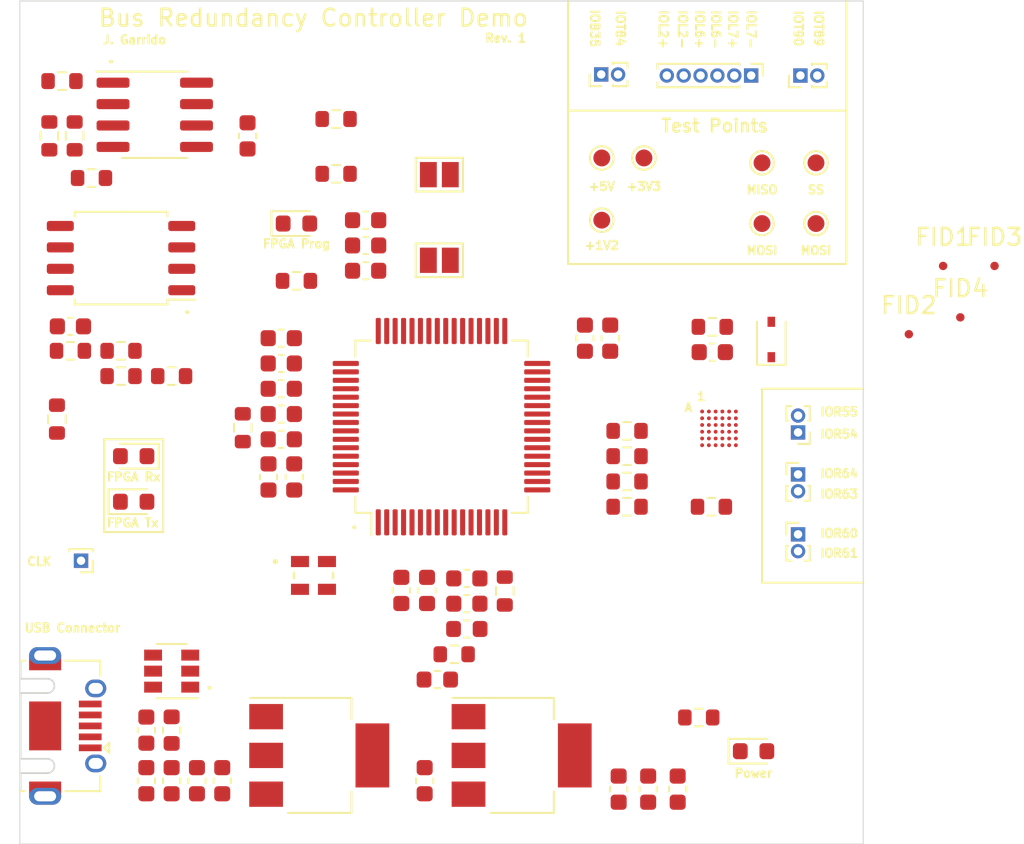
<source format=kicad_pcb>
(kicad_pcb (version 20171130) (host pcbnew "(5.1.7)-1")

  (general
    (thickness 1.6)
    (drawings 55)
    (tracks 0)
    (zones 0)
    (modules 87)
    (nets 61)
  )

  (page A4)
  (layers
    (0 F.Cu signal)
    (31 B.Cu signal)
    (32 B.Adhes user)
    (33 F.Adhes user)
    (34 B.Paste user)
    (35 F.Paste user)
    (36 B.SilkS user)
    (37 F.SilkS user)
    (38 B.Mask user)
    (39 F.Mask user)
    (40 Dwgs.User user)
    (41 Cmts.User user)
    (42 Eco1.User user)
    (43 Eco2.User user)
    (44 Edge.Cuts user)
    (45 Margin user)
    (46 B.CrtYd user)
    (47 F.CrtYd user)
    (48 B.Fab user hide)
    (49 F.Fab user hide)
  )

  (setup
    (last_trace_width 0.25)
    (trace_clearance 0.2)
    (zone_clearance 0.508)
    (zone_45_only no)
    (trace_min 0.2)
    (via_size 0.8)
    (via_drill 0.4)
    (via_min_size 0.4)
    (via_min_drill 0.3)
    (uvia_size 0.3)
    (uvia_drill 0.1)
    (uvias_allowed no)
    (uvia_min_size 0.2)
    (uvia_min_drill 0.1)
    (edge_width 0.05)
    (segment_width 0.2)
    (pcb_text_width 0.3)
    (pcb_text_size 1.5 1.5)
    (mod_edge_width 0.12)
    (mod_text_size 1 1)
    (mod_text_width 0.15)
    (pad_size 1.524 1.524)
    (pad_drill 0.762)
    (pad_to_mask_clearance 0)
    (aux_axis_origin 0 0)
    (visible_elements 7FFFFFFF)
    (pcbplotparams
      (layerselection 0x010fc_ffffffff)
      (usegerberextensions false)
      (usegerberattributes true)
      (usegerberadvancedattributes true)
      (creategerberjobfile true)
      (excludeedgelayer true)
      (linewidth 0.100000)
      (plotframeref false)
      (viasonmask false)
      (mode 1)
      (useauxorigin false)
      (hpglpennumber 1)
      (hpglpenspeed 20)
      (hpglpendiameter 15.000000)
      (psnegative false)
      (psa4output false)
      (plotreference true)
      (plotvalue true)
      (plotinvisibletext false)
      (padsonsilk false)
      (subtractmaskfromsilk false)
      (outputformat 1)
      (mirror false)
      (drillshape 1)
      (scaleselection 1)
      (outputdirectory ""))
  )

  (net 0 "")
  (net 1 "Net-(C1-Pad1)")
  (net 2 GND)
  (net 3 +1V2)
  (net 4 VCCIO_0_1)
  (net 5 +1V8)
  (net 6 "Net-(C16-Pad1)")
  (net 7 "Net-(C18-Pad1)")
  (net 8 "Net-(D1-Pad1)")
  (net 9 +5V)
  (net 10 USB_Conn_D+)
  (net 11 USB_Conn_D-)
  (net 12 GCLOCK)
  (net 13 IOL7-)
  (net 14 IOL7+)
  (net 15 IOL6-)
  (net 16 IOL6+)
  (net 17 IOL2-)
  (net 18 IOL2+)
  (net 19 IOT90)
  (net 20 IOT89)
  (net 21 IOR54)
  (net 22 IOR55)
  (net 23 IOR60)
  (net 24 IOR61)
  (net 25 IOR63)
  (net 26 IOR64)
  (net 27 IOT84)
  (net 28 IOB35)
  (net 29 CBSEL0)
  (net 30 "Net-(JP1-Pad1)")
  (net 31 "Net-(JP2-Pad1)")
  (net 32 CBSEL1)
  (net 33 "Net-(LD1-Pad2)")
  (net 34 "Net-(LD2-Pad1)")
  (net 35 "Net-(LD3-Pad1)")
  (net 36 "Net-(LD4-Pad1)")
  (net 37 "Net-(R2-Pad1)")
  (net 38 "Net-(R3-Pad1)")
  (net 39 FT_CS)
  (net 40 FT_SCLK)
  (net 41 FT_DATA)
  (net 42 "Net-(R7-Pad2)")
  (net 43 F_SS)
  (net 44 FPGA_SS_B)
  (net 45 FPGA_MOSI)
  (net 46 F_MOSI)
  (net 47 F_CLK)
  (net 48 FPGA_SCK)
  (net 49 FPGA_MISO)
  (net 50 F_MISO)
  (net 51 FPGA_CREST)
  (net 52 FPGA_CDONE)
  (net 53 "Net-(R14-Pad2)")
  (net 54 "Net-(R17-Pad2)")
  (net 55 "Net-(R19-Pad2)")
  (net 56 "Net-(R22-Pad2)")
  (net 57 FT_RXD)
  (net 58 FT_TXD)
  (net 59 USB_D+)
  (net 60 USB_D-)

  (net_class Default "This is the default net class."
    (clearance 0.2)
    (trace_width 0.25)
    (via_dia 0.8)
    (via_drill 0.4)
    (uvia_dia 0.3)
    (uvia_drill 0.1)
    (add_net +1V2)
    (add_net +1V8)
    (add_net +5V)
    (add_net CBSEL0)
    (add_net CBSEL1)
    (add_net FPGA_CDONE)
    (add_net FPGA_CREST)
    (add_net FPGA_MISO)
    (add_net FPGA_MOSI)
    (add_net FPGA_SCK)
    (add_net FPGA_SS_B)
    (add_net FT_CS)
    (add_net FT_DATA)
    (add_net FT_RXD)
    (add_net FT_SCLK)
    (add_net FT_TXD)
    (add_net F_CLK)
    (add_net F_MISO)
    (add_net F_MOSI)
    (add_net F_SS)
    (add_net GCLOCK)
    (add_net GND)
    (add_net IOB35)
    (add_net IOL2+)
    (add_net IOL2-)
    (add_net IOL6+)
    (add_net IOL6-)
    (add_net IOL7+)
    (add_net IOL7-)
    (add_net IOR54)
    (add_net IOR55)
    (add_net IOR60)
    (add_net IOR61)
    (add_net IOR63)
    (add_net IOR64)
    (add_net IOT84)
    (add_net IOT89)
    (add_net IOT90)
    (add_net "Net-(C1-Pad1)")
    (add_net "Net-(C16-Pad1)")
    (add_net "Net-(C18-Pad1)")
    (add_net "Net-(D1-Pad1)")
    (add_net "Net-(JP1-Pad1)")
    (add_net "Net-(JP2-Pad1)")
    (add_net "Net-(LD1-Pad2)")
    (add_net "Net-(LD2-Pad1)")
    (add_net "Net-(LD3-Pad1)")
    (add_net "Net-(LD4-Pad1)")
    (add_net "Net-(R14-Pad2)")
    (add_net "Net-(R17-Pad2)")
    (add_net "Net-(R19-Pad2)")
    (add_net "Net-(R2-Pad1)")
    (add_net "Net-(R22-Pad2)")
    (add_net "Net-(R3-Pad1)")
    (add_net "Net-(R7-Pad2)")
    (add_net USB_Conn_D+)
    (add_net USB_Conn_D-)
    (add_net USB_D+)
    (add_net USB_D-)
    (add_net VCCIO_0_1)
  )

  (module Capacitor_SMD:C_0603_1608Metric (layer F.Cu) (tedit 5F68FEEE) (tstamp 5F8A5F3C)
    (at 87.5 93.25 270)
    (descr "Capacitor SMD 0603 (1608 Metric), square (rectangular) end terminal, IPC_7351 nominal, (Body size source: IPC-SM-782 page 76, https://www.pcb-3d.com/wordpress/wp-content/uploads/ipc-sm-782a_amendment_1_and_2.pdf), generated with kicad-footprint-generator")
    (tags capacitor)
    (path /5F7B6286/5F7DFB01)
    (attr smd)
    (fp_text reference C1 (at 0 -1.43 90) (layer F.Fab)
      (effects (font (size 1 1) (thickness 0.15)))
    )
    (fp_text value 100nF (at 0 1.43 90) (layer F.Fab)
      (effects (font (size 1 1) (thickness 0.15)))
    )
    (fp_line (start -0.8 0.4) (end -0.8 -0.4) (layer F.Fab) (width 0.1))
    (fp_line (start -0.8 -0.4) (end 0.8 -0.4) (layer F.Fab) (width 0.1))
    (fp_line (start 0.8 -0.4) (end 0.8 0.4) (layer F.Fab) (width 0.1))
    (fp_line (start 0.8 0.4) (end -0.8 0.4) (layer F.Fab) (width 0.1))
    (fp_line (start -0.14058 -0.51) (end 0.14058 -0.51) (layer F.SilkS) (width 0.12))
    (fp_line (start -0.14058 0.51) (end 0.14058 0.51) (layer F.SilkS) (width 0.12))
    (fp_line (start -1.48 0.73) (end -1.48 -0.73) (layer F.CrtYd) (width 0.05))
    (fp_line (start -1.48 -0.73) (end 1.48 -0.73) (layer F.CrtYd) (width 0.05))
    (fp_line (start 1.48 -0.73) (end 1.48 0.73) (layer F.CrtYd) (width 0.05))
    (fp_line (start 1.48 0.73) (end -1.48 0.73) (layer F.CrtYd) (width 0.05))
    (fp_text user %R (at 0 0 90) (layer F.Fab)
      (effects (font (size 0.4 0.4) (thickness 0.06)))
    )
    (pad 1 smd roundrect (at -0.775 0 270) (size 0.9 0.95) (layers F.Cu F.Paste F.Mask) (roundrect_rratio 0.25)
      (net 1 "Net-(C1-Pad1)"))
    (pad 2 smd roundrect (at 0.775 0 270) (size 0.9 0.95) (layers F.Cu F.Paste F.Mask) (roundrect_rratio 0.25)
      (net 2 GND))
    (model ${KISYS3DMOD}/Capacitor_SMD.3dshapes/C_0603_1608Metric.wrl
      (at (xyz 0 0 0))
      (scale (xyz 1 1 1))
      (rotate (xyz 0 0 0))
    )
  )

  (module Capacitor_SMD:C_0603_1608Metric (layer F.Cu) (tedit 5F68FEEE) (tstamp 5F8A5F4D)
    (at 121.0508 70.8276)
    (descr "Capacitor SMD 0603 (1608 Metric), square (rectangular) end terminal, IPC_7351 nominal, (Body size source: IPC-SM-782 page 76, https://www.pcb-3d.com/wordpress/wp-content/uploads/ipc-sm-782a_amendment_1_and_2.pdf), generated with kicad-footprint-generator")
    (tags capacitor)
    (path /5F7B6286/5F7DF9C5)
    (attr smd)
    (fp_text reference C2 (at 0 -1.43) (layer F.Fab)
      (effects (font (size 1 1) (thickness 0.15)))
    )
    (fp_text value 100nF (at 0 1.43) (layer F.Fab)
      (effects (font (size 1 1) (thickness 0.15)))
    )
    (fp_line (start -0.8 0.4) (end -0.8 -0.4) (layer F.Fab) (width 0.1))
    (fp_line (start -0.8 -0.4) (end 0.8 -0.4) (layer F.Fab) (width 0.1))
    (fp_line (start 0.8 -0.4) (end 0.8 0.4) (layer F.Fab) (width 0.1))
    (fp_line (start 0.8 0.4) (end -0.8 0.4) (layer F.Fab) (width 0.1))
    (fp_line (start -0.14058 -0.51) (end 0.14058 -0.51) (layer F.SilkS) (width 0.12))
    (fp_line (start -0.14058 0.51) (end 0.14058 0.51) (layer F.SilkS) (width 0.12))
    (fp_line (start -1.48 0.73) (end -1.48 -0.73) (layer F.CrtYd) (width 0.05))
    (fp_line (start -1.48 -0.73) (end 1.48 -0.73) (layer F.CrtYd) (width 0.05))
    (fp_line (start 1.48 -0.73) (end 1.48 0.73) (layer F.CrtYd) (width 0.05))
    (fp_line (start 1.48 0.73) (end -1.48 0.73) (layer F.CrtYd) (width 0.05))
    (fp_text user %R (at 0 0) (layer F.Fab)
      (effects (font (size 0.4 0.4) (thickness 0.06)))
    )
    (pad 1 smd roundrect (at -0.775 0) (size 0.9 0.95) (layers F.Cu F.Paste F.Mask) (roundrect_rratio 0.25)
      (net 3 +1V2))
    (pad 2 smd roundrect (at 0.775 0) (size 0.9 0.95) (layers F.Cu F.Paste F.Mask) (roundrect_rratio 0.25)
      (net 2 GND))
    (model ${KISYS3DMOD}/Capacitor_SMD.3dshapes/C_0603_1608Metric.wrl
      (at (xyz 0 0 0))
      (scale (xyz 1 1 1))
      (rotate (xyz 0 0 0))
    )
  )

  (module Capacitor_SMD:C_0603_1608Metric (layer F.Cu) (tedit 5F68FEEE) (tstamp 5F8B4077)
    (at 87.5 96.25 90)
    (descr "Capacitor SMD 0603 (1608 Metric), square (rectangular) end terminal, IPC_7351 nominal, (Body size source: IPC-SM-782 page 76, https://www.pcb-3d.com/wordpress/wp-content/uploads/ipc-sm-782a_amendment_1_and_2.pdf), generated with kicad-footprint-generator")
    (tags capacitor)
    (path /5F7B6286/5F7DF9CB)
    (attr smd)
    (fp_text reference C3 (at 0 -1.43 90) (layer F.Fab)
      (effects (font (size 1 1) (thickness 0.15)))
    )
    (fp_text value 100nF (at 0 1.43 90) (layer F.Fab)
      (effects (font (size 1 1) (thickness 0.15)))
    )
    (fp_line (start -0.8 0.4) (end -0.8 -0.4) (layer F.Fab) (width 0.1))
    (fp_line (start -0.8 -0.4) (end 0.8 -0.4) (layer F.Fab) (width 0.1))
    (fp_line (start 0.8 -0.4) (end 0.8 0.4) (layer F.Fab) (width 0.1))
    (fp_line (start 0.8 0.4) (end -0.8 0.4) (layer F.Fab) (width 0.1))
    (fp_line (start -0.14058 -0.51) (end 0.14058 -0.51) (layer F.SilkS) (width 0.12))
    (fp_line (start -0.14058 0.51) (end 0.14058 0.51) (layer F.SilkS) (width 0.12))
    (fp_line (start -1.48 0.73) (end -1.48 -0.73) (layer F.CrtYd) (width 0.05))
    (fp_line (start -1.48 -0.73) (end 1.48 -0.73) (layer F.CrtYd) (width 0.05))
    (fp_line (start 1.48 -0.73) (end 1.48 0.73) (layer F.CrtYd) (width 0.05))
    (fp_line (start 1.48 0.73) (end -1.48 0.73) (layer F.CrtYd) (width 0.05))
    (fp_text user %R (at 0 0 90) (layer F.Fab)
      (effects (font (size 0.4 0.4) (thickness 0.06)))
    )
    (pad 1 smd roundrect (at -0.775 0 90) (size 0.9 0.95) (layers F.Cu F.Paste F.Mask) (roundrect_rratio 0.25)
      (net 3 +1V2))
    (pad 2 smd roundrect (at 0.775 0 90) (size 0.9 0.95) (layers F.Cu F.Paste F.Mask) (roundrect_rratio 0.25)
      (net 2 GND))
    (model ${KISYS3DMOD}/Capacitor_SMD.3dshapes/C_0603_1608Metric.wrl
      (at (xyz 0 0 0))
      (scale (xyz 1 1 1))
      (rotate (xyz 0 0 0))
    )
  )

  (module Capacitor_SMD:C_0603_1608Metric (layer F.Cu) (tedit 5F68FEEE) (tstamp 5F8A5F6F)
    (at 89 96.25 90)
    (descr "Capacitor SMD 0603 (1608 Metric), square (rectangular) end terminal, IPC_7351 nominal, (Body size source: IPC-SM-782 page 76, https://www.pcb-3d.com/wordpress/wp-content/uploads/ipc-sm-782a_amendment_1_and_2.pdf), generated with kicad-footprint-generator")
    (tags capacitor)
    (path /5F7B6286/5F7DF9D1)
    (attr smd)
    (fp_text reference C4 (at 0 -1.43 90) (layer F.Fab)
      (effects (font (size 1 1) (thickness 0.15)))
    )
    (fp_text value 100nF (at 0 1.43 90) (layer F.Fab)
      (effects (font (size 1 1) (thickness 0.15)))
    )
    (fp_line (start -0.8 0.4) (end -0.8 -0.4) (layer F.Fab) (width 0.1))
    (fp_line (start -0.8 -0.4) (end 0.8 -0.4) (layer F.Fab) (width 0.1))
    (fp_line (start 0.8 -0.4) (end 0.8 0.4) (layer F.Fab) (width 0.1))
    (fp_line (start 0.8 0.4) (end -0.8 0.4) (layer F.Fab) (width 0.1))
    (fp_line (start -0.14058 -0.51) (end 0.14058 -0.51) (layer F.SilkS) (width 0.12))
    (fp_line (start -0.14058 0.51) (end 0.14058 0.51) (layer F.SilkS) (width 0.12))
    (fp_line (start -1.48 0.73) (end -1.48 -0.73) (layer F.CrtYd) (width 0.05))
    (fp_line (start -1.48 -0.73) (end 1.48 -0.73) (layer F.CrtYd) (width 0.05))
    (fp_line (start 1.48 -0.73) (end 1.48 0.73) (layer F.CrtYd) (width 0.05))
    (fp_line (start 1.48 0.73) (end -1.48 0.73) (layer F.CrtYd) (width 0.05))
    (fp_text user %R (at 0 0 90) (layer F.Fab)
      (effects (font (size 0.4 0.4) (thickness 0.06)))
    )
    (pad 1 smd roundrect (at -0.775 0 90) (size 0.9 0.95) (layers F.Cu F.Paste F.Mask) (roundrect_rratio 0.25)
      (net 3 +1V2))
    (pad 2 smd roundrect (at 0.775 0 90) (size 0.9 0.95) (layers F.Cu F.Paste F.Mask) (roundrect_rratio 0.25)
      (net 2 GND))
    (model ${KISYS3DMOD}/Capacitor_SMD.3dshapes/C_0603_1608Metric.wrl
      (at (xyz 0 0 0))
      (scale (xyz 1 1 1))
      (rotate (xyz 0 0 0))
    )
  )

  (module Capacitor_SMD:C_0603_1608Metric (layer F.Cu) (tedit 5F68FEEE) (tstamp 5F8A5F80)
    (at 90.5 96.25 90)
    (descr "Capacitor SMD 0603 (1608 Metric), square (rectangular) end terminal, IPC_7351 nominal, (Body size source: IPC-SM-782 page 76, https://www.pcb-3d.com/wordpress/wp-content/uploads/ipc-sm-782a_amendment_1_and_2.pdf), generated with kicad-footprint-generator")
    (tags capacitor)
    (path /5F7B6286/5F7DF9D7)
    (attr smd)
    (fp_text reference C5 (at 0 -1.43 90) (layer F.Fab)
      (effects (font (size 1 1) (thickness 0.15)))
    )
    (fp_text value 100nF (at 0 1.43 90) (layer F.Fab)
      (effects (font (size 1 1) (thickness 0.15)))
    )
    (fp_line (start 1.48 0.73) (end -1.48 0.73) (layer F.CrtYd) (width 0.05))
    (fp_line (start 1.48 -0.73) (end 1.48 0.73) (layer F.CrtYd) (width 0.05))
    (fp_line (start -1.48 -0.73) (end 1.48 -0.73) (layer F.CrtYd) (width 0.05))
    (fp_line (start -1.48 0.73) (end -1.48 -0.73) (layer F.CrtYd) (width 0.05))
    (fp_line (start -0.14058 0.51) (end 0.14058 0.51) (layer F.SilkS) (width 0.12))
    (fp_line (start -0.14058 -0.51) (end 0.14058 -0.51) (layer F.SilkS) (width 0.12))
    (fp_line (start 0.8 0.4) (end -0.8 0.4) (layer F.Fab) (width 0.1))
    (fp_line (start 0.8 -0.4) (end 0.8 0.4) (layer F.Fab) (width 0.1))
    (fp_line (start -0.8 -0.4) (end 0.8 -0.4) (layer F.Fab) (width 0.1))
    (fp_line (start -0.8 0.4) (end -0.8 -0.4) (layer F.Fab) (width 0.1))
    (fp_text user %R (at 0 0 90) (layer F.Fab)
      (effects (font (size 0.4 0.4) (thickness 0.06)))
    )
    (pad 2 smd roundrect (at 0.775 0 90) (size 0.9 0.95) (layers F.Cu F.Paste F.Mask) (roundrect_rratio 0.25)
      (net 2 GND))
    (pad 1 smd roundrect (at -0.775 0 90) (size 0.9 0.95) (layers F.Cu F.Paste F.Mask) (roundrect_rratio 0.25)
      (net 3 +1V2))
    (model ${KISYS3DMOD}/Capacitor_SMD.3dshapes/C_0603_1608Metric.wrl
      (at (xyz 0 0 0))
      (scale (xyz 1 1 1))
      (rotate (xyz 0 0 0))
    )
  )

  (module Capacitor_SMD:C_0603_1608Metric (layer F.Cu) (tedit 5F68FEEE) (tstamp 5F8A5F91)
    (at 115 70 90)
    (descr "Capacitor SMD 0603 (1608 Metric), square (rectangular) end terminal, IPC_7351 nominal, (Body size source: IPC-SM-782 page 76, https://www.pcb-3d.com/wordpress/wp-content/uploads/ipc-sm-782a_amendment_1_and_2.pdf), generated with kicad-footprint-generator")
    (tags capacitor)
    (path /5F7B6286/5F7DFA0C)
    (attr smd)
    (fp_text reference C6 (at 0 -1.43 90) (layer F.Fab)
      (effects (font (size 1 1) (thickness 0.15)))
    )
    (fp_text value 100nF (at 0 1.43 90) (layer F.Fab)
      (effects (font (size 1 1) (thickness 0.15)))
    )
    (fp_line (start -0.8 0.4) (end -0.8 -0.4) (layer F.Fab) (width 0.1))
    (fp_line (start -0.8 -0.4) (end 0.8 -0.4) (layer F.Fab) (width 0.1))
    (fp_line (start 0.8 -0.4) (end 0.8 0.4) (layer F.Fab) (width 0.1))
    (fp_line (start 0.8 0.4) (end -0.8 0.4) (layer F.Fab) (width 0.1))
    (fp_line (start -0.14058 -0.51) (end 0.14058 -0.51) (layer F.SilkS) (width 0.12))
    (fp_line (start -0.14058 0.51) (end 0.14058 0.51) (layer F.SilkS) (width 0.12))
    (fp_line (start -1.48 0.73) (end -1.48 -0.73) (layer F.CrtYd) (width 0.05))
    (fp_line (start -1.48 -0.73) (end 1.48 -0.73) (layer F.CrtYd) (width 0.05))
    (fp_line (start 1.48 -0.73) (end 1.48 0.73) (layer F.CrtYd) (width 0.05))
    (fp_line (start 1.48 0.73) (end -1.48 0.73) (layer F.CrtYd) (width 0.05))
    (fp_text user %R (at 0 0 90) (layer F.Fab)
      (effects (font (size 0.4 0.4) (thickness 0.06)))
    )
    (pad 1 smd roundrect (at -0.775 0 90) (size 0.9 0.95) (layers F.Cu F.Paste F.Mask) (roundrect_rratio 0.25)
      (net 4 VCCIO_0_1))
    (pad 2 smd roundrect (at 0.775 0 90) (size 0.9 0.95) (layers F.Cu F.Paste F.Mask) (roundrect_rratio 0.25)
      (net 2 GND))
    (model ${KISYS3DMOD}/Capacitor_SMD.3dshapes/C_0603_1608Metric.wrl
      (at (xyz 0 0 0))
      (scale (xyz 1 1 1))
      (rotate (xyz 0 0 0))
    )
  )

  (module Capacitor_SMD:C_0603_1608Metric (layer F.Cu) (tedit 5F68FEEE) (tstamp 5F8A5FA2)
    (at 113.5 70 90)
    (descr "Capacitor SMD 0603 (1608 Metric), square (rectangular) end terminal, IPC_7351 nominal, (Body size source: IPC-SM-782 page 76, https://www.pcb-3d.com/wordpress/wp-content/uploads/ipc-sm-782a_amendment_1_and_2.pdf), generated with kicad-footprint-generator")
    (tags capacitor)
    (path /5F7B6286/5F7DFA12)
    (attr smd)
    (fp_text reference C7 (at 0 -1.43 90) (layer F.Fab)
      (effects (font (size 1 1) (thickness 0.15)))
    )
    (fp_text value 100nF (at 0 1.43 90) (layer F.Fab)
      (effects (font (size 1 1) (thickness 0.15)))
    )
    (fp_line (start 1.48 0.73) (end -1.48 0.73) (layer F.CrtYd) (width 0.05))
    (fp_line (start 1.48 -0.73) (end 1.48 0.73) (layer F.CrtYd) (width 0.05))
    (fp_line (start -1.48 -0.73) (end 1.48 -0.73) (layer F.CrtYd) (width 0.05))
    (fp_line (start -1.48 0.73) (end -1.48 -0.73) (layer F.CrtYd) (width 0.05))
    (fp_line (start -0.14058 0.51) (end 0.14058 0.51) (layer F.SilkS) (width 0.12))
    (fp_line (start -0.14058 -0.51) (end 0.14058 -0.51) (layer F.SilkS) (width 0.12))
    (fp_line (start 0.8 0.4) (end -0.8 0.4) (layer F.Fab) (width 0.1))
    (fp_line (start 0.8 -0.4) (end 0.8 0.4) (layer F.Fab) (width 0.1))
    (fp_line (start -0.8 -0.4) (end 0.8 -0.4) (layer F.Fab) (width 0.1))
    (fp_line (start -0.8 0.4) (end -0.8 -0.4) (layer F.Fab) (width 0.1))
    (fp_text user %R (at 0 0 90) (layer F.Fab)
      (effects (font (size 0.4 0.4) (thickness 0.06)))
    )
    (pad 2 smd roundrect (at 0.775 0 90) (size 0.9 0.95) (layers F.Cu F.Paste F.Mask) (roundrect_rratio 0.25)
      (net 2 GND))
    (pad 1 smd roundrect (at -0.775 0 90) (size 0.9 0.95) (layers F.Cu F.Paste F.Mask) (roundrect_rratio 0.25)
      (net 4 VCCIO_0_1))
    (model ${KISYS3DMOD}/Capacitor_SMD.3dshapes/C_0603_1608Metric.wrl
      (at (xyz 0 0 0))
      (scale (xyz 1 1 1))
      (rotate (xyz 0 0 0))
    )
  )

  (module Capacitor_SMD:C_0603_1608Metric (layer F.Cu) (tedit 5F68FEEE) (tstamp 5F8A5FB3)
    (at 115.5 96.75 90)
    (descr "Capacitor SMD 0603 (1608 Metric), square (rectangular) end terminal, IPC_7351 nominal, (Body size source: IPC-SM-782 page 76, https://www.pcb-3d.com/wordpress/wp-content/uploads/ipc-sm-782a_amendment_1_and_2.pdf), generated with kicad-footprint-generator")
    (tags capacitor)
    (path /5F7B6286/5F7DFA29)
    (attr smd)
    (fp_text reference C8 (at 0 -1.43 90) (layer F.Fab)
      (effects (font (size 1 1) (thickness 0.15)))
    )
    (fp_text value 100nF (at 0 1.43 90) (layer F.Fab)
      (effects (font (size 1 1) (thickness 0.15)))
    )
    (fp_line (start -0.8 0.4) (end -0.8 -0.4) (layer F.Fab) (width 0.1))
    (fp_line (start -0.8 -0.4) (end 0.8 -0.4) (layer F.Fab) (width 0.1))
    (fp_line (start 0.8 -0.4) (end 0.8 0.4) (layer F.Fab) (width 0.1))
    (fp_line (start 0.8 0.4) (end -0.8 0.4) (layer F.Fab) (width 0.1))
    (fp_line (start -0.14058 -0.51) (end 0.14058 -0.51) (layer F.SilkS) (width 0.12))
    (fp_line (start -0.14058 0.51) (end 0.14058 0.51) (layer F.SilkS) (width 0.12))
    (fp_line (start -1.48 0.73) (end -1.48 -0.73) (layer F.CrtYd) (width 0.05))
    (fp_line (start -1.48 -0.73) (end 1.48 -0.73) (layer F.CrtYd) (width 0.05))
    (fp_line (start 1.48 -0.73) (end 1.48 0.73) (layer F.CrtYd) (width 0.05))
    (fp_line (start 1.48 0.73) (end -1.48 0.73) (layer F.CrtYd) (width 0.05))
    (fp_text user %R (at 0 0 90) (layer F.Fab)
      (effects (font (size 0.4 0.4) (thickness 0.06)))
    )
    (pad 1 smd roundrect (at -0.775 0 90) (size 0.9 0.95) (layers F.Cu F.Paste F.Mask) (roundrect_rratio 0.25)
      (net 4 VCCIO_0_1))
    (pad 2 smd roundrect (at 0.775 0 90) (size 0.9 0.95) (layers F.Cu F.Paste F.Mask) (roundrect_rratio 0.25)
      (net 2 GND))
    (model ${KISYS3DMOD}/Capacitor_SMD.3dshapes/C_0603_1608Metric.wrl
      (at (xyz 0 0 0))
      (scale (xyz 1 1 1))
      (rotate (xyz 0 0 0))
    )
  )

  (module Capacitor_SMD:C_0603_1608Metric (layer F.Cu) (tedit 5F68FEEE) (tstamp 5F8A5FC4)
    (at 117.25 96.75 90)
    (descr "Capacitor SMD 0603 (1608 Metric), square (rectangular) end terminal, IPC_7351 nominal, (Body size source: IPC-SM-782 page 76, https://www.pcb-3d.com/wordpress/wp-content/uploads/ipc-sm-782a_amendment_1_and_2.pdf), generated with kicad-footprint-generator")
    (tags capacitor)
    (path /5F7B6286/5F7DFA2F)
    (attr smd)
    (fp_text reference C9 (at 0 -1.43 90) (layer F.Fab)
      (effects (font (size 1 1) (thickness 0.15)))
    )
    (fp_text value 100nF (at 0 1.43 90) (layer F.Fab)
      (effects (font (size 1 1) (thickness 0.15)))
    )
    (fp_line (start 1.48 0.73) (end -1.48 0.73) (layer F.CrtYd) (width 0.05))
    (fp_line (start 1.48 -0.73) (end 1.48 0.73) (layer F.CrtYd) (width 0.05))
    (fp_line (start -1.48 -0.73) (end 1.48 -0.73) (layer F.CrtYd) (width 0.05))
    (fp_line (start -1.48 0.73) (end -1.48 -0.73) (layer F.CrtYd) (width 0.05))
    (fp_line (start -0.14058 0.51) (end 0.14058 0.51) (layer F.SilkS) (width 0.12))
    (fp_line (start -0.14058 -0.51) (end 0.14058 -0.51) (layer F.SilkS) (width 0.12))
    (fp_line (start 0.8 0.4) (end -0.8 0.4) (layer F.Fab) (width 0.1))
    (fp_line (start 0.8 -0.4) (end 0.8 0.4) (layer F.Fab) (width 0.1))
    (fp_line (start -0.8 -0.4) (end 0.8 -0.4) (layer F.Fab) (width 0.1))
    (fp_line (start -0.8 0.4) (end -0.8 -0.4) (layer F.Fab) (width 0.1))
    (fp_text user %R (at 0 0 90) (layer F.Fab)
      (effects (font (size 0.4 0.4) (thickness 0.06)))
    )
    (pad 2 smd roundrect (at 0.775 0 90) (size 0.9 0.95) (layers F.Cu F.Paste F.Mask) (roundrect_rratio 0.25)
      (net 2 GND))
    (pad 1 smd roundrect (at -0.775 0 90) (size 0.9 0.95) (layers F.Cu F.Paste F.Mask) (roundrect_rratio 0.25)
      (net 4 VCCIO_0_1))
    (model ${KISYS3DMOD}/Capacitor_SMD.3dshapes/C_0603_1608Metric.wrl
      (at (xyz 0 0 0))
      (scale (xyz 1 1 1))
      (rotate (xyz 0 0 0))
    )
  )

  (module Capacitor_SMD:C_0603_1608Metric (layer F.Cu) (tedit 5F68FEEE) (tstamp 5F8A5FD5)
    (at 119 96.75 90)
    (descr "Capacitor SMD 0603 (1608 Metric), square (rectangular) end terminal, IPC_7351 nominal, (Body size source: IPC-SM-782 page 76, https://www.pcb-3d.com/wordpress/wp-content/uploads/ipc-sm-782a_amendment_1_and_2.pdf), generated with kicad-footprint-generator")
    (tags capacitor)
    (path /5F7B6286/5F7DFA49)
    (attr smd)
    (fp_text reference C10 (at 0 -1.43 90) (layer F.Fab)
      (effects (font (size 1 1) (thickness 0.15)))
    )
    (fp_text value 100nF (at 0 1.43 90) (layer F.Fab)
      (effects (font (size 1 1) (thickness 0.15)))
    )
    (fp_line (start 1.48 0.73) (end -1.48 0.73) (layer F.CrtYd) (width 0.05))
    (fp_line (start 1.48 -0.73) (end 1.48 0.73) (layer F.CrtYd) (width 0.05))
    (fp_line (start -1.48 -0.73) (end 1.48 -0.73) (layer F.CrtYd) (width 0.05))
    (fp_line (start -1.48 0.73) (end -1.48 -0.73) (layer F.CrtYd) (width 0.05))
    (fp_line (start -0.14058 0.51) (end 0.14058 0.51) (layer F.SilkS) (width 0.12))
    (fp_line (start -0.14058 -0.51) (end 0.14058 -0.51) (layer F.SilkS) (width 0.12))
    (fp_line (start 0.8 0.4) (end -0.8 0.4) (layer F.Fab) (width 0.1))
    (fp_line (start 0.8 -0.4) (end 0.8 0.4) (layer F.Fab) (width 0.1))
    (fp_line (start -0.8 -0.4) (end 0.8 -0.4) (layer F.Fab) (width 0.1))
    (fp_line (start -0.8 0.4) (end -0.8 -0.4) (layer F.Fab) (width 0.1))
    (fp_text user %R (at 0 0 90) (layer F.Fab)
      (effects (font (size 0.4 0.4) (thickness 0.06)))
    )
    (pad 2 smd roundrect (at 0.775 0 90) (size 0.9 0.95) (layers F.Cu F.Paste F.Mask) (roundrect_rratio 0.25)
      (net 2 GND))
    (pad 1 smd roundrect (at -0.775 0 90) (size 0.9 0.95) (layers F.Cu F.Paste F.Mask) (roundrect_rratio 0.25)
      (net 4 VCCIO_0_1))
    (model ${KISYS3DMOD}/Capacitor_SMD.3dshapes/C_0603_1608Metric.wrl
      (at (xyz 0 0 0))
      (scale (xyz 1 1 1))
      (rotate (xyz 0 0 0))
    )
  )

  (module Capacitor_SMD:C_0603_1608Metric (layer F.Cu) (tedit 5F68FEEE) (tstamp 5F8A5FE6)
    (at 104 96.25 90)
    (descr "Capacitor SMD 0603 (1608 Metric), square (rectangular) end terminal, IPC_7351 nominal, (Body size source: IPC-SM-782 page 76, https://www.pcb-3d.com/wordpress/wp-content/uploads/ipc-sm-782a_amendment_1_and_2.pdf), generated with kicad-footprint-generator")
    (tags capacitor)
    (path /5F7B6286/5F7DFA7E)
    (attr smd)
    (fp_text reference C11 (at 0 -1.43 90) (layer F.Fab)
      (effects (font (size 1 1) (thickness 0.15)))
    )
    (fp_text value 4.7uF (at 0 1.43 90) (layer F.Fab)
      (effects (font (size 1 1) (thickness 0.15)))
    )
    (fp_line (start -0.8 0.4) (end -0.8 -0.4) (layer F.Fab) (width 0.1))
    (fp_line (start -0.8 -0.4) (end 0.8 -0.4) (layer F.Fab) (width 0.1))
    (fp_line (start 0.8 -0.4) (end 0.8 0.4) (layer F.Fab) (width 0.1))
    (fp_line (start 0.8 0.4) (end -0.8 0.4) (layer F.Fab) (width 0.1))
    (fp_line (start -0.14058 -0.51) (end 0.14058 -0.51) (layer F.SilkS) (width 0.12))
    (fp_line (start -0.14058 0.51) (end 0.14058 0.51) (layer F.SilkS) (width 0.12))
    (fp_line (start -1.48 0.73) (end -1.48 -0.73) (layer F.CrtYd) (width 0.05))
    (fp_line (start -1.48 -0.73) (end 1.48 -0.73) (layer F.CrtYd) (width 0.05))
    (fp_line (start 1.48 -0.73) (end 1.48 0.73) (layer F.CrtYd) (width 0.05))
    (fp_line (start 1.48 0.73) (end -1.48 0.73) (layer F.CrtYd) (width 0.05))
    (fp_text user %R (at 0 0 90) (layer F.Fab)
      (effects (font (size 0.4 0.4) (thickness 0.06)))
    )
    (pad 1 smd roundrect (at -0.775 0 90) (size 0.9 0.95) (layers F.Cu F.Paste F.Mask) (roundrect_rratio 0.25)
      (net 4 VCCIO_0_1))
    (pad 2 smd roundrect (at 0.775 0 90) (size 0.9 0.95) (layers F.Cu F.Paste F.Mask) (roundrect_rratio 0.25)
      (net 2 GND))
    (model ${KISYS3DMOD}/Capacitor_SMD.3dshapes/C_0603_1608Metric.wrl
      (at (xyz 0 0 0))
      (scale (xyz 1 1 1))
      (rotate (xyz 0 0 0))
    )
  )

  (module Capacitor_SMD:C_0603_1608Metric (layer F.Cu) (tedit 5F68FEEE) (tstamp 5F8B4B6C)
    (at 92 96.25 90)
    (descr "Capacitor SMD 0603 (1608 Metric), square (rectangular) end terminal, IPC_7351 nominal, (Body size source: IPC-SM-782 page 76, https://www.pcb-3d.com/wordpress/wp-content/uploads/ipc-sm-782a_amendment_1_and_2.pdf), generated with kicad-footprint-generator")
    (tags capacitor)
    (path /5F7B6286/5F7DFAB4)
    (attr smd)
    (fp_text reference C12 (at 0 -1.43 90) (layer F.Fab)
      (effects (font (size 1 1) (thickness 0.15)))
    )
    (fp_text value 4.7uF (at 0 1.43 90) (layer F.Fab)
      (effects (font (size 1 1) (thickness 0.15)))
    )
    (fp_line (start 1.48 0.73) (end -1.48 0.73) (layer F.CrtYd) (width 0.05))
    (fp_line (start 1.48 -0.73) (end 1.48 0.73) (layer F.CrtYd) (width 0.05))
    (fp_line (start -1.48 -0.73) (end 1.48 -0.73) (layer F.CrtYd) (width 0.05))
    (fp_line (start -1.48 0.73) (end -1.48 -0.73) (layer F.CrtYd) (width 0.05))
    (fp_line (start -0.14058 0.51) (end 0.14058 0.51) (layer F.SilkS) (width 0.12))
    (fp_line (start -0.14058 -0.51) (end 0.14058 -0.51) (layer F.SilkS) (width 0.12))
    (fp_line (start 0.8 0.4) (end -0.8 0.4) (layer F.Fab) (width 0.1))
    (fp_line (start 0.8 -0.4) (end 0.8 0.4) (layer F.Fab) (width 0.1))
    (fp_line (start -0.8 -0.4) (end 0.8 -0.4) (layer F.Fab) (width 0.1))
    (fp_line (start -0.8 0.4) (end -0.8 -0.4) (layer F.Fab) (width 0.1))
    (fp_text user %R (at 0 0 90) (layer F.Fab)
      (effects (font (size 0.4 0.4) (thickness 0.06)))
    )
    (pad 2 smd roundrect (at 0.775 0 90) (size 0.9 0.95) (layers F.Cu F.Paste F.Mask) (roundrect_rratio 0.25)
      (net 2 GND))
    (pad 1 smd roundrect (at -0.775 0 90) (size 0.9 0.95) (layers F.Cu F.Paste F.Mask) (roundrect_rratio 0.25)
      (net 3 +1V2))
    (model ${KISYS3DMOD}/Capacitor_SMD.3dshapes/C_0603_1608Metric.wrl
      (at (xyz 0 0 0))
      (scale (xyz 1 1 1))
      (rotate (xyz 0 0 0))
    )
  )

  (module Capacitor_SMD:C_0603_1608Metric (layer F.Cu) (tedit 5F68FEEE) (tstamp 5F8B46CA)
    (at 100.5 63)
    (descr "Capacitor SMD 0603 (1608 Metric), square (rectangular) end terminal, IPC_7351 nominal, (Body size source: IPC-SM-782 page 76, https://www.pcb-3d.com/wordpress/wp-content/uploads/ipc-sm-782a_amendment_1_and_2.pdf), generated with kicad-footprint-generator")
    (tags capacitor)
    (path /5F7E5564/5F8E4D0A)
    (attr smd)
    (fp_text reference C13 (at 0 -1.43) (layer F.Fab)
      (effects (font (size 1 1) (thickness 0.15)))
    )
    (fp_text value 100nF (at 0 1.43) (layer F.Fab)
      (effects (font (size 1 1) (thickness 0.15)))
    )
    (fp_line (start -0.8 0.4) (end -0.8 -0.4) (layer F.Fab) (width 0.1))
    (fp_line (start -0.8 -0.4) (end 0.8 -0.4) (layer F.Fab) (width 0.1))
    (fp_line (start 0.8 -0.4) (end 0.8 0.4) (layer F.Fab) (width 0.1))
    (fp_line (start 0.8 0.4) (end -0.8 0.4) (layer F.Fab) (width 0.1))
    (fp_line (start -0.14058 -0.51) (end 0.14058 -0.51) (layer F.SilkS) (width 0.12))
    (fp_line (start -0.14058 0.51) (end 0.14058 0.51) (layer F.SilkS) (width 0.12))
    (fp_line (start -1.48 0.73) (end -1.48 -0.73) (layer F.CrtYd) (width 0.05))
    (fp_line (start -1.48 -0.73) (end 1.48 -0.73) (layer F.CrtYd) (width 0.05))
    (fp_line (start 1.48 -0.73) (end 1.48 0.73) (layer F.CrtYd) (width 0.05))
    (fp_line (start 1.48 0.73) (end -1.48 0.73) (layer F.CrtYd) (width 0.05))
    (fp_text user %R (at 0 0) (layer F.Fab)
      (effects (font (size 0.4 0.4) (thickness 0.06)))
    )
    (pad 1 smd roundrect (at -0.775 0) (size 0.9 0.95) (layers F.Cu F.Paste F.Mask) (roundrect_rratio 0.25)
      (net 5 +1V8))
    (pad 2 smd roundrect (at 0.775 0) (size 0.9 0.95) (layers F.Cu F.Paste F.Mask) (roundrect_rratio 0.25)
      (net 2 GND))
    (model ${KISYS3DMOD}/Capacitor_SMD.3dshapes/C_0603_1608Metric.wrl
      (at (xyz 0 0 0))
      (scale (xyz 1 1 1))
      (rotate (xyz 0 0 0))
    )
  )

  (module Capacitor_SMD:C_0603_1608Metric (layer F.Cu) (tedit 5F68FEEE) (tstamp 5F8A6019)
    (at 100.5 64.5)
    (descr "Capacitor SMD 0603 (1608 Metric), square (rectangular) end terminal, IPC_7351 nominal, (Body size source: IPC-SM-782 page 76, https://www.pcb-3d.com/wordpress/wp-content/uploads/ipc-sm-782a_amendment_1_and_2.pdf), generated with kicad-footprint-generator")
    (tags capacitor)
    (path /5F7E5564/5F8E54FE)
    (attr smd)
    (fp_text reference C14 (at 0 -1.43) (layer F.Fab)
      (effects (font (size 1 1) (thickness 0.15)))
    )
    (fp_text value 100nF (at 0 1.43) (layer F.Fab)
      (effects (font (size 1 1) (thickness 0.15)))
    )
    (fp_line (start 1.48 0.73) (end -1.48 0.73) (layer F.CrtYd) (width 0.05))
    (fp_line (start 1.48 -0.73) (end 1.48 0.73) (layer F.CrtYd) (width 0.05))
    (fp_line (start -1.48 -0.73) (end 1.48 -0.73) (layer F.CrtYd) (width 0.05))
    (fp_line (start -1.48 0.73) (end -1.48 -0.73) (layer F.CrtYd) (width 0.05))
    (fp_line (start -0.14058 0.51) (end 0.14058 0.51) (layer F.SilkS) (width 0.12))
    (fp_line (start -0.14058 -0.51) (end 0.14058 -0.51) (layer F.SilkS) (width 0.12))
    (fp_line (start 0.8 0.4) (end -0.8 0.4) (layer F.Fab) (width 0.1))
    (fp_line (start 0.8 -0.4) (end 0.8 0.4) (layer F.Fab) (width 0.1))
    (fp_line (start -0.8 -0.4) (end 0.8 -0.4) (layer F.Fab) (width 0.1))
    (fp_line (start -0.8 0.4) (end -0.8 -0.4) (layer F.Fab) (width 0.1))
    (fp_text user %R (at 0 0) (layer F.Fab)
      (effects (font (size 0.4 0.4) (thickness 0.06)))
    )
    (pad 2 smd roundrect (at 0.775 0) (size 0.9 0.95) (layers F.Cu F.Paste F.Mask) (roundrect_rratio 0.25)
      (net 2 GND))
    (pad 1 smd roundrect (at -0.775 0) (size 0.9 0.95) (layers F.Cu F.Paste F.Mask) (roundrect_rratio 0.25)
      (net 5 +1V8))
    (model ${KISYS3DMOD}/Capacitor_SMD.3dshapes/C_0603_1608Metric.wrl
      (at (xyz 0 0 0))
      (scale (xyz 1 1 1))
      (rotate (xyz 0 0 0))
    )
  )

  (module Capacitor_SMD:C_0603_1608Metric (layer F.Cu) (tedit 5F68FEEE) (tstamp 5F8A602A)
    (at 100.5 66)
    (descr "Capacitor SMD 0603 (1608 Metric), square (rectangular) end terminal, IPC_7351 nominal, (Body size source: IPC-SM-782 page 76, https://www.pcb-3d.com/wordpress/wp-content/uploads/ipc-sm-782a_amendment_1_and_2.pdf), generated with kicad-footprint-generator")
    (tags capacitor)
    (path /5F7E5564/5F8E5816)
    (attr smd)
    (fp_text reference C15 (at 0 -1.43) (layer F.Fab)
      (effects (font (size 1 1) (thickness 0.15)))
    )
    (fp_text value 100nF (at 0 1.43) (layer F.Fab)
      (effects (font (size 1 1) (thickness 0.15)))
    )
    (fp_line (start -0.8 0.4) (end -0.8 -0.4) (layer F.Fab) (width 0.1))
    (fp_line (start -0.8 -0.4) (end 0.8 -0.4) (layer F.Fab) (width 0.1))
    (fp_line (start 0.8 -0.4) (end 0.8 0.4) (layer F.Fab) (width 0.1))
    (fp_line (start 0.8 0.4) (end -0.8 0.4) (layer F.Fab) (width 0.1))
    (fp_line (start -0.14058 -0.51) (end 0.14058 -0.51) (layer F.SilkS) (width 0.12))
    (fp_line (start -0.14058 0.51) (end 0.14058 0.51) (layer F.SilkS) (width 0.12))
    (fp_line (start -1.48 0.73) (end -1.48 -0.73) (layer F.CrtYd) (width 0.05))
    (fp_line (start -1.48 -0.73) (end 1.48 -0.73) (layer F.CrtYd) (width 0.05))
    (fp_line (start 1.48 -0.73) (end 1.48 0.73) (layer F.CrtYd) (width 0.05))
    (fp_line (start 1.48 0.73) (end -1.48 0.73) (layer F.CrtYd) (width 0.05))
    (fp_text user %R (at 0 0) (layer F.Fab)
      (effects (font (size 0.4 0.4) (thickness 0.06)))
    )
    (pad 1 smd roundrect (at -0.775 0) (size 0.9 0.95) (layers F.Cu F.Paste F.Mask) (roundrect_rratio 0.25)
      (net 5 +1V8))
    (pad 2 smd roundrect (at 0.775 0) (size 0.9 0.95) (layers F.Cu F.Paste F.Mask) (roundrect_rratio 0.25)
      (net 2 GND))
    (model ${KISYS3DMOD}/Capacitor_SMD.3dshapes/C_0603_1608Metric.wrl
      (at (xyz 0 0 0))
      (scale (xyz 1 1 1))
      (rotate (xyz 0 0 0))
    )
  )

  (module Capacitor_SMD:C_0603_1608Metric (layer F.Cu) (tedit 5F68FEEE) (tstamp 5F8A603B)
    (at 106.5 85.75)
    (descr "Capacitor SMD 0603 (1608 Metric), square (rectangular) end terminal, IPC_7351 nominal, (Body size source: IPC-SM-782 page 76, https://www.pcb-3d.com/wordpress/wp-content/uploads/ipc-sm-782a_amendment_1_and_2.pdf), generated with kicad-footprint-generator")
    (tags capacitor)
    (path /5F7E5564/5F80641F)
    (attr smd)
    (fp_text reference C16 (at 0 -1.43) (layer F.Fab)
      (effects (font (size 1 1) (thickness 0.15)))
    )
    (fp_text value 10nF (at 0 1.43) (layer F.Fab)
      (effects (font (size 1 1) (thickness 0.15)))
    )
    (fp_line (start 1.48 0.73) (end -1.48 0.73) (layer F.CrtYd) (width 0.05))
    (fp_line (start 1.48 -0.73) (end 1.48 0.73) (layer F.CrtYd) (width 0.05))
    (fp_line (start -1.48 -0.73) (end 1.48 -0.73) (layer F.CrtYd) (width 0.05))
    (fp_line (start -1.48 0.73) (end -1.48 -0.73) (layer F.CrtYd) (width 0.05))
    (fp_line (start -0.14058 0.51) (end 0.14058 0.51) (layer F.SilkS) (width 0.12))
    (fp_line (start -0.14058 -0.51) (end 0.14058 -0.51) (layer F.SilkS) (width 0.12))
    (fp_line (start 0.8 0.4) (end -0.8 0.4) (layer F.Fab) (width 0.1))
    (fp_line (start 0.8 -0.4) (end 0.8 0.4) (layer F.Fab) (width 0.1))
    (fp_line (start -0.8 -0.4) (end 0.8 -0.4) (layer F.Fab) (width 0.1))
    (fp_line (start -0.8 0.4) (end -0.8 -0.4) (layer F.Fab) (width 0.1))
    (fp_text user %R (at 0 0) (layer F.Fab)
      (effects (font (size 0.4 0.4) (thickness 0.06)))
    )
    (pad 2 smd roundrect (at 0.775 0) (size 0.9 0.95) (layers F.Cu F.Paste F.Mask) (roundrect_rratio 0.25)
      (net 2 GND))
    (pad 1 smd roundrect (at -0.775 0) (size 0.9 0.95) (layers F.Cu F.Paste F.Mask) (roundrect_rratio 0.25)
      (net 6 "Net-(C16-Pad1)"))
    (model ${KISYS3DMOD}/Capacitor_SMD.3dshapes/C_0603_1608Metric.wrl
      (at (xyz 0 0 0))
      (scale (xyz 1 1 1))
      (rotate (xyz 0 0 0))
    )
  )

  (module Capacitor_SMD:C_0603_1608Metric (layer F.Cu) (tedit 5F68FEEE) (tstamp 5F8A604C)
    (at 106.5 84.25)
    (descr "Capacitor SMD 0603 (1608 Metric), square (rectangular) end terminal, IPC_7351 nominal, (Body size source: IPC-SM-782 page 76, https://www.pcb-3d.com/wordpress/wp-content/uploads/ipc-sm-782a_amendment_1_and_2.pdf), generated with kicad-footprint-generator")
    (tags capacitor)
    (path /5F7E5564/5F807444)
    (attr smd)
    (fp_text reference C17 (at 0 -1.43) (layer F.Fab)
      (effects (font (size 1 1) (thickness 0.15)))
    )
    (fp_text value 100nF (at 0 1.43) (layer F.Fab)
      (effects (font (size 1 1) (thickness 0.15)))
    )
    (fp_line (start -0.8 0.4) (end -0.8 -0.4) (layer F.Fab) (width 0.1))
    (fp_line (start -0.8 -0.4) (end 0.8 -0.4) (layer F.Fab) (width 0.1))
    (fp_line (start 0.8 -0.4) (end 0.8 0.4) (layer F.Fab) (width 0.1))
    (fp_line (start 0.8 0.4) (end -0.8 0.4) (layer F.Fab) (width 0.1))
    (fp_line (start -0.14058 -0.51) (end 0.14058 -0.51) (layer F.SilkS) (width 0.12))
    (fp_line (start -0.14058 0.51) (end 0.14058 0.51) (layer F.SilkS) (width 0.12))
    (fp_line (start -1.48 0.73) (end -1.48 -0.73) (layer F.CrtYd) (width 0.05))
    (fp_line (start -1.48 -0.73) (end 1.48 -0.73) (layer F.CrtYd) (width 0.05))
    (fp_line (start 1.48 -0.73) (end 1.48 0.73) (layer F.CrtYd) (width 0.05))
    (fp_line (start 1.48 0.73) (end -1.48 0.73) (layer F.CrtYd) (width 0.05))
    (fp_text user %R (at 0 0) (layer F.Fab)
      (effects (font (size 0.4 0.4) (thickness 0.06)))
    )
    (pad 1 smd roundrect (at -0.775 0) (size 0.9 0.95) (layers F.Cu F.Paste F.Mask) (roundrect_rratio 0.25)
      (net 6 "Net-(C16-Pad1)"))
    (pad 2 smd roundrect (at 0.775 0) (size 0.9 0.95) (layers F.Cu F.Paste F.Mask) (roundrect_rratio 0.25)
      (net 2 GND))
    (model ${KISYS3DMOD}/Capacitor_SMD.3dshapes/C_0603_1608Metric.wrl
      (at (xyz 0 0 0))
      (scale (xyz 1 1 1))
      (rotate (xyz 0 0 0))
    )
  )

  (module Capacitor_SMD:C_0603_1608Metric (layer F.Cu) (tedit 5F68FEEE) (tstamp 5F8A605D)
    (at 102.616 84.963 270)
    (descr "Capacitor SMD 0603 (1608 Metric), square (rectangular) end terminal, IPC_7351 nominal, (Body size source: IPC-SM-782 page 76, https://www.pcb-3d.com/wordpress/wp-content/uploads/ipc-sm-782a_amendment_1_and_2.pdf), generated with kicad-footprint-generator")
    (tags capacitor)
    (path /5F7E5564/5F808864)
    (attr smd)
    (fp_text reference C18 (at 0 -1.43 90) (layer F.Fab)
      (effects (font (size 1 1) (thickness 0.15)))
    )
    (fp_text value 10nF (at 0 1.43 90) (layer F.Fab)
      (effects (font (size 1 1) (thickness 0.15)))
    )
    (fp_line (start 1.48 0.73) (end -1.48 0.73) (layer F.CrtYd) (width 0.05))
    (fp_line (start 1.48 -0.73) (end 1.48 0.73) (layer F.CrtYd) (width 0.05))
    (fp_line (start -1.48 -0.73) (end 1.48 -0.73) (layer F.CrtYd) (width 0.05))
    (fp_line (start -1.48 0.73) (end -1.48 -0.73) (layer F.CrtYd) (width 0.05))
    (fp_line (start -0.14058 0.51) (end 0.14058 0.51) (layer F.SilkS) (width 0.12))
    (fp_line (start -0.14058 -0.51) (end 0.14058 -0.51) (layer F.SilkS) (width 0.12))
    (fp_line (start 0.8 0.4) (end -0.8 0.4) (layer F.Fab) (width 0.1))
    (fp_line (start 0.8 -0.4) (end 0.8 0.4) (layer F.Fab) (width 0.1))
    (fp_line (start -0.8 -0.4) (end 0.8 -0.4) (layer F.Fab) (width 0.1))
    (fp_line (start -0.8 0.4) (end -0.8 -0.4) (layer F.Fab) (width 0.1))
    (fp_text user %R (at 0 0 90) (layer F.Fab)
      (effects (font (size 0.4 0.4) (thickness 0.06)))
    )
    (pad 2 smd roundrect (at 0.775 0 270) (size 0.9 0.95) (layers F.Cu F.Paste F.Mask) (roundrect_rratio 0.25)
      (net 2 GND))
    (pad 1 smd roundrect (at -0.775 0 270) (size 0.9 0.95) (layers F.Cu F.Paste F.Mask) (roundrect_rratio 0.25)
      (net 7 "Net-(C18-Pad1)"))
    (model ${KISYS3DMOD}/Capacitor_SMD.3dshapes/C_0603_1608Metric.wrl
      (at (xyz 0 0 0))
      (scale (xyz 1 1 1))
      (rotate (xyz 0 0 0))
    )
  )

  (module Capacitor_SMD:C_0603_1608Metric (layer F.Cu) (tedit 5F68FEEE) (tstamp 5F8A606E)
    (at 104.14 84.963 270)
    (descr "Capacitor SMD 0603 (1608 Metric), square (rectangular) end terminal, IPC_7351 nominal, (Body size source: IPC-SM-782 page 76, https://www.pcb-3d.com/wordpress/wp-content/uploads/ipc-sm-782a_amendment_1_and_2.pdf), generated with kicad-footprint-generator")
    (tags capacitor)
    (path /5F7E5564/5F80886A)
    (attr smd)
    (fp_text reference C19 (at 1.75 1.5 90) (layer F.Fab)
      (effects (font (size 1 1) (thickness 0.15)))
    )
    (fp_text value 100nF (at 0 1.43 90) (layer F.Fab)
      (effects (font (size 1 1) (thickness 0.15)))
    )
    (fp_line (start -0.8 0.4) (end -0.8 -0.4) (layer F.Fab) (width 0.1))
    (fp_line (start -0.8 -0.4) (end 0.8 -0.4) (layer F.Fab) (width 0.1))
    (fp_line (start 0.8 -0.4) (end 0.8 0.4) (layer F.Fab) (width 0.1))
    (fp_line (start 0.8 0.4) (end -0.8 0.4) (layer F.Fab) (width 0.1))
    (fp_line (start -0.14058 -0.51) (end 0.14058 -0.51) (layer F.SilkS) (width 0.12))
    (fp_line (start -0.14058 0.51) (end 0.14058 0.51) (layer F.SilkS) (width 0.12))
    (fp_line (start -1.48 0.73) (end -1.48 -0.73) (layer F.CrtYd) (width 0.05))
    (fp_line (start -1.48 -0.73) (end 1.48 -0.73) (layer F.CrtYd) (width 0.05))
    (fp_line (start 1.48 -0.73) (end 1.48 0.73) (layer F.CrtYd) (width 0.05))
    (fp_line (start 1.48 0.73) (end -1.48 0.73) (layer F.CrtYd) (width 0.05))
    (fp_text user %R (at 0 0 90) (layer F.Fab)
      (effects (font (size 0.4 0.4) (thickness 0.06)))
    )
    (pad 1 smd roundrect (at -0.775 0 270) (size 0.9 0.95) (layers F.Cu F.Paste F.Mask) (roundrect_rratio 0.25)
      (net 7 "Net-(C18-Pad1)"))
    (pad 2 smd roundrect (at 0.775 0 270) (size 0.9 0.95) (layers F.Cu F.Paste F.Mask) (roundrect_rratio 0.25)
      (net 2 GND))
    (model ${KISYS3DMOD}/Capacitor_SMD.3dshapes/C_0603_1608Metric.wrl
      (at (xyz 0 0 0))
      (scale (xyz 1 1 1))
      (rotate (xyz 0 0 0))
    )
  )

  (module Capacitor_SMD:C_0603_1608Metric (layer F.Cu) (tedit 5F68FEEE) (tstamp 5F8A607F)
    (at 95.5 73)
    (descr "Capacitor SMD 0603 (1608 Metric), square (rectangular) end terminal, IPC_7351 nominal, (Body size source: IPC-SM-782 page 76, https://www.pcb-3d.com/wordpress/wp-content/uploads/ipc-sm-782a_amendment_1_and_2.pdf), generated with kicad-footprint-generator")
    (tags capacitor)
    (path /5F7E5564/5F7F8BDF)
    (attr smd)
    (fp_text reference C20 (at 0 -1.43) (layer F.Fab)
      (effects (font (size 1 1) (thickness 0.15)))
    )
    (fp_text value 100nF (at 0 1.43) (layer F.Fab)
      (effects (font (size 1 1) (thickness 0.15)))
    )
    (fp_line (start -0.8 0.4) (end -0.8 -0.4) (layer F.Fab) (width 0.1))
    (fp_line (start -0.8 -0.4) (end 0.8 -0.4) (layer F.Fab) (width 0.1))
    (fp_line (start 0.8 -0.4) (end 0.8 0.4) (layer F.Fab) (width 0.1))
    (fp_line (start 0.8 0.4) (end -0.8 0.4) (layer F.Fab) (width 0.1))
    (fp_line (start -0.14058 -0.51) (end 0.14058 -0.51) (layer F.SilkS) (width 0.12))
    (fp_line (start -0.14058 0.51) (end 0.14058 0.51) (layer F.SilkS) (width 0.12))
    (fp_line (start -1.48 0.73) (end -1.48 -0.73) (layer F.CrtYd) (width 0.05))
    (fp_line (start -1.48 -0.73) (end 1.48 -0.73) (layer F.CrtYd) (width 0.05))
    (fp_line (start 1.48 -0.73) (end 1.48 0.73) (layer F.CrtYd) (width 0.05))
    (fp_line (start 1.48 0.73) (end -1.48 0.73) (layer F.CrtYd) (width 0.05))
    (fp_text user %R (at 0 0) (layer F.Fab)
      (effects (font (size 0.4 0.4) (thickness 0.06)))
    )
    (pad 1 smd roundrect (at -0.775 0) (size 0.9 0.95) (layers F.Cu F.Paste F.Mask) (roundrect_rratio 0.25)
      (net 4 VCCIO_0_1))
    (pad 2 smd roundrect (at 0.775 0) (size 0.9 0.95) (layers F.Cu F.Paste F.Mask) (roundrect_rratio 0.25)
      (net 2 GND))
    (model ${KISYS3DMOD}/Capacitor_SMD.3dshapes/C_0603_1608Metric.wrl
      (at (xyz 0 0 0))
      (scale (xyz 1 1 1))
      (rotate (xyz 0 0 0))
    )
  )

  (module Capacitor_SMD:C_0603_1608Metric (layer F.Cu) (tedit 5F68FEEE) (tstamp 5F8A6090)
    (at 95.5 71.5)
    (descr "Capacitor SMD 0603 (1608 Metric), square (rectangular) end terminal, IPC_7351 nominal, (Body size source: IPC-SM-782 page 76, https://www.pcb-3d.com/wordpress/wp-content/uploads/ipc-sm-782a_amendment_1_and_2.pdf), generated with kicad-footprint-generator")
    (tags capacitor)
    (path /5F7E5564/5F7F213A)
    (attr smd)
    (fp_text reference C21 (at 0 -1.43) (layer F.Fab)
      (effects (font (size 1 1) (thickness 0.15)))
    )
    (fp_text value 100nF (at 0 1.43) (layer F.Fab)
      (effects (font (size 1 1) (thickness 0.15)))
    )
    (fp_line (start 1.48 0.73) (end -1.48 0.73) (layer F.CrtYd) (width 0.05))
    (fp_line (start 1.48 -0.73) (end 1.48 0.73) (layer F.CrtYd) (width 0.05))
    (fp_line (start -1.48 -0.73) (end 1.48 -0.73) (layer F.CrtYd) (width 0.05))
    (fp_line (start -1.48 0.73) (end -1.48 -0.73) (layer F.CrtYd) (width 0.05))
    (fp_line (start -0.14058 0.51) (end 0.14058 0.51) (layer F.SilkS) (width 0.12))
    (fp_line (start -0.14058 -0.51) (end 0.14058 -0.51) (layer F.SilkS) (width 0.12))
    (fp_line (start 0.8 0.4) (end -0.8 0.4) (layer F.Fab) (width 0.1))
    (fp_line (start 0.8 -0.4) (end 0.8 0.4) (layer F.Fab) (width 0.1))
    (fp_line (start -0.8 -0.4) (end 0.8 -0.4) (layer F.Fab) (width 0.1))
    (fp_line (start -0.8 0.4) (end -0.8 -0.4) (layer F.Fab) (width 0.1))
    (fp_text user %R (at 0 0) (layer F.Fab)
      (effects (font (size 0.4 0.4) (thickness 0.06)))
    )
    (pad 2 smd roundrect (at 0.775 0) (size 0.9 0.95) (layers F.Cu F.Paste F.Mask) (roundrect_rratio 0.25)
      (net 2 GND))
    (pad 1 smd roundrect (at -0.775 0) (size 0.9 0.95) (layers F.Cu F.Paste F.Mask) (roundrect_rratio 0.25)
      (net 4 VCCIO_0_1))
    (model ${KISYS3DMOD}/Capacitor_SMD.3dshapes/C_0603_1608Metric.wrl
      (at (xyz 0 0 0))
      (scale (xyz 1 1 1))
      (rotate (xyz 0 0 0))
    )
  )

  (module Capacitor_SMD:C_0603_1608Metric (layer F.Cu) (tedit 5F68FEEE) (tstamp 5F8A60A1)
    (at 95.5 74.5)
    (descr "Capacitor SMD 0603 (1608 Metric), square (rectangular) end terminal, IPC_7351 nominal, (Body size source: IPC-SM-782 page 76, https://www.pcb-3d.com/wordpress/wp-content/uploads/ipc-sm-782a_amendment_1_and_2.pdf), generated with kicad-footprint-generator")
    (tags capacitor)
    (path /5F7E5564/5F7F2140)
    (attr smd)
    (fp_text reference C22 (at 0 -1.43) (layer F.Fab)
      (effects (font (size 1 1) (thickness 0.15)))
    )
    (fp_text value 100nF (at 0 1.43) (layer F.Fab)
      (effects (font (size 1 1) (thickness 0.15)))
    )
    (fp_line (start -0.8 0.4) (end -0.8 -0.4) (layer F.Fab) (width 0.1))
    (fp_line (start -0.8 -0.4) (end 0.8 -0.4) (layer F.Fab) (width 0.1))
    (fp_line (start 0.8 -0.4) (end 0.8 0.4) (layer F.Fab) (width 0.1))
    (fp_line (start 0.8 0.4) (end -0.8 0.4) (layer F.Fab) (width 0.1))
    (fp_line (start -0.14058 -0.51) (end 0.14058 -0.51) (layer F.SilkS) (width 0.12))
    (fp_line (start -0.14058 0.51) (end 0.14058 0.51) (layer F.SilkS) (width 0.12))
    (fp_line (start -1.48 0.73) (end -1.48 -0.73) (layer F.CrtYd) (width 0.05))
    (fp_line (start -1.48 -0.73) (end 1.48 -0.73) (layer F.CrtYd) (width 0.05))
    (fp_line (start 1.48 -0.73) (end 1.48 0.73) (layer F.CrtYd) (width 0.05))
    (fp_line (start 1.48 0.73) (end -1.48 0.73) (layer F.CrtYd) (width 0.05))
    (fp_text user %R (at 0 0) (layer F.Fab)
      (effects (font (size 0.4 0.4) (thickness 0.06)))
    )
    (pad 1 smd roundrect (at -0.775 0) (size 0.9 0.95) (layers F.Cu F.Paste F.Mask) (roundrect_rratio 0.25)
      (net 4 VCCIO_0_1))
    (pad 2 smd roundrect (at 0.775 0) (size 0.9 0.95) (layers F.Cu F.Paste F.Mask) (roundrect_rratio 0.25)
      (net 2 GND))
    (model ${KISYS3DMOD}/Capacitor_SMD.3dshapes/C_0603_1608Metric.wrl
      (at (xyz 0 0 0))
      (scale (xyz 1 1 1))
      (rotate (xyz 0 0 0))
    )
  )

  (module Capacitor_SMD:C_0603_1608Metric (layer F.Cu) (tedit 5F68FEEE) (tstamp 5F8A60B2)
    (at 95.5 70)
    (descr "Capacitor SMD 0603 (1608 Metric), square (rectangular) end terminal, IPC_7351 nominal, (Body size source: IPC-SM-782 page 76, https://www.pcb-3d.com/wordpress/wp-content/uploads/ipc-sm-782a_amendment_1_and_2.pdf), generated with kicad-footprint-generator")
    (tags capacitor)
    (path /5F7E5564/5F7F2878)
    (attr smd)
    (fp_text reference C23 (at 0 -1.43) (layer F.Fab)
      (effects (font (size 1 1) (thickness 0.15)))
    )
    (fp_text value 100nF (at 0 1.43) (layer F.Fab)
      (effects (font (size 1 1) (thickness 0.15)))
    )
    (fp_line (start 1.48 0.73) (end -1.48 0.73) (layer F.CrtYd) (width 0.05))
    (fp_line (start 1.48 -0.73) (end 1.48 0.73) (layer F.CrtYd) (width 0.05))
    (fp_line (start -1.48 -0.73) (end 1.48 -0.73) (layer F.CrtYd) (width 0.05))
    (fp_line (start -1.48 0.73) (end -1.48 -0.73) (layer F.CrtYd) (width 0.05))
    (fp_line (start -0.14058 0.51) (end 0.14058 0.51) (layer F.SilkS) (width 0.12))
    (fp_line (start -0.14058 -0.51) (end 0.14058 -0.51) (layer F.SilkS) (width 0.12))
    (fp_line (start 0.8 0.4) (end -0.8 0.4) (layer F.Fab) (width 0.1))
    (fp_line (start 0.8 -0.4) (end 0.8 0.4) (layer F.Fab) (width 0.1))
    (fp_line (start -0.8 -0.4) (end 0.8 -0.4) (layer F.Fab) (width 0.1))
    (fp_line (start -0.8 0.4) (end -0.8 -0.4) (layer F.Fab) (width 0.1))
    (fp_text user %R (at 0 0) (layer F.Fab)
      (effects (font (size 0.4 0.4) (thickness 0.06)))
    )
    (pad 2 smd roundrect (at 0.775 0) (size 0.9 0.95) (layers F.Cu F.Paste F.Mask) (roundrect_rratio 0.25)
      (net 2 GND))
    (pad 1 smd roundrect (at -0.775 0) (size 0.9 0.95) (layers F.Cu F.Paste F.Mask) (roundrect_rratio 0.25)
      (net 4 VCCIO_0_1))
    (model ${KISYS3DMOD}/Capacitor_SMD.3dshapes/C_0603_1608Metric.wrl
      (at (xyz 0 0 0))
      (scale (xyz 1 1 1))
      (rotate (xyz 0 0 0))
    )
  )

  (module Capacitor_SMD:C_0603_1608Metric (layer F.Cu) (tedit 5F68FEEE) (tstamp 5F8A60C3)
    (at 95.5 76)
    (descr "Capacitor SMD 0603 (1608 Metric), square (rectangular) end terminal, IPC_7351 nominal, (Body size source: IPC-SM-782 page 76, https://www.pcb-3d.com/wordpress/wp-content/uploads/ipc-sm-782a_amendment_1_and_2.pdf), generated with kicad-footprint-generator")
    (tags capacitor)
    (path /5F7E5564/5F8392EA)
    (attr smd)
    (fp_text reference C24 (at 0 -1.43) (layer F.Fab)
      (effects (font (size 1 1) (thickness 0.15)))
    )
    (fp_text value 100nF (at 0 1.43) (layer F.Fab)
      (effects (font (size 1 1) (thickness 0.15)))
    )
    (fp_line (start 1.48 0.73) (end -1.48 0.73) (layer F.CrtYd) (width 0.05))
    (fp_line (start 1.48 -0.73) (end 1.48 0.73) (layer F.CrtYd) (width 0.05))
    (fp_line (start -1.48 -0.73) (end 1.48 -0.73) (layer F.CrtYd) (width 0.05))
    (fp_line (start -1.48 0.73) (end -1.48 -0.73) (layer F.CrtYd) (width 0.05))
    (fp_line (start -0.14058 0.51) (end 0.14058 0.51) (layer F.SilkS) (width 0.12))
    (fp_line (start -0.14058 -0.51) (end 0.14058 -0.51) (layer F.SilkS) (width 0.12))
    (fp_line (start 0.8 0.4) (end -0.8 0.4) (layer F.Fab) (width 0.1))
    (fp_line (start 0.8 -0.4) (end 0.8 0.4) (layer F.Fab) (width 0.1))
    (fp_line (start -0.8 -0.4) (end 0.8 -0.4) (layer F.Fab) (width 0.1))
    (fp_line (start -0.8 0.4) (end -0.8 -0.4) (layer F.Fab) (width 0.1))
    (fp_text user %R (at 0 0) (layer F.Fab)
      (effects (font (size 0.4 0.4) (thickness 0.06)))
    )
    (pad 2 smd roundrect (at 0.775 0) (size 0.9 0.95) (layers F.Cu F.Paste F.Mask) (roundrect_rratio 0.25)
      (net 2 GND))
    (pad 1 smd roundrect (at -0.775 0) (size 0.9 0.95) (layers F.Cu F.Paste F.Mask) (roundrect_rratio 0.25)
      (net 4 VCCIO_0_1))
    (model ${KISYS3DMOD}/Capacitor_SMD.3dshapes/C_0603_1608Metric.wrl
      (at (xyz 0 0 0))
      (scale (xyz 1 1 1))
      (rotate (xyz 0 0 0))
    )
  )

  (module Capacitor_SMD:C_0603_1608Metric (layer F.Cu) (tedit 5F68FEEE) (tstamp 5F8A60D4)
    (at 96.266 78.232 90)
    (descr "Capacitor SMD 0603 (1608 Metric), square (rectangular) end terminal, IPC_7351 nominal, (Body size source: IPC-SM-782 page 76, https://www.pcb-3d.com/wordpress/wp-content/uploads/ipc-sm-782a_amendment_1_and_2.pdf), generated with kicad-footprint-generator")
    (tags capacitor)
    (path /5F7E5564/5F9120F5)
    (attr smd)
    (fp_text reference C25 (at 0 -1.43 90) (layer F.Fab)
      (effects (font (size 1 1) (thickness 0.15)))
    )
    (fp_text value 10nF (at 0 1.43 90) (layer F.Fab)
      (effects (font (size 1 1) (thickness 0.15)))
    )
    (fp_line (start 1.48 0.73) (end -1.48 0.73) (layer F.CrtYd) (width 0.05))
    (fp_line (start 1.48 -0.73) (end 1.48 0.73) (layer F.CrtYd) (width 0.05))
    (fp_line (start -1.48 -0.73) (end 1.48 -0.73) (layer F.CrtYd) (width 0.05))
    (fp_line (start -1.48 0.73) (end -1.48 -0.73) (layer F.CrtYd) (width 0.05))
    (fp_line (start -0.14058 0.51) (end 0.14058 0.51) (layer F.SilkS) (width 0.12))
    (fp_line (start -0.14058 -0.51) (end 0.14058 -0.51) (layer F.SilkS) (width 0.12))
    (fp_line (start 0.8 0.4) (end -0.8 0.4) (layer F.Fab) (width 0.1))
    (fp_line (start 0.8 -0.4) (end 0.8 0.4) (layer F.Fab) (width 0.1))
    (fp_line (start -0.8 -0.4) (end 0.8 -0.4) (layer F.Fab) (width 0.1))
    (fp_line (start -0.8 0.4) (end -0.8 -0.4) (layer F.Fab) (width 0.1))
    (fp_text user %R (at 0 0 90) (layer F.Fab)
      (effects (font (size 0.4 0.4) (thickness 0.06)))
    )
    (pad 2 smd roundrect (at 0.775 0 90) (size 0.9 0.95) (layers F.Cu F.Paste F.Mask) (roundrect_rratio 0.25)
      (net 2 GND))
    (pad 1 smd roundrect (at -0.775 0 90) (size 0.9 0.95) (layers F.Cu F.Paste F.Mask) (roundrect_rratio 0.25)
      (net 5 +1V8))
    (model ${KISYS3DMOD}/Capacitor_SMD.3dshapes/C_0603_1608Metric.wrl
      (at (xyz 0 0 0))
      (scale (xyz 1 1 1))
      (rotate (xyz 0 0 0))
    )
  )

  (module Capacitor_SMD:C_0603_1608Metric (layer F.Cu) (tedit 5F68FEEE) (tstamp 5F8A60E5)
    (at 93.5 58 270)
    (descr "Capacitor SMD 0603 (1608 Metric), square (rectangular) end terminal, IPC_7351 nominal, (Body size source: IPC-SM-782 page 76, https://www.pcb-3d.com/wordpress/wp-content/uploads/ipc-sm-782a_amendment_1_and_2.pdf), generated with kicad-footprint-generator")
    (tags capacitor)
    (path /5F7E5564/5F8A1833)
    (attr smd)
    (fp_text reference C26 (at 0 -1.43 90) (layer F.Fab)
      (effects (font (size 1 1) (thickness 0.15)))
    )
    (fp_text value 100nF (at 0 1.43 90) (layer F.Fab)
      (effects (font (size 1 1) (thickness 0.15)))
    )
    (fp_line (start 1.48 0.73) (end -1.48 0.73) (layer F.CrtYd) (width 0.05))
    (fp_line (start 1.48 -0.73) (end 1.48 0.73) (layer F.CrtYd) (width 0.05))
    (fp_line (start -1.48 -0.73) (end 1.48 -0.73) (layer F.CrtYd) (width 0.05))
    (fp_line (start -1.48 0.73) (end -1.48 -0.73) (layer F.CrtYd) (width 0.05))
    (fp_line (start -0.14058 0.51) (end 0.14058 0.51) (layer F.SilkS) (width 0.12))
    (fp_line (start -0.14058 -0.51) (end 0.14058 -0.51) (layer F.SilkS) (width 0.12))
    (fp_line (start 0.8 0.4) (end -0.8 0.4) (layer F.Fab) (width 0.1))
    (fp_line (start 0.8 -0.4) (end 0.8 0.4) (layer F.Fab) (width 0.1))
    (fp_line (start -0.8 -0.4) (end 0.8 -0.4) (layer F.Fab) (width 0.1))
    (fp_line (start -0.8 0.4) (end -0.8 -0.4) (layer F.Fab) (width 0.1))
    (fp_text user %R (at 0 0 90) (layer F.Fab)
      (effects (font (size 0.4 0.4) (thickness 0.06)))
    )
    (pad 2 smd roundrect (at 0.775 0 270) (size 0.9 0.95) (layers F.Cu F.Paste F.Mask) (roundrect_rratio 0.25)
      (net 2 GND))
    (pad 1 smd roundrect (at -0.775 0 270) (size 0.9 0.95) (layers F.Cu F.Paste F.Mask) (roundrect_rratio 0.25)
      (net 4 VCCIO_0_1))
    (model ${KISYS3DMOD}/Capacitor_SMD.3dshapes/C_0603_1608Metric.wrl
      (at (xyz 0 0 0))
      (scale (xyz 1 1 1))
      (rotate (xyz 0 0 0))
    )
  )

  (module Capacitor_SMD:C_0603_1608Metric (layer F.Cu) (tedit 5F68FEEE) (tstamp 5F8A60F6)
    (at 94.742 78.232 90)
    (descr "Capacitor SMD 0603 (1608 Metric), square (rectangular) end terminal, IPC_7351 nominal, (Body size source: IPC-SM-782 page 76, https://www.pcb-3d.com/wordpress/wp-content/uploads/ipc-sm-782a_amendment_1_and_2.pdf), generated with kicad-footprint-generator")
    (tags capacitor)
    (path /5F7E5564/5F882599)
    (attr smd)
    (fp_text reference C27 (at 0 -1.43 90) (layer F.Fab)
      (effects (font (size 1 1) (thickness 0.15)))
    )
    (fp_text value 100nF (at 0 1.43 90) (layer F.Fab)
      (effects (font (size 1 1) (thickness 0.15)))
    )
    (fp_line (start -0.8 0.4) (end -0.8 -0.4) (layer F.Fab) (width 0.1))
    (fp_line (start -0.8 -0.4) (end 0.8 -0.4) (layer F.Fab) (width 0.1))
    (fp_line (start 0.8 -0.4) (end 0.8 0.4) (layer F.Fab) (width 0.1))
    (fp_line (start 0.8 0.4) (end -0.8 0.4) (layer F.Fab) (width 0.1))
    (fp_line (start -0.14058 -0.51) (end 0.14058 -0.51) (layer F.SilkS) (width 0.12))
    (fp_line (start -0.14058 0.51) (end 0.14058 0.51) (layer F.SilkS) (width 0.12))
    (fp_line (start -1.48 0.73) (end -1.48 -0.73) (layer F.CrtYd) (width 0.05))
    (fp_line (start -1.48 -0.73) (end 1.48 -0.73) (layer F.CrtYd) (width 0.05))
    (fp_line (start 1.48 -0.73) (end 1.48 0.73) (layer F.CrtYd) (width 0.05))
    (fp_line (start 1.48 0.73) (end -1.48 0.73) (layer F.CrtYd) (width 0.05))
    (fp_text user %R (at 0 0 90) (layer F.Fab)
      (effects (font (size 0.4 0.4) (thickness 0.06)))
    )
    (pad 1 smd roundrect (at -0.775 0 90) (size 0.9 0.95) (layers F.Cu F.Paste F.Mask) (roundrect_rratio 0.25)
      (net 4 VCCIO_0_1))
    (pad 2 smd roundrect (at 0.775 0 90) (size 0.9 0.95) (layers F.Cu F.Paste F.Mask) (roundrect_rratio 0.25)
      (net 2 GND))
    (model ${KISYS3DMOD}/Capacitor_SMD.3dshapes/C_0603_1608Metric.wrl
      (at (xyz 0 0 0))
      (scale (xyz 1 1 1))
      (rotate (xyz 0 0 0))
    )
  )

  (module Capacitor_SMD:C_0603_1608Metric (layer F.Cu) (tedit 5F68FEEE) (tstamp 5F8A6107)
    (at 83 69.3)
    (descr "Capacitor SMD 0603 (1608 Metric), square (rectangular) end terminal, IPC_7351 nominal, (Body size source: IPC-SM-782 page 76, https://www.pcb-3d.com/wordpress/wp-content/uploads/ipc-sm-782a_amendment_1_and_2.pdf), generated with kicad-footprint-generator")
    (tags capacitor)
    (path /5F9787CD/5F8D23B3)
    (attr smd)
    (fp_text reference C28 (at 0 -1.43) (layer F.Fab)
      (effects (font (size 1 1) (thickness 0.15)))
    )
    (fp_text value 100nF (at 0 1.43) (layer F.Fab)
      (effects (font (size 1 1) (thickness 0.15)))
    )
    (fp_line (start 1.48 0.73) (end -1.48 0.73) (layer F.CrtYd) (width 0.05))
    (fp_line (start 1.48 -0.73) (end 1.48 0.73) (layer F.CrtYd) (width 0.05))
    (fp_line (start -1.48 -0.73) (end 1.48 -0.73) (layer F.CrtYd) (width 0.05))
    (fp_line (start -1.48 0.73) (end -1.48 -0.73) (layer F.CrtYd) (width 0.05))
    (fp_line (start -0.14058 0.51) (end 0.14058 0.51) (layer F.SilkS) (width 0.12))
    (fp_line (start -0.14058 -0.51) (end 0.14058 -0.51) (layer F.SilkS) (width 0.12))
    (fp_line (start 0.8 0.4) (end -0.8 0.4) (layer F.Fab) (width 0.1))
    (fp_line (start 0.8 -0.4) (end 0.8 0.4) (layer F.Fab) (width 0.1))
    (fp_line (start -0.8 -0.4) (end 0.8 -0.4) (layer F.Fab) (width 0.1))
    (fp_line (start -0.8 0.4) (end -0.8 -0.4) (layer F.Fab) (width 0.1))
    (fp_text user %R (at 0 0) (layer F.Fab)
      (effects (font (size 0.4 0.4) (thickness 0.06)))
    )
    (pad 2 smd roundrect (at 0.775 0) (size 0.9 0.95) (layers F.Cu F.Paste F.Mask) (roundrect_rratio 0.25)
      (net 2 GND))
    (pad 1 smd roundrect (at -0.775 0) (size 0.9 0.95) (layers F.Cu F.Paste F.Mask) (roundrect_rratio 0.25)
      (net 4 VCCIO_0_1))
    (model ${KISYS3DMOD}/Capacitor_SMD.3dshapes/C_0603_1608Metric.wrl
      (at (xyz 0 0 0))
      (scale (xyz 1 1 1))
      (rotate (xyz 0 0 0))
    )
  )

  (module Diode_SMD:D_SOD-323 (layer F.Cu) (tedit 58641739) (tstamp 5F8A611F)
    (at 124.5508 70.0776 90)
    (descr SOD-323)
    (tags SOD-323)
    (path /5F7B6286/5F7DF9B7)
    (attr smd)
    (fp_text reference D1 (at 0 -1.85 90) (layer F.Fab)
      (effects (font (size 1 1) (thickness 0.15)))
    )
    (fp_text value NSR0340HT1G (at 0.1 1.9 90) (layer F.Fab)
      (effects (font (size 1 1) (thickness 0.15)))
    )
    (fp_line (start -1.5 -0.85) (end -1.5 0.85) (layer F.SilkS) (width 0.12))
    (fp_line (start 0.2 0) (end 0.45 0) (layer F.Fab) (width 0.1))
    (fp_line (start 0.2 0.35) (end -0.3 0) (layer F.Fab) (width 0.1))
    (fp_line (start 0.2 -0.35) (end 0.2 0.35) (layer F.Fab) (width 0.1))
    (fp_line (start -0.3 0) (end 0.2 -0.35) (layer F.Fab) (width 0.1))
    (fp_line (start -0.3 0) (end -0.5 0) (layer F.Fab) (width 0.1))
    (fp_line (start -0.3 -0.35) (end -0.3 0.35) (layer F.Fab) (width 0.1))
    (fp_line (start -0.9 0.7) (end -0.9 -0.7) (layer F.Fab) (width 0.1))
    (fp_line (start 0.9 0.7) (end -0.9 0.7) (layer F.Fab) (width 0.1))
    (fp_line (start 0.9 -0.7) (end 0.9 0.7) (layer F.Fab) (width 0.1))
    (fp_line (start -0.9 -0.7) (end 0.9 -0.7) (layer F.Fab) (width 0.1))
    (fp_line (start -1.6 -0.95) (end 1.6 -0.95) (layer F.CrtYd) (width 0.05))
    (fp_line (start 1.6 -0.95) (end 1.6 0.95) (layer F.CrtYd) (width 0.05))
    (fp_line (start -1.6 0.95) (end 1.6 0.95) (layer F.CrtYd) (width 0.05))
    (fp_line (start -1.6 -0.95) (end -1.6 0.95) (layer F.CrtYd) (width 0.05))
    (fp_line (start -1.5 0.85) (end 1.05 0.85) (layer F.SilkS) (width 0.12))
    (fp_line (start -1.5 -0.85) (end 1.05 -0.85) (layer F.SilkS) (width 0.12))
    (fp_text user %R (at 0 -1.85 90) (layer F.Fab)
      (effects (font (size 1 1) (thickness 0.15)))
    )
    (pad 1 smd rect (at -1.05 0 90) (size 0.6 0.45) (layers F.Cu F.Paste F.Mask)
      (net 8 "Net-(D1-Pad1)"))
    (pad 2 smd rect (at 1.05 0 90) (size 0.6 0.45) (layers F.Cu F.Paste F.Mask)
      (net 4 VCCIO_0_1))
    (model ${KISYS3DMOD}/Diode_SMD.3dshapes/D_SOD-323.wrl
      (at (xyz 0 0 0))
      (scale (xyz 1 1 1))
      (rotate (xyz 0 0 0))
    )
  )

  (module Inductor_SMD:L_0603_1608Metric (layer F.Cu) (tedit 5F68FEF0) (tstamp 5F8A6130)
    (at 89 93.25 90)
    (descr "Inductor SMD 0603 (1608 Metric), square (rectangular) end terminal, IPC_7351 nominal, (Body size source: http://www.tortai-tech.com/upload/download/2011102023233369053.pdf), generated with kicad-footprint-generator")
    (tags inductor)
    (path /5F7B6286/5F7DFB10)
    (attr smd)
    (fp_text reference FB1 (at 0 -1.43 90) (layer F.Fab)
      (effects (font (size 1 1) (thickness 0.15)))
    )
    (fp_text value BLM18SG121TN1D (at 0 1.43 90) (layer F.Fab)
      (effects (font (size 1 1) (thickness 0.15)))
    )
    (fp_line (start -0.8 0.4) (end -0.8 -0.4) (layer F.Fab) (width 0.1))
    (fp_line (start -0.8 -0.4) (end 0.8 -0.4) (layer F.Fab) (width 0.1))
    (fp_line (start 0.8 -0.4) (end 0.8 0.4) (layer F.Fab) (width 0.1))
    (fp_line (start 0.8 0.4) (end -0.8 0.4) (layer F.Fab) (width 0.1))
    (fp_line (start -0.162779 -0.51) (end 0.162779 -0.51) (layer F.SilkS) (width 0.12))
    (fp_line (start -0.162779 0.51) (end 0.162779 0.51) (layer F.SilkS) (width 0.12))
    (fp_line (start -1.48 0.73) (end -1.48 -0.73) (layer F.CrtYd) (width 0.05))
    (fp_line (start -1.48 -0.73) (end 1.48 -0.73) (layer F.CrtYd) (width 0.05))
    (fp_line (start 1.48 -0.73) (end 1.48 0.73) (layer F.CrtYd) (width 0.05))
    (fp_line (start 1.48 0.73) (end -1.48 0.73) (layer F.CrtYd) (width 0.05))
    (fp_text user %R (at 0 0 90) (layer F.Fab)
      (effects (font (size 0.4 0.4) (thickness 0.06)))
    )
    (pad 1 smd roundrect (at -0.7875 0 90) (size 0.875 0.95) (layers F.Cu F.Paste F.Mask) (roundrect_rratio 0.25)
      (net 9 +5V))
    (pad 2 smd roundrect (at 0.7875 0 90) (size 0.875 0.95) (layers F.Cu F.Paste F.Mask) (roundrect_rratio 0.25)
      (net 1 "Net-(C1-Pad1)"))
    (model ${KISYS3DMOD}/Inductor_SMD.3dshapes/L_0603_1608Metric.wrl
      (at (xyz 0 0 0))
      (scale (xyz 1 1 1))
      (rotate (xyz 0 0 0))
    )
  )

  (module Inductor_SMD:L_0603_1608Metric (layer F.Cu) (tedit 5F68FEF0) (tstamp 5F8A6141)
    (at 106.5 87.25)
    (descr "Inductor SMD 0603 (1608 Metric), square (rectangular) end terminal, IPC_7351 nominal, (Body size source: http://www.tortai-tech.com/upload/download/2011102023233369053.pdf), generated with kicad-footprint-generator")
    (tags inductor)
    (path /5F7E5564/5F8052D3)
    (attr smd)
    (fp_text reference FB2 (at 0 0) (layer F.Fab)
      (effects (font (size 1 1) (thickness 0.15)))
    )
    (fp_text value BLM18SG121TN1D (at 0 1.43) (layer F.Fab)
      (effects (font (size 1 1) (thickness 0.15)))
    )
    (fp_line (start 1.48 0.73) (end -1.48 0.73) (layer F.CrtYd) (width 0.05))
    (fp_line (start 1.48 -0.73) (end 1.48 0.73) (layer F.CrtYd) (width 0.05))
    (fp_line (start -1.48 -0.73) (end 1.48 -0.73) (layer F.CrtYd) (width 0.05))
    (fp_line (start -1.48 0.73) (end -1.48 -0.73) (layer F.CrtYd) (width 0.05))
    (fp_line (start -0.162779 0.51) (end 0.162779 0.51) (layer F.SilkS) (width 0.12))
    (fp_line (start -0.162779 -0.51) (end 0.162779 -0.51) (layer F.SilkS) (width 0.12))
    (fp_line (start 0.8 0.4) (end -0.8 0.4) (layer F.Fab) (width 0.1))
    (fp_line (start 0.8 -0.4) (end 0.8 0.4) (layer F.Fab) (width 0.1))
    (fp_line (start -0.8 -0.4) (end 0.8 -0.4) (layer F.Fab) (width 0.1))
    (fp_line (start -0.8 0.4) (end -0.8 -0.4) (layer F.Fab) (width 0.1))
    (fp_text user %R (at 0 0) (layer F.Fab)
      (effects (font (size 0.4 0.4) (thickness 0.06)))
    )
    (pad 2 smd roundrect (at 0.7875 0) (size 0.875 0.95) (layers F.Cu F.Paste F.Mask) (roundrect_rratio 0.25)
      (net 4 VCCIO_0_1))
    (pad 1 smd roundrect (at -0.7875 0) (size 0.875 0.95) (layers F.Cu F.Paste F.Mask) (roundrect_rratio 0.25)
      (net 6 "Net-(C16-Pad1)"))
    (model ${KISYS3DMOD}/Inductor_SMD.3dshapes/L_0603_1608Metric.wrl
      (at (xyz 0 0 0))
      (scale (xyz 1 1 1))
      (rotate (xyz 0 0 0))
    )
  )

  (module Inductor_SMD:L_0603_1608Metric (layer F.Cu) (tedit 5F68FEF0) (tstamp 5F8A6152)
    (at 104.75 90.25)
    (descr "Inductor SMD 0603 (1608 Metric), square (rectangular) end terminal, IPC_7351 nominal, (Body size source: http://www.tortai-tech.com/upload/download/2011102023233369053.pdf), generated with kicad-footprint-generator")
    (tags inductor)
    (path /5F7E5564/5F805AAE)
    (attr smd)
    (fp_text reference FB3 (at 0 -0.25) (layer F.Fab)
      (effects (font (size 1 1) (thickness 0.15)))
    )
    (fp_text value BLM18SG121TN1D (at 0 1.43) (layer F.Fab)
      (effects (font (size 1 1) (thickness 0.15)))
    )
    (fp_line (start -0.8 0.4) (end -0.8 -0.4) (layer F.Fab) (width 0.1))
    (fp_line (start -0.8 -0.4) (end 0.8 -0.4) (layer F.Fab) (width 0.1))
    (fp_line (start 0.8 -0.4) (end 0.8 0.4) (layer F.Fab) (width 0.1))
    (fp_line (start 0.8 0.4) (end -0.8 0.4) (layer F.Fab) (width 0.1))
    (fp_line (start -0.162779 -0.51) (end 0.162779 -0.51) (layer F.SilkS) (width 0.12))
    (fp_line (start -0.162779 0.51) (end 0.162779 0.51) (layer F.SilkS) (width 0.12))
    (fp_line (start -1.48 0.73) (end -1.48 -0.73) (layer F.CrtYd) (width 0.05))
    (fp_line (start -1.48 -0.73) (end 1.48 -0.73) (layer F.CrtYd) (width 0.05))
    (fp_line (start 1.48 -0.73) (end 1.48 0.73) (layer F.CrtYd) (width 0.05))
    (fp_line (start 1.48 0.73) (end -1.48 0.73) (layer F.CrtYd) (width 0.05))
    (fp_text user %R (at 0 0) (layer F.Fab)
      (effects (font (size 0.4 0.4) (thickness 0.06)))
    )
    (pad 1 smd roundrect (at -0.7875 0) (size 0.875 0.95) (layers F.Cu F.Paste F.Mask) (roundrect_rratio 0.25)
      (net 7 "Net-(C18-Pad1)"))
    (pad 2 smd roundrect (at 0.7875 0) (size 0.875 0.95) (layers F.Cu F.Paste F.Mask) (roundrect_rratio 0.25)
      (net 4 VCCIO_0_1))
    (model ${KISYS3DMOD}/Inductor_SMD.3dshapes/L_0603_1608Metric.wrl
      (at (xyz 0 0 0))
      (scale (xyz 1 1 1))
      (rotate (xyz 0 0 0))
    )
  )

  (module Fiducial:Fiducial_0.5mm_Mask1.5mm (layer F.Cu) (tedit 5C18D139) (tstamp 5F8A615A)
    (at 134.735001 65.715001)
    (descr "Circular Fiducial, 0.5mm bare copper, 1.5mm soldermask opening")
    (tags fiducial)
    (path /5F8745B1/5F8CD2FC)
    (attr smd)
    (fp_text reference FID1 (at 0 -1.7145) (layer F.SilkS)
      (effects (font (size 1 1) (thickness 0.15)))
    )
    (fp_text value Fiducial (at 0 1.7145) (layer F.Fab)
      (effects (font (size 1 1) (thickness 0.15)))
    )
    (fp_circle (center 0 0) (end 0.75 0) (layer F.Fab) (width 0.1))
    (fp_circle (center 0 0) (end 1 0) (layer F.CrtYd) (width 0.05))
    (fp_text user %R (at 0 0) (layer F.Fab)
      (effects (font (size 0.2 0.2) (thickness 0.04)))
    )
    (pad "" smd circle (at 0 0) (size 0.5 0.5) (layers F.Cu F.Mask)
      (solder_mask_margin 0.5) (clearance 0.5))
  )

  (module Fiducial:Fiducial_0.5mm_Mask1.5mm (layer F.Cu) (tedit 5C18D139) (tstamp 5F8A6162)
    (at 132.705001 69.765001)
    (descr "Circular Fiducial, 0.5mm bare copper, 1.5mm soldermask opening")
    (tags fiducial)
    (path /5F8745B1/5F8CDB32)
    (attr smd)
    (fp_text reference FID2 (at 0 -1.7145) (layer F.SilkS)
      (effects (font (size 1 1) (thickness 0.15)))
    )
    (fp_text value Fiducial (at 0 1.7145) (layer F.Fab)
      (effects (font (size 1 1) (thickness 0.15)))
    )
    (fp_circle (center 0 0) (end 1 0) (layer F.CrtYd) (width 0.05))
    (fp_circle (center 0 0) (end 0.75 0) (layer F.Fab) (width 0.1))
    (fp_text user %R (at 0 0) (layer F.Fab)
      (effects (font (size 0.2 0.2) (thickness 0.04)))
    )
    (pad "" smd circle (at 0 0) (size 0.5 0.5) (layers F.Cu F.Mask)
      (solder_mask_margin 0.5) (clearance 0.5))
  )

  (module Fiducial:Fiducial_0.5mm_Mask1.5mm (layer F.Cu) (tedit 5C18D139) (tstamp 5F8A616A)
    (at 137.785001 65.715001)
    (descr "Circular Fiducial, 0.5mm bare copper, 1.5mm soldermask opening")
    (tags fiducial)
    (path /5F8745B1/5F8CE01A)
    (attr smd)
    (fp_text reference FID3 (at 0 -1.7145) (layer F.SilkS)
      (effects (font (size 1 1) (thickness 0.15)))
    )
    (fp_text value Fiducial (at 0 1.7145) (layer F.Fab)
      (effects (font (size 1 1) (thickness 0.15)))
    )
    (fp_circle (center 0 0) (end 0.75 0) (layer F.Fab) (width 0.1))
    (fp_circle (center 0 0) (end 1 0) (layer F.CrtYd) (width 0.05))
    (fp_text user %R (at 0 0) (layer F.Fab)
      (effects (font (size 0.2 0.2) (thickness 0.04)))
    )
    (pad "" smd circle (at 0 0) (size 0.5 0.5) (layers F.Cu F.Mask)
      (solder_mask_margin 0.5) (clearance 0.5))
  )

  (module Fiducial:Fiducial_0.5mm_Mask1.5mm (layer F.Cu) (tedit 5C18D139) (tstamp 5F8A6172)
    (at 135.755001 68.765001)
    (descr "Circular Fiducial, 0.5mm bare copper, 1.5mm soldermask opening")
    (tags fiducial)
    (path /5F8745B1/5F8CE22D)
    (attr smd)
    (fp_text reference FID4 (at 0 -1.7145) (layer F.SilkS)
      (effects (font (size 1 1) (thickness 0.15)))
    )
    (fp_text value Fiducial (at 0 1.7145) (layer F.Fab)
      (effects (font (size 1 1) (thickness 0.15)))
    )
    (fp_circle (center 0 0) (end 1 0) (layer F.CrtYd) (width 0.05))
    (fp_circle (center 0 0) (end 0.75 0) (layer F.Fab) (width 0.1))
    (fp_text user %R (at 0 0) (layer F.Fab)
      (effects (font (size 0.2 0.2) (thickness 0.04)))
    )
    (pad "" smd circle (at 0 0) (size 0.5 0.5) (layers F.Cu F.Mask)
      (solder_mask_margin 0.5) (clearance 0.5))
  )

  (module Connector_USB:USB_Micro-AB_Molex_47590-0001 (layer F.Cu) (tedit 5DAEB89E) (tstamp 5F8A61A1)
    (at 81.5 93 270)
    (descr "Micro USB AB receptable, right-angle inverted (https://www.molex.com/pdm_docs/sd/475900001_sd.pdf)")
    (tags "Micro AB USB SMD")
    (path /5F7B6286/5F7DFAE4)
    (attr smd)
    (fp_text reference J1 (at 0 -4.8 270) (layer F.Fab)
      (effects (font (size 1 1) (thickness 0.15)))
    )
    (fp_text value USB_B_Micro (at 0 3.5 90) (layer F.Fab)
      (effects (font (size 1 1) (thickness 0.15)))
    )
    (fp_line (start 1 -3.8) (end 1.6 -3.8) (layer F.SilkS) (width 0.12))
    (fp_line (start 1.3 -3.5) (end 1.6 -3.8) (layer F.SilkS) (width 0.12))
    (fp_line (start 1.3 -3.5) (end 1 -3.8) (layer F.SilkS) (width 0.12))
    (fp_line (start -3.87 -3.27) (end -3 -3.27) (layer F.SilkS) (width 0.12))
    (fp_line (start -5.18 2.65) (end 5.18 2.65) (layer F.CrtYd) (width 0.05))
    (fp_line (start -5.18 -4.13) (end -5.18 2.65) (layer F.CrtYd) (width 0.05))
    (fp_line (start 5.18 -4.13) (end 5.18 2.65) (layer F.CrtYd) (width 0.05))
    (fp_line (start -5.18 -4.13) (end 5.18 -4.13) (layer F.CrtYd) (width 0.05))
    (fp_line (start -3.75 -3.15) (end 3.75 -3.15) (layer F.Fab) (width 0.1))
    (fp_line (start 3.75 -3.15) (end 3.75 1.45) (layer F.Fab) (width 0.1))
    (fp_line (start 2.8 1.45) (end 3.75 1.45) (layer Edge.Cuts) (width 0.1))
    (fp_line (start 2.8 -0.125) (end 2.8 1.45) (layer Edge.Cuts) (width 0.1))
    (fp_line (start 1.95 -0.125) (end 1.95 1.45) (layer Edge.Cuts) (width 0.1))
    (fp_line (start -1.95 1.45) (end 1.95 1.45) (layer Edge.Cuts) (width 0.1))
    (fp_line (start -1.95 -0.125) (end -1.95 1.45) (layer Edge.Cuts) (width 0.1))
    (fp_line (start -2.8 -0.125) (end -2.8 1.45) (layer Edge.Cuts) (width 0.1))
    (fp_line (start -3.75 1.45) (end -2.8 1.45) (layer Edge.Cuts) (width 0.1))
    (fp_line (start -3.75 -3.15) (end -3.75 1.45) (layer F.Fab) (width 0.1))
    (fp_line (start -3.75 2.15) (end 3.75 2.15) (layer F.Fab) (width 0.1))
    (fp_line (start 3.87 -3.27) (end 3.87 -1.2) (layer F.SilkS) (width 0.12))
    (fp_line (start -3.87 -3.27) (end -3.87 -1.2) (layer F.SilkS) (width 0.12))
    (fp_line (start 3 -3.27) (end 3.87 -3.27) (layer F.SilkS) (width 0.12))
    (fp_line (start 3.87 1.2) (end 3.87 1.45) (layer F.SilkS) (width 0.12))
    (fp_line (start -3.87 1.2) (end -3.87 1.45) (layer F.SilkS) (width 0.12))
    (fp_line (start -3.75 1.45) (end 3.75 1.45) (layer F.Fab) (width 0.1))
    (fp_arc (start 2.375 -0.125) (end 1.95 -0.125) (angle 180) (layer Edge.Cuts) (width 0.1))
    (fp_arc (start -2.375 -0.125) (end -2.8 -0.125) (angle 180) (layer Edge.Cuts) (width 0.1))
    (fp_text user %R (at 0 -1.5 90) (layer F.Fab)
      (effects (font (size 1 1) (thickness 0.15)))
    )
    (fp_text user "PCB Edge" (at 0 1.45 90) (layer Dwgs.User)
      (effects (font (size 0.4 0.4) (thickness 0.04)))
    )
    (pad 6 thru_hole oval (at -2.225 -3 270) (size 1.05 1.25) (drill oval 0.65 0.85) (layers *.Cu *.Mask)
      (net 2 GND))
    (pad 5 smd rect (at -1.3 -2.675 270) (size 0.4 1.35) (layers F.Cu F.Paste F.Mask)
      (net 2 GND))
    (pad 4 smd rect (at -0.65 -2.675 270) (size 0.4 1.35) (layers F.Cu F.Paste F.Mask))
    (pad 3 smd rect (at 0 -2.675 270) (size 0.4 1.35) (layers F.Cu F.Paste F.Mask)
      (net 10 USB_Conn_D+))
    (pad 1 smd rect (at 1.3 -2.675 270) (size 0.4 1.35) (layers F.Cu F.Paste F.Mask)
      (net 1 "Net-(C1-Pad1)"))
    (pad 6 thru_hole oval (at 2.225 -3 270) (size 1.05 1.25) (drill oval 0.65 0.85) (layers *.Cu *.Mask)
      (net 2 GND))
    (pad 6 thru_hole oval (at -4.175 0 270) (size 1 1.9) (drill oval 0.6 1.3) (layers *.Cu *.Mask)
      (net 2 GND))
    (pad 6 thru_hole oval (at 4.175 0 270) (size 1 1.9) (drill oval 0.6 1.3) (layers *.Cu *.Mask)
      (net 2 GND))
    (pad 2 smd rect (at 0.65 -2.675 270) (size 0.4 1.35) (layers F.Cu F.Paste F.Mask)
      (net 11 USB_Conn_D-))
    (pad 6 smd rect (at 0 0 270) (size 2.9 1.9) (layers F.Cu F.Paste F.Mask)
      (net 2 GND))
    (pad 6 smd rect (at 3.7375 0 270) (size 0.875 1.9) (layers F.Cu F.Mask)
      (net 2 GND))
    (pad 6 smd rect (at -3.7375 0 270) (size 0.875 1.9) (layers F.Cu F.Mask)
      (net 2 GND))
    (pad "" smd rect (at 3.5 0 270) (size 0.3 0.85) (layers F.Paste))
    (pad "" smd rect (at -3.5 0 270) (size 0.3 0.85) (layers F.Paste))
    (model ${KISYS3DMOD}/Connector_USB.3dshapes/USB_Micro-AB_Molex_47590-0001.wrl
      (at (xyz 0 0 0))
      (scale (xyz 1 1 1))
      (rotate (xyz 0 0 0))
    )
  )

  (module Connector_PinHeader_1.00mm:PinHeader_1x01_P1.00mm_Vertical (layer F.Cu) (tedit 59FED738) (tstamp 5F8A61B7)
    (at 83.6295 83.201 180)
    (descr "Through hole straight pin header, 1x01, 1.00mm pitch, single row")
    (tags "Through hole pin header THT 1x01 1.00mm single row")
    (path /5F8745B1/5F8C7FAF)
    (fp_text reference J2 (at 0 -1.56) (layer F.Fab)
      (effects (font (size 1 1) (thickness 0.15)))
    )
    (fp_text value "Clock Output" (at 0 1.56) (layer F.Fab)
      (effects (font (size 1 1) (thickness 0.15)))
    )
    (fp_line (start -0.3175 -0.5) (end 0.635 -0.5) (layer F.Fab) (width 0.1))
    (fp_line (start 0.635 -0.5) (end 0.635 0.5) (layer F.Fab) (width 0.1))
    (fp_line (start 0.635 0.5) (end -0.635 0.5) (layer F.Fab) (width 0.1))
    (fp_line (start -0.635 0.5) (end -0.635 -0.1825) (layer F.Fab) (width 0.1))
    (fp_line (start -0.635 -0.1825) (end -0.3175 -0.5) (layer F.Fab) (width 0.1))
    (fp_line (start -0.695 0.685) (end 0.695 0.685) (layer F.SilkS) (width 0.12))
    (fp_line (start -0.695 0.685) (end -0.695 0.56) (layer F.SilkS) (width 0.12))
    (fp_line (start 0.695 0.685) (end 0.695 0.56) (layer F.SilkS) (width 0.12))
    (fp_line (start -0.695 0.685) (end -0.608276 0.685) (layer F.SilkS) (width 0.12))
    (fp_line (start 0.608276 0.685) (end 0.695 0.685) (layer F.SilkS) (width 0.12))
    (fp_line (start -0.695 0) (end -0.695 -0.685) (layer F.SilkS) (width 0.12))
    (fp_line (start -0.695 -0.685) (end 0 -0.685) (layer F.SilkS) (width 0.12))
    (fp_line (start -1.15 -1) (end -1.15 1) (layer F.CrtYd) (width 0.05))
    (fp_line (start -1.15 1) (end 1.15 1) (layer F.CrtYd) (width 0.05))
    (fp_line (start 1.15 1) (end 1.15 -1) (layer F.CrtYd) (width 0.05))
    (fp_line (start 1.15 -1) (end -1.15 -1) (layer F.CrtYd) (width 0.05))
    (fp_text user %R (at 0 0 90) (layer F.Fab)
      (effects (font (size 0.76 0.76) (thickness 0.114)))
    )
    (pad 1 thru_hole rect (at 0 0 180) (size 0.85 0.85) (drill 0.5) (layers *.Cu *.Mask)
      (net 12 GCLOCK))
    (model ${KISYS3DMOD}/Connector_PinHeader_1.00mm.3dshapes/PinHeader_1x01_P1.00mm_Vertical.wrl
      (at (xyz 0 0 0))
      (scale (xyz 1 1 1))
      (rotate (xyz 0 0 0))
    )
  )

  (module Connector_PinHeader_1.00mm:PinHeader_1x06_P1.00mm_Vertical (layer F.Cu) (tedit 59FED738) (tstamp 5F8A61D3)
    (at 123.356 54.4195 270)
    (descr "Through hole straight pin header, 1x06, 1.00mm pitch, single row")
    (tags "Through hole pin header THT 1x06 1.00mm single row")
    (path /5F8745B1/5F89FCF5)
    (fp_text reference J3 (at 0 -1.56 90) (layer F.Fab)
      (effects (font (size 1 1) (thickness 0.15)))
    )
    (fp_text value "Differential IO" (at 0 6.56 90) (layer F.Fab)
      (effects (font (size 1 1) (thickness 0.15)))
    )
    (fp_line (start -0.3175 -0.5) (end 0.635 -0.5) (layer F.Fab) (width 0.1))
    (fp_line (start 0.635 -0.5) (end 0.635 5.5) (layer F.Fab) (width 0.1))
    (fp_line (start 0.635 5.5) (end -0.635 5.5) (layer F.Fab) (width 0.1))
    (fp_line (start -0.635 5.5) (end -0.635 -0.1825) (layer F.Fab) (width 0.1))
    (fp_line (start -0.635 -0.1825) (end -0.3175 -0.5) (layer F.Fab) (width 0.1))
    (fp_line (start -0.695 5.56) (end -0.394493 5.56) (layer F.SilkS) (width 0.12))
    (fp_line (start 0.394493 5.56) (end 0.695 5.56) (layer F.SilkS) (width 0.12))
    (fp_line (start -0.695 0.685) (end -0.695 5.56) (layer F.SilkS) (width 0.12))
    (fp_line (start 0.695 0.685) (end 0.695 5.56) (layer F.SilkS) (width 0.12))
    (fp_line (start -0.695 0.685) (end -0.608276 0.685) (layer F.SilkS) (width 0.12))
    (fp_line (start 0.608276 0.685) (end 0.695 0.685) (layer F.SilkS) (width 0.12))
    (fp_line (start -0.695 0) (end -0.695 -0.685) (layer F.SilkS) (width 0.12))
    (fp_line (start -0.695 -0.685) (end 0 -0.685) (layer F.SilkS) (width 0.12))
    (fp_line (start -1.15 -1) (end -1.15 6) (layer F.CrtYd) (width 0.05))
    (fp_line (start -1.15 6) (end 1.15 6) (layer F.CrtYd) (width 0.05))
    (fp_line (start 1.15 6) (end 1.15 -1) (layer F.CrtYd) (width 0.05))
    (fp_line (start 1.15 -1) (end -1.15 -1) (layer F.CrtYd) (width 0.05))
    (fp_text user %R (at 0 2.5) (layer F.Fab)
      (effects (font (size 0.76 0.76) (thickness 0.114)))
    )
    (pad 1 thru_hole rect (at 0 0 270) (size 0.85 0.85) (drill 0.5) (layers *.Cu *.Mask)
      (net 13 IOL7-))
    (pad 2 thru_hole oval (at 0 1 270) (size 0.85 0.85) (drill 0.5) (layers *.Cu *.Mask)
      (net 14 IOL7+))
    (pad 3 thru_hole oval (at 0 2 270) (size 0.85 0.85) (drill 0.5) (layers *.Cu *.Mask)
      (net 15 IOL6-))
    (pad 4 thru_hole oval (at 0 3 270) (size 0.85 0.85) (drill 0.5) (layers *.Cu *.Mask)
      (net 16 IOL6+))
    (pad 5 thru_hole oval (at 0 4 270) (size 0.85 0.85) (drill 0.5) (layers *.Cu *.Mask)
      (net 17 IOL2-))
    (pad 6 thru_hole oval (at 0 5 270) (size 0.85 0.85) (drill 0.5) (layers *.Cu *.Mask)
      (net 18 IOL2+))
    (model ${KISYS3DMOD}/Connector_PinHeader_1.00mm.3dshapes/PinHeader_1x06_P1.00mm_Vertical.wrl
      (at (xyz 0 0 0))
      (scale (xyz 1 1 1))
      (rotate (xyz 0 0 0))
    )
  )

  (module Connector_PinHeader_1.00mm:PinHeader_1x02_P1.00mm_Vertical (layer F.Cu) (tedit 59FED738) (tstamp 5F8A61EB)
    (at 126.277 54.4195 90)
    (descr "Through hole straight pin header, 1x02, 1.00mm pitch, single row")
    (tags "Through hole pin header THT 1x02 1.00mm single row")
    (path /5F8745B1/5F8AB20F)
    (fp_text reference J4 (at 0 -1.56 90) (layer F.Fab)
      (effects (font (size 1 1) (thickness 0.15)))
    )
    (fp_text value "Input/Output 1" (at 0 2.56 90) (layer F.Fab)
      (effects (font (size 1 1) (thickness 0.15)))
    )
    (fp_line (start -0.3175 -0.5) (end 0.635 -0.5) (layer F.Fab) (width 0.1))
    (fp_line (start 0.635 -0.5) (end 0.635 1.5) (layer F.Fab) (width 0.1))
    (fp_line (start 0.635 1.5) (end -0.635 1.5) (layer F.Fab) (width 0.1))
    (fp_line (start -0.635 1.5) (end -0.635 -0.1825) (layer F.Fab) (width 0.1))
    (fp_line (start -0.635 -0.1825) (end -0.3175 -0.5) (layer F.Fab) (width 0.1))
    (fp_line (start -0.695 1.56) (end -0.394493 1.56) (layer F.SilkS) (width 0.12))
    (fp_line (start 0.394493 1.56) (end 0.695 1.56) (layer F.SilkS) (width 0.12))
    (fp_line (start -0.695 0.685) (end -0.695 1.56) (layer F.SilkS) (width 0.12))
    (fp_line (start 0.695 0.685) (end 0.695 1.56) (layer F.SilkS) (width 0.12))
    (fp_line (start -0.695 0.685) (end -0.608276 0.685) (layer F.SilkS) (width 0.12))
    (fp_line (start 0.608276 0.685) (end 0.695 0.685) (layer F.SilkS) (width 0.12))
    (fp_line (start -0.695 0) (end -0.695 -0.685) (layer F.SilkS) (width 0.12))
    (fp_line (start -0.695 -0.685) (end 0 -0.685) (layer F.SilkS) (width 0.12))
    (fp_line (start -1.15 -1) (end -1.15 2) (layer F.CrtYd) (width 0.05))
    (fp_line (start -1.15 2) (end 1.15 2) (layer F.CrtYd) (width 0.05))
    (fp_line (start 1.15 2) (end 1.15 -1) (layer F.CrtYd) (width 0.05))
    (fp_line (start 1.15 -1) (end -1.15 -1) (layer F.CrtYd) (width 0.05))
    (fp_text user %R (at 0 0.5) (layer F.Fab)
      (effects (font (size 0.76 0.76) (thickness 0.114)))
    )
    (pad 1 thru_hole rect (at 0 0 90) (size 0.85 0.85) (drill 0.5) (layers *.Cu *.Mask)
      (net 19 IOT90))
    (pad 2 thru_hole oval (at 0 1 90) (size 0.85 0.85) (drill 0.5) (layers *.Cu *.Mask)
      (net 20 IOT89))
    (model ${KISYS3DMOD}/Connector_PinHeader_1.00mm.3dshapes/PinHeader_1x02_P1.00mm_Vertical.wrl
      (at (xyz 0 0 0))
      (scale (xyz 1 1 1))
      (rotate (xyz 0 0 0))
    )
  )

  (module Connector_PinHeader_1.00mm:PinHeader_1x02_P1.00mm_Vertical (layer F.Cu) (tedit 59FED738) (tstamp 5F8A6203)
    (at 126.1364 75.5904 180)
    (descr "Through hole straight pin header, 1x02, 1.00mm pitch, single row")
    (tags "Through hole pin header THT 1x02 1.00mm single row")
    (path /5F8745B1/5F8A7DFF)
    (fp_text reference J5 (at 0 -1.56) (layer F.Fab)
      (effects (font (size 1 1) (thickness 0.15)))
    )
    (fp_text value "Input/Output 2" (at 0 2.56) (layer F.Fab)
      (effects (font (size 1 1) (thickness 0.15)))
    )
    (fp_line (start -0.3175 -0.5) (end 0.635 -0.5) (layer F.Fab) (width 0.1))
    (fp_line (start 0.635 -0.5) (end 0.635 1.5) (layer F.Fab) (width 0.1))
    (fp_line (start 0.635 1.5) (end -0.635 1.5) (layer F.Fab) (width 0.1))
    (fp_line (start -0.635 1.5) (end -0.635 -0.1825) (layer F.Fab) (width 0.1))
    (fp_line (start -0.635 -0.1825) (end -0.3175 -0.5) (layer F.Fab) (width 0.1))
    (fp_line (start -0.695 1.56) (end -0.394493 1.56) (layer F.SilkS) (width 0.12))
    (fp_line (start 0.394493 1.56) (end 0.695 1.56) (layer F.SilkS) (width 0.12))
    (fp_line (start -0.695 0.685) (end -0.695 1.56) (layer F.SilkS) (width 0.12))
    (fp_line (start 0.695 0.685) (end 0.695 1.56) (layer F.SilkS) (width 0.12))
    (fp_line (start -0.695 0.685) (end -0.608276 0.685) (layer F.SilkS) (width 0.12))
    (fp_line (start 0.608276 0.685) (end 0.695 0.685) (layer F.SilkS) (width 0.12))
    (fp_line (start -0.695 0) (end -0.695 -0.685) (layer F.SilkS) (width 0.12))
    (fp_line (start -0.695 -0.685) (end 0 -0.685) (layer F.SilkS) (width 0.12))
    (fp_line (start -1.15 -1) (end -1.15 2) (layer F.CrtYd) (width 0.05))
    (fp_line (start -1.15 2) (end 1.15 2) (layer F.CrtYd) (width 0.05))
    (fp_line (start 1.15 2) (end 1.15 -1) (layer F.CrtYd) (width 0.05))
    (fp_line (start 1.15 -1) (end -1.15 -1) (layer F.CrtYd) (width 0.05))
    (fp_text user %R (at 0 0.5 90) (layer F.Fab)
      (effects (font (size 0.76 0.76) (thickness 0.114)))
    )
    (pad 1 thru_hole rect (at 0 0 180) (size 0.85 0.85) (drill 0.5) (layers *.Cu *.Mask)
      (net 21 IOR54))
    (pad 2 thru_hole oval (at 0 1 180) (size 0.85 0.85) (drill 0.5) (layers *.Cu *.Mask)
      (net 22 IOR55))
    (model ${KISYS3DMOD}/Connector_PinHeader_1.00mm.3dshapes/PinHeader_1x02_P1.00mm_Vertical.wrl
      (at (xyz 0 0 0))
      (scale (xyz 1 1 1))
      (rotate (xyz 0 0 0))
    )
  )

  (module Connector_PinHeader_1.00mm:PinHeader_1x02_P1.00mm_Vertical (layer F.Cu) (tedit 59FED738) (tstamp 5F8A621B)
    (at 126.1364 81.6356)
    (descr "Through hole straight pin header, 1x02, 1.00mm pitch, single row")
    (tags "Through hole pin header THT 1x02 1.00mm single row")
    (path /5F8745B1/5F8A584E)
    (fp_text reference J6 (at -0.254 0.4572) (layer F.Fab)
      (effects (font (size 1 1) (thickness 0.15)))
    )
    (fp_text value "Input/Output 3" (at 0 2.56) (layer F.Fab)
      (effects (font (size 1 1) (thickness 0.15)))
    )
    (fp_line (start -0.3175 -0.5) (end 0.635 -0.5) (layer F.Fab) (width 0.1))
    (fp_line (start 0.635 -0.5) (end 0.635 1.5) (layer F.Fab) (width 0.1))
    (fp_line (start 0.635 1.5) (end -0.635 1.5) (layer F.Fab) (width 0.1))
    (fp_line (start -0.635 1.5) (end -0.635 -0.1825) (layer F.Fab) (width 0.1))
    (fp_line (start -0.635 -0.1825) (end -0.3175 -0.5) (layer F.Fab) (width 0.1))
    (fp_line (start -0.695 1.56) (end -0.394493 1.56) (layer F.SilkS) (width 0.12))
    (fp_line (start 0.394493 1.56) (end 0.695 1.56) (layer F.SilkS) (width 0.12))
    (fp_line (start -0.695 0.685) (end -0.695 1.56) (layer F.SilkS) (width 0.12))
    (fp_line (start 0.695 0.685) (end 0.695 1.56) (layer F.SilkS) (width 0.12))
    (fp_line (start -0.695 0.685) (end -0.608276 0.685) (layer F.SilkS) (width 0.12))
    (fp_line (start 0.608276 0.685) (end 0.695 0.685) (layer F.SilkS) (width 0.12))
    (fp_line (start -0.695 0) (end -0.695 -0.685) (layer F.SilkS) (width 0.12))
    (fp_line (start -0.695 -0.685) (end 0 -0.685) (layer F.SilkS) (width 0.12))
    (fp_line (start -1.15 -1) (end -1.15 2) (layer F.CrtYd) (width 0.05))
    (fp_line (start -1.15 2) (end 1.15 2) (layer F.CrtYd) (width 0.05))
    (fp_line (start 1.15 2) (end 1.15 -1) (layer F.CrtYd) (width 0.05))
    (fp_line (start 1.15 -1) (end -1.15 -1) (layer F.CrtYd) (width 0.05))
    (fp_text user %R (at 0 0.5 90) (layer F.Fab)
      (effects (font (size 0.76 0.76) (thickness 0.114)))
    )
    (pad 1 thru_hole rect (at 0 0) (size 0.85 0.85) (drill 0.5) (layers *.Cu *.Mask)
      (net 23 IOR60))
    (pad 2 thru_hole oval (at 0 1) (size 0.85 0.85) (drill 0.5) (layers *.Cu *.Mask)
      (net 24 IOR61))
    (model ${KISYS3DMOD}/Connector_PinHeader_1.00mm.3dshapes/PinHeader_1x02_P1.00mm_Vertical.wrl
      (at (xyz 0 0 0))
      (scale (xyz 1 1 1))
      (rotate (xyz 0 0 0))
    )
  )

  (module Connector_PinHeader_1.00mm:PinHeader_1x02_P1.00mm_Vertical (layer F.Cu) (tedit 59FED738) (tstamp 5F8A6233)
    (at 126.1364 78.0796)
    (descr "Through hole straight pin header, 1x02, 1.00mm pitch, single row")
    (tags "Through hole pin header THT 1x02 1.00mm single row")
    (path /5F8745B1/5F8A6E60)
    (fp_text reference J7 (at 0 -1.56) (layer F.Fab)
      (effects (font (size 1 1) (thickness 0.15)))
    )
    (fp_text value "Input/Output 4" (at 0 2.56) (layer F.Fab)
      (effects (font (size 1 1) (thickness 0.15)))
    )
    (fp_line (start 1.15 -1) (end -1.15 -1) (layer F.CrtYd) (width 0.05))
    (fp_line (start 1.15 2) (end 1.15 -1) (layer F.CrtYd) (width 0.05))
    (fp_line (start -1.15 2) (end 1.15 2) (layer F.CrtYd) (width 0.05))
    (fp_line (start -1.15 -1) (end -1.15 2) (layer F.CrtYd) (width 0.05))
    (fp_line (start -0.695 -0.685) (end 0 -0.685) (layer F.SilkS) (width 0.12))
    (fp_line (start -0.695 0) (end -0.695 -0.685) (layer F.SilkS) (width 0.12))
    (fp_line (start 0.608276 0.685) (end 0.695 0.685) (layer F.SilkS) (width 0.12))
    (fp_line (start -0.695 0.685) (end -0.608276 0.685) (layer F.SilkS) (width 0.12))
    (fp_line (start 0.695 0.685) (end 0.695 1.56) (layer F.SilkS) (width 0.12))
    (fp_line (start -0.695 0.685) (end -0.695 1.56) (layer F.SilkS) (width 0.12))
    (fp_line (start 0.394493 1.56) (end 0.695 1.56) (layer F.SilkS) (width 0.12))
    (fp_line (start -0.695 1.56) (end -0.394493 1.56) (layer F.SilkS) (width 0.12))
    (fp_line (start -0.635 -0.1825) (end -0.3175 -0.5) (layer F.Fab) (width 0.1))
    (fp_line (start -0.635 1.5) (end -0.635 -0.1825) (layer F.Fab) (width 0.1))
    (fp_line (start 0.635 1.5) (end -0.635 1.5) (layer F.Fab) (width 0.1))
    (fp_line (start 0.635 -0.5) (end 0.635 1.5) (layer F.Fab) (width 0.1))
    (fp_line (start -0.3175 -0.5) (end 0.635 -0.5) (layer F.Fab) (width 0.1))
    (fp_text user %R (at 0 0.5 90) (layer F.Fab)
      (effects (font (size 0.76 0.76) (thickness 0.114)))
    )
    (pad 2 thru_hole oval (at 0 1) (size 0.85 0.85) (drill 0.5) (layers *.Cu *.Mask)
      (net 25 IOR63))
    (pad 1 thru_hole rect (at 0 0) (size 0.85 0.85) (drill 0.5) (layers *.Cu *.Mask)
      (net 26 IOR64))
    (model ${KISYS3DMOD}/Connector_PinHeader_1.00mm.3dshapes/PinHeader_1x02_P1.00mm_Vertical.wrl
      (at (xyz 0 0 0))
      (scale (xyz 1 1 1))
      (rotate (xyz 0 0 0))
    )
  )

  (module Connector_PinHeader_1.00mm:PinHeader_1x02_P1.00mm_Vertical (layer F.Cu) (tedit 59FED738) (tstamp 5F8A624B)
    (at 114.466 54.356 90)
    (descr "Through hole straight pin header, 1x02, 1.00mm pitch, single row")
    (tags "Through hole pin header THT 1x02 1.00mm single row")
    (path /5F8745B1/5F8A9D1B)
    (fp_text reference J8 (at 0 -1.56 90) (layer F.Fab)
      (effects (font (size 1 1) (thickness 0.15)))
    )
    (fp_text value "Input/Output 5" (at 0 2.56 90) (layer F.Fab)
      (effects (font (size 1 1) (thickness 0.15)))
    )
    (fp_line (start 1.15 -1) (end -1.15 -1) (layer F.CrtYd) (width 0.05))
    (fp_line (start 1.15 2) (end 1.15 -1) (layer F.CrtYd) (width 0.05))
    (fp_line (start -1.15 2) (end 1.15 2) (layer F.CrtYd) (width 0.05))
    (fp_line (start -1.15 -1) (end -1.15 2) (layer F.CrtYd) (width 0.05))
    (fp_line (start -0.695 -0.685) (end 0 -0.685) (layer F.SilkS) (width 0.12))
    (fp_line (start -0.695 0) (end -0.695 -0.685) (layer F.SilkS) (width 0.12))
    (fp_line (start 0.608276 0.685) (end 0.695 0.685) (layer F.SilkS) (width 0.12))
    (fp_line (start -0.695 0.685) (end -0.608276 0.685) (layer F.SilkS) (width 0.12))
    (fp_line (start 0.695 0.685) (end 0.695 1.56) (layer F.SilkS) (width 0.12))
    (fp_line (start -0.695 0.685) (end -0.695 1.56) (layer F.SilkS) (width 0.12))
    (fp_line (start 0.394493 1.56) (end 0.695 1.56) (layer F.SilkS) (width 0.12))
    (fp_line (start -0.695 1.56) (end -0.394493 1.56) (layer F.SilkS) (width 0.12))
    (fp_line (start -0.635 -0.1825) (end -0.3175 -0.5) (layer F.Fab) (width 0.1))
    (fp_line (start -0.635 1.5) (end -0.635 -0.1825) (layer F.Fab) (width 0.1))
    (fp_line (start 0.635 1.5) (end -0.635 1.5) (layer F.Fab) (width 0.1))
    (fp_line (start 0.635 -0.5) (end 0.635 1.5) (layer F.Fab) (width 0.1))
    (fp_line (start -0.3175 -0.5) (end 0.635 -0.5) (layer F.Fab) (width 0.1))
    (fp_text user %R (at 0 0.5) (layer F.Fab)
      (effects (font (size 0.76 0.76) (thickness 0.114)))
    )
    (pad 2 thru_hole oval (at 0 1 90) (size 0.85 0.85) (drill 0.5) (layers *.Cu *.Mask)
      (net 27 IOT84))
    (pad 1 thru_hole rect (at 0 0 90) (size 0.85 0.85) (drill 0.5) (layers *.Cu *.Mask)
      (net 28 IOB35))
    (model ${KISYS3DMOD}/Connector_PinHeader_1.00mm.3dshapes/PinHeader_1x02_P1.00mm_Vertical.wrl
      (at (xyz 0 0 0))
      (scale (xyz 1 1 1))
      (rotate (xyz 0 0 0))
    )
  )

  (module Jumper:SolderJumper-2_P1.3mm_Open_Pad1.0x1.5mm (layer F.Cu) (tedit 5A3EABFC) (tstamp 5F8A6259)
    (at 104.87 65.38)
    (descr "SMD Solder Jumper, 1x1.5mm Pads, 0.3mm gap, open")
    (tags "solder jumper open")
    (path /5F8745B1/5F8950C4)
    (attr virtual)
    (fp_text reference JP1 (at 0 -1.8) (layer F.Fab)
      (effects (font (size 1 1) (thickness 0.15)))
    )
    (fp_text value CBSEL0 (at 0 1.9) (layer F.Fab)
      (effects (font (size 1 1) (thickness 0.15)))
    )
    (fp_line (start -1.4 1) (end -1.4 -1) (layer F.SilkS) (width 0.12))
    (fp_line (start 1.4 1) (end -1.4 1) (layer F.SilkS) (width 0.12))
    (fp_line (start 1.4 -1) (end 1.4 1) (layer F.SilkS) (width 0.12))
    (fp_line (start -1.4 -1) (end 1.4 -1) (layer F.SilkS) (width 0.12))
    (fp_line (start -1.65 -1.25) (end 1.65 -1.25) (layer F.CrtYd) (width 0.05))
    (fp_line (start -1.65 -1.25) (end -1.65 1.25) (layer F.CrtYd) (width 0.05))
    (fp_line (start 1.65 1.25) (end 1.65 -1.25) (layer F.CrtYd) (width 0.05))
    (fp_line (start 1.65 1.25) (end -1.65 1.25) (layer F.CrtYd) (width 0.05))
    (pad 2 smd rect (at 0.65 0) (size 1 1.5) (layers F.Cu F.Mask)
      (net 29 CBSEL0))
    (pad 1 smd rect (at -0.65 0) (size 1 1.5) (layers F.Cu F.Mask)
      (net 30 "Net-(JP1-Pad1)"))
  )

  (module Jumper:SolderJumper-2_P1.3mm_Open_Pad1.0x1.5mm (layer F.Cu) (tedit 5A3EABFC) (tstamp 5F8A6267)
    (at 104.87 60.3)
    (descr "SMD Solder Jumper, 1x1.5mm Pads, 0.3mm gap, open")
    (tags "solder jumper open")
    (path /5F8745B1/5F895A29)
    (attr virtual)
    (fp_text reference JP2 (at 0 -1.8) (layer F.Fab)
      (effects (font (size 1 1) (thickness 0.15)))
    )
    (fp_text value CBSEL1 (at 0 1.9) (layer F.Fab)
      (effects (font (size 1 1) (thickness 0.15)))
    )
    (fp_line (start 1.65 1.25) (end -1.65 1.25) (layer F.CrtYd) (width 0.05))
    (fp_line (start 1.65 1.25) (end 1.65 -1.25) (layer F.CrtYd) (width 0.05))
    (fp_line (start -1.65 -1.25) (end -1.65 1.25) (layer F.CrtYd) (width 0.05))
    (fp_line (start -1.65 -1.25) (end 1.65 -1.25) (layer F.CrtYd) (width 0.05))
    (fp_line (start -1.4 -1) (end 1.4 -1) (layer F.SilkS) (width 0.12))
    (fp_line (start 1.4 -1) (end 1.4 1) (layer F.SilkS) (width 0.12))
    (fp_line (start 1.4 1) (end -1.4 1) (layer F.SilkS) (width 0.12))
    (fp_line (start -1.4 1) (end -1.4 -1) (layer F.SilkS) (width 0.12))
    (pad 1 smd rect (at -0.65 0) (size 1 1.5) (layers F.Cu F.Mask)
      (net 31 "Net-(JP2-Pad1)"))
    (pad 2 smd rect (at 0.65 0) (size 1 1.5) (layers F.Cu F.Mask)
      (net 32 CBSEL1))
  )

  (module LED_SMD:LED_0603_1608Metric (layer F.Cu) (tedit 5F68FEF1) (tstamp 5F8A627A)
    (at 123.5 94.5)
    (descr "LED SMD 0603 (1608 Metric), square (rectangular) end terminal, IPC_7351 nominal, (Body size source: http://www.tortai-tech.com/upload/download/2011102023233369053.pdf), generated with kicad-footprint-generator")
    (tags LED)
    (path /5F7B6286/5F7DFB37)
    (attr smd)
    (fp_text reference LD1 (at 0 -1.43) (layer F.Fab)
      (effects (font (size 1 1) (thickness 0.15)))
    )
    (fp_text value Red (at 0 1.43) (layer F.Fab)
      (effects (font (size 1 1) (thickness 0.15)))
    )
    (fp_line (start 1.48 0.73) (end -1.48 0.73) (layer F.CrtYd) (width 0.05))
    (fp_line (start 1.48 -0.73) (end 1.48 0.73) (layer F.CrtYd) (width 0.05))
    (fp_line (start -1.48 -0.73) (end 1.48 -0.73) (layer F.CrtYd) (width 0.05))
    (fp_line (start -1.48 0.73) (end -1.48 -0.73) (layer F.CrtYd) (width 0.05))
    (fp_line (start -1.485 0.735) (end 0.8 0.735) (layer F.SilkS) (width 0.12))
    (fp_line (start -1.485 -0.735) (end -1.485 0.735) (layer F.SilkS) (width 0.12))
    (fp_line (start 0.8 -0.735) (end -1.485 -0.735) (layer F.SilkS) (width 0.12))
    (fp_line (start 0.8 0.4) (end 0.8 -0.4) (layer F.Fab) (width 0.1))
    (fp_line (start -0.8 0.4) (end 0.8 0.4) (layer F.Fab) (width 0.1))
    (fp_line (start -0.8 -0.1) (end -0.8 0.4) (layer F.Fab) (width 0.1))
    (fp_line (start -0.5 -0.4) (end -0.8 -0.1) (layer F.Fab) (width 0.1))
    (fp_line (start 0.8 -0.4) (end -0.5 -0.4) (layer F.Fab) (width 0.1))
    (fp_text user %R (at 0 0) (layer F.Fab)
      (effects (font (size 0.4 0.4) (thickness 0.06)))
    )
    (pad 2 smd roundrect (at 0.7875 0) (size 0.875 0.95) (layers F.Cu F.Paste F.Mask) (roundrect_rratio 0.25)
      (net 33 "Net-(LD1-Pad2)"))
    (pad 1 smd roundrect (at -0.7875 0) (size 0.875 0.95) (layers F.Cu F.Paste F.Mask) (roundrect_rratio 0.25)
      (net 2 GND))
    (model ${KISYS3DMOD}/LED_SMD.3dshapes/LED_0603_1608Metric.wrl
      (at (xyz 0 0 0))
      (scale (xyz 1 1 1))
      (rotate (xyz 0 0 0))
    )
  )

  (module LED_SMD:LED_0603_1608Metric (layer F.Cu) (tedit 5F68FEF1) (tstamp 5F8B416E)
    (at 96.4 63.2)
    (descr "LED SMD 0603 (1608 Metric), square (rectangular) end terminal, IPC_7351 nominal, (Body size source: http://www.tortai-tech.com/upload/download/2011102023233369053.pdf), generated with kicad-footprint-generator")
    (tags LED)
    (path /5F9787CD/5F8B77BD)
    (attr smd)
    (fp_text reference LD2 (at 0 -1.43) (layer F.Fab)
      (effects (font (size 1 1) (thickness 0.15)))
    )
    (fp_text value Blue (at 0 1.43) (layer F.Fab)
      (effects (font (size 1 1) (thickness 0.15)))
    )
    (fp_line (start 0.8 -0.4) (end -0.5 -0.4) (layer F.Fab) (width 0.1))
    (fp_line (start -0.5 -0.4) (end -0.8 -0.1) (layer F.Fab) (width 0.1))
    (fp_line (start -0.8 -0.1) (end -0.8 0.4) (layer F.Fab) (width 0.1))
    (fp_line (start -0.8 0.4) (end 0.8 0.4) (layer F.Fab) (width 0.1))
    (fp_line (start 0.8 0.4) (end 0.8 -0.4) (layer F.Fab) (width 0.1))
    (fp_line (start 0.8 -0.735) (end -1.485 -0.735) (layer F.SilkS) (width 0.12))
    (fp_line (start -1.485 -0.735) (end -1.485 0.735) (layer F.SilkS) (width 0.12))
    (fp_line (start -1.485 0.735) (end 0.8 0.735) (layer F.SilkS) (width 0.12))
    (fp_line (start -1.48 0.73) (end -1.48 -0.73) (layer F.CrtYd) (width 0.05))
    (fp_line (start -1.48 -0.73) (end 1.48 -0.73) (layer F.CrtYd) (width 0.05))
    (fp_line (start 1.48 -0.73) (end 1.48 0.73) (layer F.CrtYd) (width 0.05))
    (fp_line (start 1.48 0.73) (end -1.48 0.73) (layer F.CrtYd) (width 0.05))
    (fp_text user %R (at 0 0) (layer F.Fab)
      (effects (font (size 0.4 0.4) (thickness 0.06)))
    )
    (pad 1 smd roundrect (at -0.7875 0) (size 0.875 0.95) (layers F.Cu F.Paste F.Mask) (roundrect_rratio 0.25)
      (net 34 "Net-(LD2-Pad1)"))
    (pad 2 smd roundrect (at 0.7875 0) (size 0.875 0.95) (layers F.Cu F.Paste F.Mask) (roundrect_rratio 0.25)
      (net 4 VCCIO_0_1))
    (model ${KISYS3DMOD}/LED_SMD.3dshapes/LED_0603_1608Metric.wrl
      (at (xyz 0 0 0))
      (scale (xyz 1 1 1))
      (rotate (xyz 0 0 0))
    )
  )

  (module LED_SMD:LED_0603_1608Metric (layer F.Cu) (tedit 5F68FEF1) (tstamp 5F8A62A0)
    (at 86.75 79.7)
    (descr "LED SMD 0603 (1608 Metric), square (rectangular) end terminal, IPC_7351 nominal, (Body size source: http://www.tortai-tech.com/upload/download/2011102023233369053.pdf), generated with kicad-footprint-generator")
    (tags LED)
    (path /5F7E5564/5F8D7099)
    (attr smd)
    (fp_text reference LD3 (at 0 -1.43) (layer F.Fab)
      (effects (font (size 1 1) (thickness 0.15)))
    )
    (fp_text value Yellow (at 0 1.43) (layer F.Fab)
      (effects (font (size 1 1) (thickness 0.15)))
    )
    (fp_line (start 1.48 0.73) (end -1.48 0.73) (layer F.CrtYd) (width 0.05))
    (fp_line (start 1.48 -0.73) (end 1.48 0.73) (layer F.CrtYd) (width 0.05))
    (fp_line (start -1.48 -0.73) (end 1.48 -0.73) (layer F.CrtYd) (width 0.05))
    (fp_line (start -1.48 0.73) (end -1.48 -0.73) (layer F.CrtYd) (width 0.05))
    (fp_line (start -1.485 0.735) (end 0.8 0.735) (layer F.SilkS) (width 0.12))
    (fp_line (start -1.485 -0.735) (end -1.485 0.735) (layer F.SilkS) (width 0.12))
    (fp_line (start 0.8 -0.735) (end -1.485 -0.735) (layer F.SilkS) (width 0.12))
    (fp_line (start 0.8 0.4) (end 0.8 -0.4) (layer F.Fab) (width 0.1))
    (fp_line (start -0.8 0.4) (end 0.8 0.4) (layer F.Fab) (width 0.1))
    (fp_line (start -0.8 -0.1) (end -0.8 0.4) (layer F.Fab) (width 0.1))
    (fp_line (start -0.5 -0.4) (end -0.8 -0.1) (layer F.Fab) (width 0.1))
    (fp_line (start 0.8 -0.4) (end -0.5 -0.4) (layer F.Fab) (width 0.1))
    (fp_text user %R (at 0 0) (layer F.Fab)
      (effects (font (size 0.4 0.4) (thickness 0.06)))
    )
    (pad 2 smd roundrect (at 0.7875 0) (size 0.875 0.95) (layers F.Cu F.Paste F.Mask) (roundrect_rratio 0.25)
      (net 4 VCCIO_0_1))
    (pad 1 smd roundrect (at -0.7875 0) (size 0.875 0.95) (layers F.Cu F.Paste F.Mask) (roundrect_rratio 0.25)
      (net 35 "Net-(LD3-Pad1)"))
    (model ${KISYS3DMOD}/LED_SMD.3dshapes/LED_0603_1608Metric.wrl
      (at (xyz 0 0 0))
      (scale (xyz 1 1 1))
      (rotate (xyz 0 0 0))
    )
  )

  (module LED_SMD:LED_0603_1608Metric (layer F.Cu) (tedit 5F68FEF1) (tstamp 5F8A62B3)
    (at 86.75 77 180)
    (descr "LED SMD 0603 (1608 Metric), square (rectangular) end terminal, IPC_7351 nominal, (Body size source: http://www.tortai-tech.com/upload/download/2011102023233369053.pdf), generated with kicad-footprint-generator")
    (tags LED)
    (path /5F7E5564/5F98A8DA)
    (attr smd)
    (fp_text reference LD4 (at 0 -1.43) (layer F.Fab)
      (effects (font (size 1 1) (thickness 0.15)))
    )
    (fp_text value Green (at 0 1.43) (layer F.Fab)
      (effects (font (size 1 1) (thickness 0.15)))
    )
    (fp_line (start 0.8 -0.4) (end -0.5 -0.4) (layer F.Fab) (width 0.1))
    (fp_line (start -0.5 -0.4) (end -0.8 -0.1) (layer F.Fab) (width 0.1))
    (fp_line (start -0.8 -0.1) (end -0.8 0.4) (layer F.Fab) (width 0.1))
    (fp_line (start -0.8 0.4) (end 0.8 0.4) (layer F.Fab) (width 0.1))
    (fp_line (start 0.8 0.4) (end 0.8 -0.4) (layer F.Fab) (width 0.1))
    (fp_line (start 0.8 -0.735) (end -1.485 -0.735) (layer F.SilkS) (width 0.12))
    (fp_line (start -1.485 -0.735) (end -1.485 0.735) (layer F.SilkS) (width 0.12))
    (fp_line (start -1.485 0.735) (end 0.8 0.735) (layer F.SilkS) (width 0.12))
    (fp_line (start -1.48 0.73) (end -1.48 -0.73) (layer F.CrtYd) (width 0.05))
    (fp_line (start -1.48 -0.73) (end 1.48 -0.73) (layer F.CrtYd) (width 0.05))
    (fp_line (start 1.48 -0.73) (end 1.48 0.73) (layer F.CrtYd) (width 0.05))
    (fp_line (start 1.48 0.73) (end -1.48 0.73) (layer F.CrtYd) (width 0.05))
    (fp_text user %R (at 0 0) (layer F.Fab)
      (effects (font (size 0.4 0.4) (thickness 0.06)))
    )
    (pad 1 smd roundrect (at -0.7875 0 180) (size 0.875 0.95) (layers F.Cu F.Paste F.Mask) (roundrect_rratio 0.25)
      (net 36 "Net-(LD4-Pad1)"))
    (pad 2 smd roundrect (at 0.7875 0 180) (size 0.875 0.95) (layers F.Cu F.Paste F.Mask) (roundrect_rratio 0.25)
      (net 4 VCCIO_0_1))
    (model ${KISYS3DMOD}/LED_SMD.3dshapes/LED_0603_1608Metric.wrl
      (at (xyz 0 0 0))
      (scale (xyz 1 1 1))
      (rotate (xyz 0 0 0))
    )
  )

  (module Resistor_SMD:R_0603_1608Metric (layer F.Cu) (tedit 5F68FEEE) (tstamp 5F8A62C4)
    (at 120.25 92.5)
    (descr "Resistor SMD 0603 (1608 Metric), square (rectangular) end terminal, IPC_7351 nominal, (Body size source: IPC-SM-782 page 72, https://www.pcb-3d.com/wordpress/wp-content/uploads/ipc-sm-782a_amendment_1_and_2.pdf), generated with kicad-footprint-generator")
    (tags resistor)
    (path /5F7B6286/5F7DFB28)
    (attr smd)
    (fp_text reference R1 (at 0 -1.43) (layer F.Fab)
      (effects (font (size 1 1) (thickness 0.15)))
    )
    (fp_text value "2k2 5% 0.063W" (at 0 1.43) (layer F.Fab)
      (effects (font (size 1 1) (thickness 0.15)))
    )
    (fp_line (start 1.48 0.73) (end -1.48 0.73) (layer F.CrtYd) (width 0.05))
    (fp_line (start 1.48 -0.73) (end 1.48 0.73) (layer F.CrtYd) (width 0.05))
    (fp_line (start -1.48 -0.73) (end 1.48 -0.73) (layer F.CrtYd) (width 0.05))
    (fp_line (start -1.48 0.73) (end -1.48 -0.73) (layer F.CrtYd) (width 0.05))
    (fp_line (start -0.237258 0.5225) (end 0.237258 0.5225) (layer F.SilkS) (width 0.12))
    (fp_line (start -0.237258 -0.5225) (end 0.237258 -0.5225) (layer F.SilkS) (width 0.12))
    (fp_line (start 0.8 0.4125) (end -0.8 0.4125) (layer F.Fab) (width 0.1))
    (fp_line (start 0.8 -0.4125) (end 0.8 0.4125) (layer F.Fab) (width 0.1))
    (fp_line (start -0.8 -0.4125) (end 0.8 -0.4125) (layer F.Fab) (width 0.1))
    (fp_line (start -0.8 0.4125) (end -0.8 -0.4125) (layer F.Fab) (width 0.1))
    (fp_text user %R (at 0 0) (layer F.Fab)
      (effects (font (size 0.4 0.4) (thickness 0.06)))
    )
    (pad 2 smd roundrect (at 0.825 0) (size 0.8 0.95) (layers F.Cu F.Paste F.Mask) (roundrect_rratio 0.25)
      (net 33 "Net-(LD1-Pad2)"))
    (pad 1 smd roundrect (at -0.825 0) (size 0.8 0.95) (layers F.Cu F.Paste F.Mask) (roundrect_rratio 0.25)
      (net 9 +5V))
    (model ${KISYS3DMOD}/Resistor_SMD.3dshapes/R_0603_1608Metric.wrl
      (at (xyz 0 0 0))
      (scale (xyz 1 1 1))
      (rotate (xyz 0 0 0))
    )
  )

  (module Resistor_SMD:R_0603_1608Metric (layer F.Cu) (tedit 5F68FEEE) (tstamp 5F8A62D5)
    (at 105.75 88.75)
    (descr "Resistor SMD 0603 (1608 Metric), square (rectangular) end terminal, IPC_7351 nominal, (Body size source: IPC-SM-782 page 72, https://www.pcb-3d.com/wordpress/wp-content/uploads/ipc-sm-782a_amendment_1_and_2.pdf), generated with kicad-footprint-generator")
    (tags resistor)
    (path /5F7E5564/5F890F6D)
    (attr smd)
    (fp_text reference R2 (at 0 -1.43) (layer F.Fab)
      (effects (font (size 1 1) (thickness 0.15)))
    )
    (fp_text value "1k 5%" (at 0 1.43) (layer F.Fab)
      (effects (font (size 1 1) (thickness 0.15)))
    )
    (fp_line (start -0.8 0.4125) (end -0.8 -0.4125) (layer F.Fab) (width 0.1))
    (fp_line (start -0.8 -0.4125) (end 0.8 -0.4125) (layer F.Fab) (width 0.1))
    (fp_line (start 0.8 -0.4125) (end 0.8 0.4125) (layer F.Fab) (width 0.1))
    (fp_line (start 0.8 0.4125) (end -0.8 0.4125) (layer F.Fab) (width 0.1))
    (fp_line (start -0.237258 -0.5225) (end 0.237258 -0.5225) (layer F.SilkS) (width 0.12))
    (fp_line (start -0.237258 0.5225) (end 0.237258 0.5225) (layer F.SilkS) (width 0.12))
    (fp_line (start -1.48 0.73) (end -1.48 -0.73) (layer F.CrtYd) (width 0.05))
    (fp_line (start -1.48 -0.73) (end 1.48 -0.73) (layer F.CrtYd) (width 0.05))
    (fp_line (start 1.48 -0.73) (end 1.48 0.73) (layer F.CrtYd) (width 0.05))
    (fp_line (start 1.48 0.73) (end -1.48 0.73) (layer F.CrtYd) (width 0.05))
    (fp_text user %R (at 0 0) (layer F.Fab)
      (effects (font (size 0.4 0.4) (thickness 0.06)))
    )
    (pad 1 smd roundrect (at -0.825 0) (size 0.8 0.95) (layers F.Cu F.Paste F.Mask) (roundrect_rratio 0.25)
      (net 37 "Net-(R2-Pad1)"))
    (pad 2 smd roundrect (at 0.825 0) (size 0.8 0.95) (layers F.Cu F.Paste F.Mask) (roundrect_rratio 0.25)
      (net 4 VCCIO_0_1))
    (model ${KISYS3DMOD}/Resistor_SMD.3dshapes/R_0603_1608Metric.wrl
      (at (xyz 0 0 0))
      (scale (xyz 1 1 1))
      (rotate (xyz 0 0 0))
    )
  )

  (module Resistor_SMD:R_0603_1608Metric (layer F.Cu) (tedit 5F68FEEE) (tstamp 5F8A62E6)
    (at 108.75 85 270)
    (descr "Resistor SMD 0603 (1608 Metric), square (rectangular) end terminal, IPC_7351 nominal, (Body size source: IPC-SM-782 page 72, https://www.pcb-3d.com/wordpress/wp-content/uploads/ipc-sm-782a_amendment_1_and_2.pdf), generated with kicad-footprint-generator")
    (tags resistor)
    (path /5F7E5564/5F893F1C)
    (attr smd)
    (fp_text reference R3 (at 0 -1.43 90) (layer F.Fab)
      (effects (font (size 1 1) (thickness 0.15)))
    )
    (fp_text value "12k 5%" (at 0 1.43 90) (layer F.Fab)
      (effects (font (size 1 1) (thickness 0.15)))
    )
    (fp_line (start -0.8 0.4125) (end -0.8 -0.4125) (layer F.Fab) (width 0.1))
    (fp_line (start -0.8 -0.4125) (end 0.8 -0.4125) (layer F.Fab) (width 0.1))
    (fp_line (start 0.8 -0.4125) (end 0.8 0.4125) (layer F.Fab) (width 0.1))
    (fp_line (start 0.8 0.4125) (end -0.8 0.4125) (layer F.Fab) (width 0.1))
    (fp_line (start -0.237258 -0.5225) (end 0.237258 -0.5225) (layer F.SilkS) (width 0.12))
    (fp_line (start -0.237258 0.5225) (end 0.237258 0.5225) (layer F.SilkS) (width 0.12))
    (fp_line (start -1.48 0.73) (end -1.48 -0.73) (layer F.CrtYd) (width 0.05))
    (fp_line (start -1.48 -0.73) (end 1.48 -0.73) (layer F.CrtYd) (width 0.05))
    (fp_line (start 1.48 -0.73) (end 1.48 0.73) (layer F.CrtYd) (width 0.05))
    (fp_line (start 1.48 0.73) (end -1.48 0.73) (layer F.CrtYd) (width 0.05))
    (fp_text user %R (at 0 0 90) (layer F.Fab)
      (effects (font (size 0.4 0.4) (thickness 0.06)))
    )
    (pad 1 smd roundrect (at -0.825 0 270) (size 0.8 0.95) (layers F.Cu F.Paste F.Mask) (roundrect_rratio 0.25)
      (net 38 "Net-(R3-Pad1)"))
    (pad 2 smd roundrect (at 0.825 0 270) (size 0.8 0.95) (layers F.Cu F.Paste F.Mask) (roundrect_rratio 0.25)
      (net 2 GND))
    (model ${KISYS3DMOD}/Resistor_SMD.3dshapes/R_0603_1608Metric.wrl
      (at (xyz 0 0 0))
      (scale (xyz 1 1 1))
      (rotate (xyz 0 0 0))
    )
  )

  (module Resistor_SMD:R_0603_1608Metric (layer F.Cu) (tedit 5F68FEEE) (tstamp 5F8A62F7)
    (at 82.5 54.75)
    (descr "Resistor SMD 0603 (1608 Metric), square (rectangular) end terminal, IPC_7351 nominal, (Body size source: IPC-SM-782 page 72, https://www.pcb-3d.com/wordpress/wp-content/uploads/ipc-sm-782a_amendment_1_and_2.pdf), generated with kicad-footprint-generator")
    (tags resistor)
    (path /5F7E5564/5F8B7A69)
    (attr smd)
    (fp_text reference R4 (at 0 -1.43) (layer F.Fab)
      (effects (font (size 1 1) (thickness 0.15)))
    )
    (fp_text value "10k 1%" (at 0 1.43) (layer F.Fab)
      (effects (font (size 1 1) (thickness 0.15)))
    )
    (fp_line (start 1.48 0.73) (end -1.48 0.73) (layer F.CrtYd) (width 0.05))
    (fp_line (start 1.48 -0.73) (end 1.48 0.73) (layer F.CrtYd) (width 0.05))
    (fp_line (start -1.48 -0.73) (end 1.48 -0.73) (layer F.CrtYd) (width 0.05))
    (fp_line (start -1.48 0.73) (end -1.48 -0.73) (layer F.CrtYd) (width 0.05))
    (fp_line (start -0.237258 0.5225) (end 0.237258 0.5225) (layer F.SilkS) (width 0.12))
    (fp_line (start -0.237258 -0.5225) (end 0.237258 -0.5225) (layer F.SilkS) (width 0.12))
    (fp_line (start 0.8 0.4125) (end -0.8 0.4125) (layer F.Fab) (width 0.1))
    (fp_line (start 0.8 -0.4125) (end 0.8 0.4125) (layer F.Fab) (width 0.1))
    (fp_line (start -0.8 -0.4125) (end 0.8 -0.4125) (layer F.Fab) (width 0.1))
    (fp_line (start -0.8 0.4125) (end -0.8 -0.4125) (layer F.Fab) (width 0.1))
    (fp_text user %R (at 0 0) (layer F.Fab)
      (effects (font (size 0.4 0.4) (thickness 0.06)))
    )
    (pad 2 smd roundrect (at 0.825 0) (size 0.8 0.95) (layers F.Cu F.Paste F.Mask) (roundrect_rratio 0.25)
      (net 39 FT_CS))
    (pad 1 smd roundrect (at -0.825 0) (size 0.8 0.95) (layers F.Cu F.Paste F.Mask) (roundrect_rratio 0.25)
      (net 4 VCCIO_0_1))
    (model ${KISYS3DMOD}/Resistor_SMD.3dshapes/R_0603_1608Metric.wrl
      (at (xyz 0 0 0))
      (scale (xyz 1 1 1))
      (rotate (xyz 0 0 0))
    )
  )

  (module Resistor_SMD:R_0603_1608Metric (layer F.Cu) (tedit 5F68FEEE) (tstamp 5F8A6308)
    (at 81.75 58 90)
    (descr "Resistor SMD 0603 (1608 Metric), square (rectangular) end terminal, IPC_7351 nominal, (Body size source: IPC-SM-782 page 72, https://www.pcb-3d.com/wordpress/wp-content/uploads/ipc-sm-782a_amendment_1_and_2.pdf), generated with kicad-footprint-generator")
    (tags resistor)
    (path /5F7E5564/5F8D00A5)
    (attr smd)
    (fp_text reference R5 (at 0 -1.43 90) (layer F.Fab)
      (effects (font (size 1 1) (thickness 0.15)))
    )
    (fp_text value "10k 1%" (at 0 1.43 90) (layer F.Fab)
      (effects (font (size 1 1) (thickness 0.15)))
    )
    (fp_line (start 1.48 0.73) (end -1.48 0.73) (layer F.CrtYd) (width 0.05))
    (fp_line (start 1.48 -0.73) (end 1.48 0.73) (layer F.CrtYd) (width 0.05))
    (fp_line (start -1.48 -0.73) (end 1.48 -0.73) (layer F.CrtYd) (width 0.05))
    (fp_line (start -1.48 0.73) (end -1.48 -0.73) (layer F.CrtYd) (width 0.05))
    (fp_line (start -0.237258 0.5225) (end 0.237258 0.5225) (layer F.SilkS) (width 0.12))
    (fp_line (start -0.237258 -0.5225) (end 0.237258 -0.5225) (layer F.SilkS) (width 0.12))
    (fp_line (start 0.8 0.4125) (end -0.8 0.4125) (layer F.Fab) (width 0.1))
    (fp_line (start 0.8 -0.4125) (end 0.8 0.4125) (layer F.Fab) (width 0.1))
    (fp_line (start -0.8 -0.4125) (end 0.8 -0.4125) (layer F.Fab) (width 0.1))
    (fp_line (start -0.8 0.4125) (end -0.8 -0.4125) (layer F.Fab) (width 0.1))
    (fp_text user %R (at 0 0 90) (layer F.Fab)
      (effects (font (size 0.4 0.4) (thickness 0.06)))
    )
    (pad 2 smd roundrect (at 0.825 0 90) (size 0.8 0.95) (layers F.Cu F.Paste F.Mask) (roundrect_rratio 0.25)
      (net 40 FT_SCLK))
    (pad 1 smd roundrect (at -0.825 0 90) (size 0.8 0.95) (layers F.Cu F.Paste F.Mask) (roundrect_rratio 0.25)
      (net 4 VCCIO_0_1))
    (model ${KISYS3DMOD}/Resistor_SMD.3dshapes/R_0603_1608Metric.wrl
      (at (xyz 0 0 0))
      (scale (xyz 1 1 1))
      (rotate (xyz 0 0 0))
    )
  )

  (module Resistor_SMD:R_0603_1608Metric (layer F.Cu) (tedit 5F68FEEE) (tstamp 5F8A6319)
    (at 84.25 60.5)
    (descr "Resistor SMD 0603 (1608 Metric), square (rectangular) end terminal, IPC_7351 nominal, (Body size source: IPC-SM-782 page 72, https://www.pcb-3d.com/wordpress/wp-content/uploads/ipc-sm-782a_amendment_1_and_2.pdf), generated with kicad-footprint-generator")
    (tags resistor)
    (path /5F7E5564/5F8CEB47)
    (attr smd)
    (fp_text reference R6 (at 0 -1.43) (layer F.Fab)
      (effects (font (size 1 1) (thickness 0.15)))
    )
    (fp_text value "10k 1%" (at 0 1.43) (layer F.Fab)
      (effects (font (size 1 1) (thickness 0.15)))
    )
    (fp_line (start -0.8 0.4125) (end -0.8 -0.4125) (layer F.Fab) (width 0.1))
    (fp_line (start -0.8 -0.4125) (end 0.8 -0.4125) (layer F.Fab) (width 0.1))
    (fp_line (start 0.8 -0.4125) (end 0.8 0.4125) (layer F.Fab) (width 0.1))
    (fp_line (start 0.8 0.4125) (end -0.8 0.4125) (layer F.Fab) (width 0.1))
    (fp_line (start -0.237258 -0.5225) (end 0.237258 -0.5225) (layer F.SilkS) (width 0.12))
    (fp_line (start -0.237258 0.5225) (end 0.237258 0.5225) (layer F.SilkS) (width 0.12))
    (fp_line (start -1.48 0.73) (end -1.48 -0.73) (layer F.CrtYd) (width 0.05))
    (fp_line (start -1.48 -0.73) (end 1.48 -0.73) (layer F.CrtYd) (width 0.05))
    (fp_line (start 1.48 -0.73) (end 1.48 0.73) (layer F.CrtYd) (width 0.05))
    (fp_line (start 1.48 0.73) (end -1.48 0.73) (layer F.CrtYd) (width 0.05))
    (fp_text user %R (at 0 0) (layer F.Fab)
      (effects (font (size 0.4 0.4) (thickness 0.06)))
    )
    (pad 1 smd roundrect (at -0.825 0) (size 0.8 0.95) (layers F.Cu F.Paste F.Mask) (roundrect_rratio 0.25)
      (net 4 VCCIO_0_1))
    (pad 2 smd roundrect (at 0.825 0) (size 0.8 0.95) (layers F.Cu F.Paste F.Mask) (roundrect_rratio 0.25)
      (net 41 FT_DATA))
    (model ${KISYS3DMOD}/Resistor_SMD.3dshapes/R_0603_1608Metric.wrl
      (at (xyz 0 0 0))
      (scale (xyz 1 1 1))
      (rotate (xyz 0 0 0))
    )
  )

  (module Resistor_SMD:R_0603_1608Metric (layer F.Cu) (tedit 5F68FEEE) (tstamp 5F8A632A)
    (at 83.25 58 270)
    (descr "Resistor SMD 0603 (1608 Metric), square (rectangular) end terminal, IPC_7351 nominal, (Body size source: IPC-SM-782 page 72, https://www.pcb-3d.com/wordpress/wp-content/uploads/ipc-sm-782a_amendment_1_and_2.pdf), generated with kicad-footprint-generator")
    (tags resistor)
    (path /5F7E5564/5F8C5F1D)
    (attr smd)
    (fp_text reference R7 (at 0 -1.43 90) (layer F.Fab)
      (effects (font (size 1 1) (thickness 0.15)))
    )
    (fp_text value "2k2 5%" (at 0 1.43 90) (layer F.Fab)
      (effects (font (size 1 1) (thickness 0.15)))
    )
    (fp_line (start 1.48 0.73) (end -1.48 0.73) (layer F.CrtYd) (width 0.05))
    (fp_line (start 1.48 -0.73) (end 1.48 0.73) (layer F.CrtYd) (width 0.05))
    (fp_line (start -1.48 -0.73) (end 1.48 -0.73) (layer F.CrtYd) (width 0.05))
    (fp_line (start -1.48 0.73) (end -1.48 -0.73) (layer F.CrtYd) (width 0.05))
    (fp_line (start -0.237258 0.5225) (end 0.237258 0.5225) (layer F.SilkS) (width 0.12))
    (fp_line (start -0.237258 -0.5225) (end 0.237258 -0.5225) (layer F.SilkS) (width 0.12))
    (fp_line (start 0.8 0.4125) (end -0.8 0.4125) (layer F.Fab) (width 0.1))
    (fp_line (start 0.8 -0.4125) (end 0.8 0.4125) (layer F.Fab) (width 0.1))
    (fp_line (start -0.8 -0.4125) (end 0.8 -0.4125) (layer F.Fab) (width 0.1))
    (fp_line (start -0.8 0.4125) (end -0.8 -0.4125) (layer F.Fab) (width 0.1))
    (fp_text user %R (at 0 0 90) (layer F.Fab)
      (effects (font (size 0.4 0.4) (thickness 0.06)))
    )
    (pad 2 smd roundrect (at 0.825 0 270) (size 0.8 0.95) (layers F.Cu F.Paste F.Mask) (roundrect_rratio 0.25)
      (net 42 "Net-(R7-Pad2)"))
    (pad 1 smd roundrect (at -0.825 0 270) (size 0.8 0.95) (layers F.Cu F.Paste F.Mask) (roundrect_rratio 0.25)
      (net 41 FT_DATA))
    (model ${KISYS3DMOD}/Resistor_SMD.3dshapes/R_0603_1608Metric.wrl
      (at (xyz 0 0 0))
      (scale (xyz 1 1 1))
      (rotate (xyz 0 0 0))
    )
  )

  (module Resistor_SMD:R_0603_1608Metric (layer F.Cu) (tedit 5F68FEEE) (tstamp 5F8A633B)
    (at 116 77)
    (descr "Resistor SMD 0603 (1608 Metric), square (rectangular) end terminal, IPC_7351 nominal, (Body size source: IPC-SM-782 page 72, https://www.pcb-3d.com/wordpress/wp-content/uploads/ipc-sm-782a_amendment_1_and_2.pdf), generated with kicad-footprint-generator")
    (tags resistor)
    (path /5F9787CD/5F8A90A7)
    (attr smd)
    (fp_text reference R8 (at 0 -1.43) (layer F.Fab)
      (effects (font (size 1 1) (thickness 0.15)))
    )
    (fp_text value 470 (at 0 1.43) (layer F.Fab)
      (effects (font (size 1 1) (thickness 0.15)))
    )
    (fp_line (start 1.48 0.73) (end -1.48 0.73) (layer F.CrtYd) (width 0.05))
    (fp_line (start 1.48 -0.73) (end 1.48 0.73) (layer F.CrtYd) (width 0.05))
    (fp_line (start -1.48 -0.73) (end 1.48 -0.73) (layer F.CrtYd) (width 0.05))
    (fp_line (start -1.48 0.73) (end -1.48 -0.73) (layer F.CrtYd) (width 0.05))
    (fp_line (start -0.237258 0.5225) (end 0.237258 0.5225) (layer F.SilkS) (width 0.12))
    (fp_line (start -0.237258 -0.5225) (end 0.237258 -0.5225) (layer F.SilkS) (width 0.12))
    (fp_line (start 0.8 0.4125) (end -0.8 0.4125) (layer F.Fab) (width 0.1))
    (fp_line (start 0.8 -0.4125) (end 0.8 0.4125) (layer F.Fab) (width 0.1))
    (fp_line (start -0.8 -0.4125) (end 0.8 -0.4125) (layer F.Fab) (width 0.1))
    (fp_line (start -0.8 0.4125) (end -0.8 -0.4125) (layer F.Fab) (width 0.1))
    (fp_text user %R (at 0 0) (layer F.Fab)
      (effects (font (size 0.4 0.4) (thickness 0.06)))
    )
    (pad 2 smd roundrect (at 0.825 0) (size 0.8 0.95) (layers F.Cu F.Paste F.Mask) (roundrect_rratio 0.25)
      (net 43 F_SS))
    (pad 1 smd roundrect (at -0.825 0) (size 0.8 0.95) (layers F.Cu F.Paste F.Mask) (roundrect_rratio 0.25)
      (net 44 FPGA_SS_B))
    (model ${KISYS3DMOD}/Resistor_SMD.3dshapes/R_0603_1608Metric.wrl
      (at (xyz 0 0 0))
      (scale (xyz 1 1 1))
      (rotate (xyz 0 0 0))
    )
  )

  (module Resistor_SMD:R_0603_1608Metric (layer F.Cu) (tedit 5F68FEEE) (tstamp 5F8B420F)
    (at 116 78.5)
    (descr "Resistor SMD 0603 (1608 Metric), square (rectangular) end terminal, IPC_7351 nominal, (Body size source: IPC-SM-782 page 72, https://www.pcb-3d.com/wordpress/wp-content/uploads/ipc-sm-782a_amendment_1_and_2.pdf), generated with kicad-footprint-generator")
    (tags resistor)
    (path /5F9787CD/5F8A9E6F)
    (attr smd)
    (fp_text reference R9 (at 0 -1.43) (layer F.Fab)
      (effects (font (size 1 1) (thickness 0.15)))
    )
    (fp_text value 470 (at 0 1.43) (layer F.Fab)
      (effects (font (size 1 1) (thickness 0.15)))
    )
    (fp_line (start -0.8 0.4125) (end -0.8 -0.4125) (layer F.Fab) (width 0.1))
    (fp_line (start -0.8 -0.4125) (end 0.8 -0.4125) (layer F.Fab) (width 0.1))
    (fp_line (start 0.8 -0.4125) (end 0.8 0.4125) (layer F.Fab) (width 0.1))
    (fp_line (start 0.8 0.4125) (end -0.8 0.4125) (layer F.Fab) (width 0.1))
    (fp_line (start -0.237258 -0.5225) (end 0.237258 -0.5225) (layer F.SilkS) (width 0.12))
    (fp_line (start -0.237258 0.5225) (end 0.237258 0.5225) (layer F.SilkS) (width 0.12))
    (fp_line (start -1.48 0.73) (end -1.48 -0.73) (layer F.CrtYd) (width 0.05))
    (fp_line (start -1.48 -0.73) (end 1.48 -0.73) (layer F.CrtYd) (width 0.05))
    (fp_line (start 1.48 -0.73) (end 1.48 0.73) (layer F.CrtYd) (width 0.05))
    (fp_line (start 1.48 0.73) (end -1.48 0.73) (layer F.CrtYd) (width 0.05))
    (fp_text user %R (at 0 0) (layer F.Fab)
      (effects (font (size 0.4 0.4) (thickness 0.06)))
    )
    (pad 1 smd roundrect (at -0.825 0) (size 0.8 0.95) (layers F.Cu F.Paste F.Mask) (roundrect_rratio 0.25)
      (net 45 FPGA_MOSI))
    (pad 2 smd roundrect (at 0.825 0) (size 0.8 0.95) (layers F.Cu F.Paste F.Mask) (roundrect_rratio 0.25)
      (net 46 F_MOSI))
    (model ${KISYS3DMOD}/Resistor_SMD.3dshapes/R_0603_1608Metric.wrl
      (at (xyz 0 0 0))
      (scale (xyz 1 1 1))
      (rotate (xyz 0 0 0))
    )
  )

  (module Resistor_SMD:R_0603_1608Metric (layer F.Cu) (tedit 5F68FEEE) (tstamp 5F8A635D)
    (at 116 80)
    (descr "Resistor SMD 0603 (1608 Metric), square (rectangular) end terminal, IPC_7351 nominal, (Body size source: IPC-SM-782 page 72, https://www.pcb-3d.com/wordpress/wp-content/uploads/ipc-sm-782a_amendment_1_and_2.pdf), generated with kicad-footprint-generator")
    (tags resistor)
    (path /5F9787CD/5F8AA75F)
    (attr smd)
    (fp_text reference R10 (at 0 -1.43) (layer F.Fab)
      (effects (font (size 1 1) (thickness 0.15)))
    )
    (fp_text value 470 (at 0 1.43) (layer F.Fab)
      (effects (font (size 1 1) (thickness 0.15)))
    )
    (fp_line (start 1.48 0.73) (end -1.48 0.73) (layer F.CrtYd) (width 0.05))
    (fp_line (start 1.48 -0.73) (end 1.48 0.73) (layer F.CrtYd) (width 0.05))
    (fp_line (start -1.48 -0.73) (end 1.48 -0.73) (layer F.CrtYd) (width 0.05))
    (fp_line (start -1.48 0.73) (end -1.48 -0.73) (layer F.CrtYd) (width 0.05))
    (fp_line (start -0.237258 0.5225) (end 0.237258 0.5225) (layer F.SilkS) (width 0.12))
    (fp_line (start -0.237258 -0.5225) (end 0.237258 -0.5225) (layer F.SilkS) (width 0.12))
    (fp_line (start 0.8 0.4125) (end -0.8 0.4125) (layer F.Fab) (width 0.1))
    (fp_line (start 0.8 -0.4125) (end 0.8 0.4125) (layer F.Fab) (width 0.1))
    (fp_line (start -0.8 -0.4125) (end 0.8 -0.4125) (layer F.Fab) (width 0.1))
    (fp_line (start -0.8 0.4125) (end -0.8 -0.4125) (layer F.Fab) (width 0.1))
    (fp_text user %R (at 0 0) (layer F.Fab)
      (effects (font (size 0.4 0.4) (thickness 0.06)))
    )
    (pad 2 smd roundrect (at 0.825 0) (size 0.8 0.95) (layers F.Cu F.Paste F.Mask) (roundrect_rratio 0.25)
      (net 47 F_CLK))
    (pad 1 smd roundrect (at -0.825 0) (size 0.8 0.95) (layers F.Cu F.Paste F.Mask) (roundrect_rratio 0.25)
      (net 48 FPGA_SCK))
    (model ${KISYS3DMOD}/Resistor_SMD.3dshapes/R_0603_1608Metric.wrl
      (at (xyz 0 0 0))
      (scale (xyz 1 1 1))
      (rotate (xyz 0 0 0))
    )
  )

  (module Resistor_SMD:R_0603_1608Metric (layer F.Cu) (tedit 5F68FEEE) (tstamp 5F8A636E)
    (at 116 75.5)
    (descr "Resistor SMD 0603 (1608 Metric), square (rectangular) end terminal, IPC_7351 nominal, (Body size source: IPC-SM-782 page 72, https://www.pcb-3d.com/wordpress/wp-content/uploads/ipc-sm-782a_amendment_1_and_2.pdf), generated with kicad-footprint-generator")
    (tags resistor)
    (path /5F9787CD/5F8AB05A)
    (attr smd)
    (fp_text reference R11 (at 0 -1.43) (layer F.Fab)
      (effects (font (size 1 1) (thickness 0.15)))
    )
    (fp_text value 470 (at 0 1.43) (layer F.Fab)
      (effects (font (size 1 1) (thickness 0.15)))
    )
    (fp_line (start -0.8 0.4125) (end -0.8 -0.4125) (layer F.Fab) (width 0.1))
    (fp_line (start -0.8 -0.4125) (end 0.8 -0.4125) (layer F.Fab) (width 0.1))
    (fp_line (start 0.8 -0.4125) (end 0.8 0.4125) (layer F.Fab) (width 0.1))
    (fp_line (start 0.8 0.4125) (end -0.8 0.4125) (layer F.Fab) (width 0.1))
    (fp_line (start -0.237258 -0.5225) (end 0.237258 -0.5225) (layer F.SilkS) (width 0.12))
    (fp_line (start -0.237258 0.5225) (end 0.237258 0.5225) (layer F.SilkS) (width 0.12))
    (fp_line (start -1.48 0.73) (end -1.48 -0.73) (layer F.CrtYd) (width 0.05))
    (fp_line (start -1.48 -0.73) (end 1.48 -0.73) (layer F.CrtYd) (width 0.05))
    (fp_line (start 1.48 -0.73) (end 1.48 0.73) (layer F.CrtYd) (width 0.05))
    (fp_line (start 1.48 0.73) (end -1.48 0.73) (layer F.CrtYd) (width 0.05))
    (fp_text user %R (at 0 0) (layer F.Fab)
      (effects (font (size 0.4 0.4) (thickness 0.06)))
    )
    (pad 1 smd roundrect (at -0.825 0) (size 0.8 0.95) (layers F.Cu F.Paste F.Mask) (roundrect_rratio 0.25)
      (net 49 FPGA_MISO))
    (pad 2 smd roundrect (at 0.825 0) (size 0.8 0.95) (layers F.Cu F.Paste F.Mask) (roundrect_rratio 0.25)
      (net 50 F_MISO))
    (model ${KISYS3DMOD}/Resistor_SMD.3dshapes/R_0603_1608Metric.wrl
      (at (xyz 0 0 0))
      (scale (xyz 1 1 1))
      (rotate (xyz 0 0 0))
    )
  )

  (module Resistor_SMD:R_0603_1608Metric (layer F.Cu) (tedit 5F68FEEE) (tstamp 5F8A637F)
    (at 121.0508 69.3276 180)
    (descr "Resistor SMD 0603 (1608 Metric), square (rectangular) end terminal, IPC_7351 nominal, (Body size source: IPC-SM-782 page 72, https://www.pcb-3d.com/wordpress/wp-content/uploads/ipc-sm-782a_amendment_1_and_2.pdf), generated with kicad-footprint-generator")
    (tags resistor)
    (path /5F9787CD/5F89F2F6)
    (attr smd)
    (fp_text reference R12 (at 0 -1.43) (layer F.Fab)
      (effects (font (size 1 1) (thickness 0.15)))
    )
    (fp_text value 10k (at 0 1.43) (layer F.Fab)
      (effects (font (size 1 1) (thickness 0.15)))
    )
    (fp_line (start 1.48 0.73) (end -1.48 0.73) (layer F.CrtYd) (width 0.05))
    (fp_line (start 1.48 -0.73) (end 1.48 0.73) (layer F.CrtYd) (width 0.05))
    (fp_line (start -1.48 -0.73) (end 1.48 -0.73) (layer F.CrtYd) (width 0.05))
    (fp_line (start -1.48 0.73) (end -1.48 -0.73) (layer F.CrtYd) (width 0.05))
    (fp_line (start -0.237258 0.5225) (end 0.237258 0.5225) (layer F.SilkS) (width 0.12))
    (fp_line (start -0.237258 -0.5225) (end 0.237258 -0.5225) (layer F.SilkS) (width 0.12))
    (fp_line (start 0.8 0.4125) (end -0.8 0.4125) (layer F.Fab) (width 0.1))
    (fp_line (start 0.8 -0.4125) (end 0.8 0.4125) (layer F.Fab) (width 0.1))
    (fp_line (start -0.8 -0.4125) (end 0.8 -0.4125) (layer F.Fab) (width 0.1))
    (fp_line (start -0.8 0.4125) (end -0.8 -0.4125) (layer F.Fab) (width 0.1))
    (fp_text user %R (at 0 0) (layer F.Fab)
      (effects (font (size 0.4 0.4) (thickness 0.06)))
    )
    (pad 2 smd roundrect (at 0.825 0 180) (size 0.8 0.95) (layers F.Cu F.Paste F.Mask) (roundrect_rratio 0.25)
      (net 51 FPGA_CREST))
    (pad 1 smd roundrect (at -0.825 0 180) (size 0.8 0.95) (layers F.Cu F.Paste F.Mask) (roundrect_rratio 0.25)
      (net 4 VCCIO_0_1))
    (model ${KISYS3DMOD}/Resistor_SMD.3dshapes/R_0603_1608Metric.wrl
      (at (xyz 0 0 0))
      (scale (xyz 1 1 1))
      (rotate (xyz 0 0 0))
    )
  )

  (module Resistor_SMD:R_0603_1608Metric (layer F.Cu) (tedit 5F68FEEE) (tstamp 5F8A6390)
    (at 121 80)
    (descr "Resistor SMD 0603 (1608 Metric), square (rectangular) end terminal, IPC_7351 nominal, (Body size source: IPC-SM-782 page 72, https://www.pcb-3d.com/wordpress/wp-content/uploads/ipc-sm-782a_amendment_1_and_2.pdf), generated with kicad-footprint-generator")
    (tags resistor)
    (path /5F9787CD/5F8A0720)
    (attr smd)
    (fp_text reference R13 (at 0 -1.43) (layer F.Fab)
      (effects (font (size 1 1) (thickness 0.15)))
    )
    (fp_text value 10k (at 0 1.43) (layer F.Fab)
      (effects (font (size 1 1) (thickness 0.15)))
    )
    (fp_line (start -0.8 0.4125) (end -0.8 -0.4125) (layer F.Fab) (width 0.1))
    (fp_line (start -0.8 -0.4125) (end 0.8 -0.4125) (layer F.Fab) (width 0.1))
    (fp_line (start 0.8 -0.4125) (end 0.8 0.4125) (layer F.Fab) (width 0.1))
    (fp_line (start 0.8 0.4125) (end -0.8 0.4125) (layer F.Fab) (width 0.1))
    (fp_line (start -0.237258 -0.5225) (end 0.237258 -0.5225) (layer F.SilkS) (width 0.12))
    (fp_line (start -0.237258 0.5225) (end 0.237258 0.5225) (layer F.SilkS) (width 0.12))
    (fp_line (start -1.48 0.73) (end -1.48 -0.73) (layer F.CrtYd) (width 0.05))
    (fp_line (start -1.48 -0.73) (end 1.48 -0.73) (layer F.CrtYd) (width 0.05))
    (fp_line (start 1.48 -0.73) (end 1.48 0.73) (layer F.CrtYd) (width 0.05))
    (fp_line (start 1.48 0.73) (end -1.48 0.73) (layer F.CrtYd) (width 0.05))
    (fp_text user %R (at 0 0) (layer F.Fab)
      (effects (font (size 0.4 0.4) (thickness 0.06)))
    )
    (pad 1 smd roundrect (at -0.825 0) (size 0.8 0.95) (layers F.Cu F.Paste F.Mask) (roundrect_rratio 0.25)
      (net 4 VCCIO_0_1))
    (pad 2 smd roundrect (at 0.825 0) (size 0.8 0.95) (layers F.Cu F.Paste F.Mask) (roundrect_rratio 0.25)
      (net 52 FPGA_CDONE))
    (model ${KISYS3DMOD}/Resistor_SMD.3dshapes/R_0603_1608Metric.wrl
      (at (xyz 0 0 0))
      (scale (xyz 1 1 1))
      (rotate (xyz 0 0 0))
    )
  )

  (module Resistor_SMD:R_0603_1608Metric (layer F.Cu) (tedit 5F68FEEE) (tstamp 5F8A63A1)
    (at 86 70.75)
    (descr "Resistor SMD 0603 (1608 Metric), square (rectangular) end terminal, IPC_7351 nominal, (Body size source: IPC-SM-782 page 72, https://www.pcb-3d.com/wordpress/wp-content/uploads/ipc-sm-782a_amendment_1_and_2.pdf), generated with kicad-footprint-generator")
    (tags resistor)
    (path /5F9787CD/5F8CE05C)
    (attr smd)
    (fp_text reference R14 (at 0 -1.43) (layer F.Fab)
      (effects (font (size 1 1) (thickness 0.15)))
    )
    (fp_text value 10k (at 0 1.43) (layer F.Fab)
      (effects (font (size 1 1) (thickness 0.15)))
    )
    (fp_line (start -0.8 0.4125) (end -0.8 -0.4125) (layer F.Fab) (width 0.1))
    (fp_line (start -0.8 -0.4125) (end 0.8 -0.4125) (layer F.Fab) (width 0.1))
    (fp_line (start 0.8 -0.4125) (end 0.8 0.4125) (layer F.Fab) (width 0.1))
    (fp_line (start 0.8 0.4125) (end -0.8 0.4125) (layer F.Fab) (width 0.1))
    (fp_line (start -0.237258 -0.5225) (end 0.237258 -0.5225) (layer F.SilkS) (width 0.12))
    (fp_line (start -0.237258 0.5225) (end 0.237258 0.5225) (layer F.SilkS) (width 0.12))
    (fp_line (start -1.48 0.73) (end -1.48 -0.73) (layer F.CrtYd) (width 0.05))
    (fp_line (start -1.48 -0.73) (end 1.48 -0.73) (layer F.CrtYd) (width 0.05))
    (fp_line (start 1.48 -0.73) (end 1.48 0.73) (layer F.CrtYd) (width 0.05))
    (fp_line (start 1.48 0.73) (end -1.48 0.73) (layer F.CrtYd) (width 0.05))
    (fp_text user %R (at 0 0) (layer F.Fab)
      (effects (font (size 0.4 0.4) (thickness 0.06)))
    )
    (pad 1 smd roundrect (at -0.825 0) (size 0.8 0.95) (layers F.Cu F.Paste F.Mask) (roundrect_rratio 0.25)
      (net 4 VCCIO_0_1))
    (pad 2 smd roundrect (at 0.825 0) (size 0.8 0.95) (layers F.Cu F.Paste F.Mask) (roundrect_rratio 0.25)
      (net 53 "Net-(R14-Pad2)"))
    (model ${KISYS3DMOD}/Resistor_SMD.3dshapes/R_0603_1608Metric.wrl
      (at (xyz 0 0 0))
      (scale (xyz 1 1 1))
      (rotate (xyz 0 0 0))
    )
  )

  (module Resistor_SMD:R_0603_1608Metric (layer F.Cu) (tedit 5F68FEEE) (tstamp 5F8A63B2)
    (at 86 72.25)
    (descr "Resistor SMD 0603 (1608 Metric), square (rectangular) end terminal, IPC_7351 nominal, (Body size source: IPC-SM-782 page 72, https://www.pcb-3d.com/wordpress/wp-content/uploads/ipc-sm-782a_amendment_1_and_2.pdf), generated with kicad-footprint-generator")
    (tags resistor)
    (path /5F9787CD/5F8C0917)
    (attr smd)
    (fp_text reference R15 (at 0 -1.43) (layer F.Fab)
      (effects (font (size 1 1) (thickness 0.15)))
    )
    (fp_text value 10k (at 0 1.43) (layer F.Fab)
      (effects (font (size 1 1) (thickness 0.15)))
    )
    (fp_line (start 1.48 0.73) (end -1.48 0.73) (layer F.CrtYd) (width 0.05))
    (fp_line (start 1.48 -0.73) (end 1.48 0.73) (layer F.CrtYd) (width 0.05))
    (fp_line (start -1.48 -0.73) (end 1.48 -0.73) (layer F.CrtYd) (width 0.05))
    (fp_line (start -1.48 0.73) (end -1.48 -0.73) (layer F.CrtYd) (width 0.05))
    (fp_line (start -0.237258 0.5225) (end 0.237258 0.5225) (layer F.SilkS) (width 0.12))
    (fp_line (start -0.237258 -0.5225) (end 0.237258 -0.5225) (layer F.SilkS) (width 0.12))
    (fp_line (start 0.8 0.4125) (end -0.8 0.4125) (layer F.Fab) (width 0.1))
    (fp_line (start 0.8 -0.4125) (end 0.8 0.4125) (layer F.Fab) (width 0.1))
    (fp_line (start -0.8 -0.4125) (end 0.8 -0.4125) (layer F.Fab) (width 0.1))
    (fp_line (start -0.8 0.4125) (end -0.8 -0.4125) (layer F.Fab) (width 0.1))
    (fp_text user %R (at 0 0) (layer F.Fab)
      (effects (font (size 0.4 0.4) (thickness 0.06)))
    )
    (pad 2 smd roundrect (at 0.825 0) (size 0.8 0.95) (layers F.Cu F.Paste F.Mask) (roundrect_rratio 0.25)
      (net 43 F_SS))
    (pad 1 smd roundrect (at -0.825 0) (size 0.8 0.95) (layers F.Cu F.Paste F.Mask) (roundrect_rratio 0.25)
      (net 4 VCCIO_0_1))
    (model ${KISYS3DMOD}/Resistor_SMD.3dshapes/R_0603_1608Metric.wrl
      (at (xyz 0 0 0))
      (scale (xyz 1 1 1))
      (rotate (xyz 0 0 0))
    )
  )

  (module Resistor_SMD:R_0603_1608Metric (layer F.Cu) (tedit 5F68FEEE) (tstamp 5F8A63C3)
    (at 83 70.75 180)
    (descr "Resistor SMD 0603 (1608 Metric), square (rectangular) end terminal, IPC_7351 nominal, (Body size source: IPC-SM-782 page 72, https://www.pcb-3d.com/wordpress/wp-content/uploads/ipc-sm-782a_amendment_1_and_2.pdf), generated with kicad-footprint-generator")
    (tags resistor)
    (path /5F9787CD/5F8C06FD)
    (attr smd)
    (fp_text reference R16 (at 0 -1.43) (layer F.Fab)
      (effects (font (size 1 1) (thickness 0.15)))
    )
    (fp_text value 10k (at 0 1.43) (layer F.Fab)
      (effects (font (size 1 1) (thickness 0.15)))
    )
    (fp_line (start -0.8 0.4125) (end -0.8 -0.4125) (layer F.Fab) (width 0.1))
    (fp_line (start -0.8 -0.4125) (end 0.8 -0.4125) (layer F.Fab) (width 0.1))
    (fp_line (start 0.8 -0.4125) (end 0.8 0.4125) (layer F.Fab) (width 0.1))
    (fp_line (start 0.8 0.4125) (end -0.8 0.4125) (layer F.Fab) (width 0.1))
    (fp_line (start -0.237258 -0.5225) (end 0.237258 -0.5225) (layer F.SilkS) (width 0.12))
    (fp_line (start -0.237258 0.5225) (end 0.237258 0.5225) (layer F.SilkS) (width 0.12))
    (fp_line (start -1.48 0.73) (end -1.48 -0.73) (layer F.CrtYd) (width 0.05))
    (fp_line (start -1.48 -0.73) (end 1.48 -0.73) (layer F.CrtYd) (width 0.05))
    (fp_line (start 1.48 -0.73) (end 1.48 0.73) (layer F.CrtYd) (width 0.05))
    (fp_line (start 1.48 0.73) (end -1.48 0.73) (layer F.CrtYd) (width 0.05))
    (fp_text user %R (at 0 0) (layer F.Fab)
      (effects (font (size 0.4 0.4) (thickness 0.06)))
    )
    (pad 1 smd roundrect (at -0.825 0 180) (size 0.8 0.95) (layers F.Cu F.Paste F.Mask) (roundrect_rratio 0.25)
      (net 4 VCCIO_0_1))
    (pad 2 smd roundrect (at 0.825 0 180) (size 0.8 0.95) (layers F.Cu F.Paste F.Mask) (roundrect_rratio 0.25)
      (net 47 F_CLK))
    (model ${KISYS3DMOD}/Resistor_SMD.3dshapes/R_0603_1608Metric.wrl
      (at (xyz 0 0 0))
      (scale (xyz 1 1 1))
      (rotate (xyz 0 0 0))
    )
  )

  (module Resistor_SMD:R_0603_1608Metric (layer F.Cu) (tedit 5F68FEEE) (tstamp 5F8A63D4)
    (at 89 72.25)
    (descr "Resistor SMD 0603 (1608 Metric), square (rectangular) end terminal, IPC_7351 nominal, (Body size source: IPC-SM-782 page 72, https://www.pcb-3d.com/wordpress/wp-content/uploads/ipc-sm-782a_amendment_1_and_2.pdf), generated with kicad-footprint-generator")
    (tags resistor)
    (path /5F9787CD/5F8BCA5E)
    (attr smd)
    (fp_text reference R17 (at 0 -1.43) (layer F.Fab)
      (effects (font (size 1 1) (thickness 0.15)))
    )
    (fp_text value 10k (at 0 1.43) (layer F.Fab)
      (effects (font (size 1 1) (thickness 0.15)))
    )
    (fp_line (start 1.48 0.73) (end -1.48 0.73) (layer F.CrtYd) (width 0.05))
    (fp_line (start 1.48 -0.73) (end 1.48 0.73) (layer F.CrtYd) (width 0.05))
    (fp_line (start -1.48 -0.73) (end 1.48 -0.73) (layer F.CrtYd) (width 0.05))
    (fp_line (start -1.48 0.73) (end -1.48 -0.73) (layer F.CrtYd) (width 0.05))
    (fp_line (start -0.237258 0.5225) (end 0.237258 0.5225) (layer F.SilkS) (width 0.12))
    (fp_line (start -0.237258 -0.5225) (end 0.237258 -0.5225) (layer F.SilkS) (width 0.12))
    (fp_line (start 0.8 0.4125) (end -0.8 0.4125) (layer F.Fab) (width 0.1))
    (fp_line (start 0.8 -0.4125) (end 0.8 0.4125) (layer F.Fab) (width 0.1))
    (fp_line (start -0.8 -0.4125) (end 0.8 -0.4125) (layer F.Fab) (width 0.1))
    (fp_line (start -0.8 0.4125) (end -0.8 -0.4125) (layer F.Fab) (width 0.1))
    (fp_text user %R (at 0 0) (layer F.Fab)
      (effects (font (size 0.4 0.4) (thickness 0.06)))
    )
    (pad 2 smd roundrect (at 0.825 0) (size 0.8 0.95) (layers F.Cu F.Paste F.Mask) (roundrect_rratio 0.25)
      (net 54 "Net-(R17-Pad2)"))
    (pad 1 smd roundrect (at -0.825 0) (size 0.8 0.95) (layers F.Cu F.Paste F.Mask) (roundrect_rratio 0.25)
      (net 4 VCCIO_0_1))
    (model ${KISYS3DMOD}/Resistor_SMD.3dshapes/R_0603_1608Metric.wrl
      (at (xyz 0 0 0))
      (scale (xyz 1 1 1))
      (rotate (xyz 0 0 0))
    )
  )

  (module Resistor_SMD:R_0603_1608Metric (layer F.Cu) (tedit 5F68FEEE) (tstamp 5F8A63E5)
    (at 96.4 66.6 180)
    (descr "Resistor SMD 0603 (1608 Metric), square (rectangular) end terminal, IPC_7351 nominal, (Body size source: IPC-SM-782 page 72, https://www.pcb-3d.com/wordpress/wp-content/uploads/ipc-sm-782a_amendment_1_and_2.pdf), generated with kicad-footprint-generator")
    (tags resistor)
    (path /5F9787CD/5F8B2B01)
    (attr smd)
    (fp_text reference R18 (at 0 -1.43) (layer F.Fab)
      (effects (font (size 1 1) (thickness 0.15)))
    )
    (fp_text value 2k2 (at 0 1.43) (layer F.Fab)
      (effects (font (size 1 1) (thickness 0.15)))
    )
    (fp_line (start -0.8 0.4125) (end -0.8 -0.4125) (layer F.Fab) (width 0.1))
    (fp_line (start -0.8 -0.4125) (end 0.8 -0.4125) (layer F.Fab) (width 0.1))
    (fp_line (start 0.8 -0.4125) (end 0.8 0.4125) (layer F.Fab) (width 0.1))
    (fp_line (start 0.8 0.4125) (end -0.8 0.4125) (layer F.Fab) (width 0.1))
    (fp_line (start -0.237258 -0.5225) (end 0.237258 -0.5225) (layer F.SilkS) (width 0.12))
    (fp_line (start -0.237258 0.5225) (end 0.237258 0.5225) (layer F.SilkS) (width 0.12))
    (fp_line (start -1.48 0.73) (end -1.48 -0.73) (layer F.CrtYd) (width 0.05))
    (fp_line (start -1.48 -0.73) (end 1.48 -0.73) (layer F.CrtYd) (width 0.05))
    (fp_line (start 1.48 -0.73) (end 1.48 0.73) (layer F.CrtYd) (width 0.05))
    (fp_line (start 1.48 0.73) (end -1.48 0.73) (layer F.CrtYd) (width 0.05))
    (fp_text user %R (at 0 0) (layer F.Fab)
      (effects (font (size 0.4 0.4) (thickness 0.06)))
    )
    (pad 1 smd roundrect (at -0.825 0 180) (size 0.8 0.95) (layers F.Cu F.Paste F.Mask) (roundrect_rratio 0.25)
      (net 43 F_SS))
    (pad 2 smd roundrect (at 0.825 0 180) (size 0.8 0.95) (layers F.Cu F.Paste F.Mask) (roundrect_rratio 0.25)
      (net 34 "Net-(LD2-Pad1)"))
    (model ${KISYS3DMOD}/Resistor_SMD.3dshapes/R_0603_1608Metric.wrl
      (at (xyz 0 0 0))
      (scale (xyz 1 1 1))
      (rotate (xyz 0 0 0))
    )
  )

  (module Resistor_SMD:R_0603_1608Metric (layer F.Cu) (tedit 5F68FEEE) (tstamp 5F8A63F6)
    (at 82.2 74.8 90)
    (descr "Resistor SMD 0603 (1608 Metric), square (rectangular) end terminal, IPC_7351 nominal, (Body size source: IPC-SM-782 page 72, https://www.pcb-3d.com/wordpress/wp-content/uploads/ipc-sm-782a_amendment_1_and_2.pdf), generated with kicad-footprint-generator")
    (tags resistor)
    (path /5F7E5564/5F8E6A23)
    (attr smd)
    (fp_text reference R19 (at 0 -1.43 90) (layer F.Fab)
      (effects (font (size 1 1) (thickness 0.15)))
    )
    (fp_text value 100R (at 0 1.43 90) (layer F.Fab)
      (effects (font (size 1 1) (thickness 0.15)))
    )
    (fp_line (start -0.8 0.4125) (end -0.8 -0.4125) (layer F.Fab) (width 0.1))
    (fp_line (start -0.8 -0.4125) (end 0.8 -0.4125) (layer F.Fab) (width 0.1))
    (fp_line (start 0.8 -0.4125) (end 0.8 0.4125) (layer F.Fab) (width 0.1))
    (fp_line (start 0.8 0.4125) (end -0.8 0.4125) (layer F.Fab) (width 0.1))
    (fp_line (start -0.237258 -0.5225) (end 0.237258 -0.5225) (layer F.SilkS) (width 0.12))
    (fp_line (start -0.237258 0.5225) (end 0.237258 0.5225) (layer F.SilkS) (width 0.12))
    (fp_line (start -1.48 0.73) (end -1.48 -0.73) (layer F.CrtYd) (width 0.05))
    (fp_line (start -1.48 -0.73) (end 1.48 -0.73) (layer F.CrtYd) (width 0.05))
    (fp_line (start 1.48 -0.73) (end 1.48 0.73) (layer F.CrtYd) (width 0.05))
    (fp_line (start 1.48 0.73) (end -1.48 0.73) (layer F.CrtYd) (width 0.05))
    (fp_text user %R (at 0 0 90) (layer F.Fab)
      (effects (font (size 0.4 0.4) (thickness 0.06)))
    )
    (pad 1 smd roundrect (at -0.825 0 90) (size 0.8 0.95) (layers F.Cu F.Paste F.Mask) (roundrect_rratio 0.25)
      (net 35 "Net-(LD3-Pad1)"))
    (pad 2 smd roundrect (at 0.825 0 90) (size 0.8 0.95) (layers F.Cu F.Paste F.Mask) (roundrect_rratio 0.25)
      (net 55 "Net-(R19-Pad2)"))
    (model ${KISYS3DMOD}/Resistor_SMD.3dshapes/R_0603_1608Metric.wrl
      (at (xyz 0 0 0))
      (scale (xyz 1 1 1))
      (rotate (xyz 0 0 0))
    )
  )

  (module Resistor_SMD:R_0603_1608Metric (layer F.Cu) (tedit 5F68FEEE) (tstamp 5F8A6407)
    (at 98.75 57)
    (descr "Resistor SMD 0603 (1608 Metric), square (rectangular) end terminal, IPC_7351 nominal, (Body size source: IPC-SM-782 page 72, https://www.pcb-3d.com/wordpress/wp-content/uploads/ipc-sm-782a_amendment_1_and_2.pdf), generated with kicad-footprint-generator")
    (tags resistor)
    (path /5F8745B1/5F8992CC)
    (attr smd)
    (fp_text reference R20 (at 0 -1.43) (layer F.Fab)
      (effects (font (size 1 1) (thickness 0.15)))
    )
    (fp_text value 10k (at 0 1.43) (layer F.Fab)
      (effects (font (size 1 1) (thickness 0.15)))
    )
    (fp_line (start -0.8 0.4125) (end -0.8 -0.4125) (layer F.Fab) (width 0.1))
    (fp_line (start -0.8 -0.4125) (end 0.8 -0.4125) (layer F.Fab) (width 0.1))
    (fp_line (start 0.8 -0.4125) (end 0.8 0.4125) (layer F.Fab) (width 0.1))
    (fp_line (start 0.8 0.4125) (end -0.8 0.4125) (layer F.Fab) (width 0.1))
    (fp_line (start -0.237258 -0.5225) (end 0.237258 -0.5225) (layer F.SilkS) (width 0.12))
    (fp_line (start -0.237258 0.5225) (end 0.237258 0.5225) (layer F.SilkS) (width 0.12))
    (fp_line (start -1.48 0.73) (end -1.48 -0.73) (layer F.CrtYd) (width 0.05))
    (fp_line (start -1.48 -0.73) (end 1.48 -0.73) (layer F.CrtYd) (width 0.05))
    (fp_line (start 1.48 -0.73) (end 1.48 0.73) (layer F.CrtYd) (width 0.05))
    (fp_line (start 1.48 0.73) (end -1.48 0.73) (layer F.CrtYd) (width 0.05))
    (fp_text user %R (at 0 0) (layer F.Fab)
      (effects (font (size 0.4 0.4) (thickness 0.06)))
    )
    (pad 1 smd roundrect (at -0.825 0) (size 0.8 0.95) (layers F.Cu F.Paste F.Mask) (roundrect_rratio 0.25)
      (net 4 VCCIO_0_1))
    (pad 2 smd roundrect (at 0.825 0) (size 0.8 0.95) (layers F.Cu F.Paste F.Mask) (roundrect_rratio 0.25)
      (net 31 "Net-(JP2-Pad1)"))
    (model ${KISYS3DMOD}/Resistor_SMD.3dshapes/R_0603_1608Metric.wrl
      (at (xyz 0 0 0))
      (scale (xyz 1 1 1))
      (rotate (xyz 0 0 0))
    )
  )

  (module Resistor_SMD:R_0603_1608Metric (layer F.Cu) (tedit 5F68FEEE) (tstamp 5F8A6418)
    (at 98.75 60.25)
    (descr "Resistor SMD 0603 (1608 Metric), square (rectangular) end terminal, IPC_7351 nominal, (Body size source: IPC-SM-782 page 72, https://www.pcb-3d.com/wordpress/wp-content/uploads/ipc-sm-782a_amendment_1_and_2.pdf), generated with kicad-footprint-generator")
    (tags resistor)
    (path /5F8745B1/5F898151)
    (attr smd)
    (fp_text reference R21 (at 0 -1.43) (layer F.Fab)
      (effects (font (size 1 1) (thickness 0.15)))
    )
    (fp_text value 10k (at 0 1.43) (layer F.Fab)
      (effects (font (size 1 1) (thickness 0.15)))
    )
    (fp_line (start 1.48 0.73) (end -1.48 0.73) (layer F.CrtYd) (width 0.05))
    (fp_line (start 1.48 -0.73) (end 1.48 0.73) (layer F.CrtYd) (width 0.05))
    (fp_line (start -1.48 -0.73) (end 1.48 -0.73) (layer F.CrtYd) (width 0.05))
    (fp_line (start -1.48 0.73) (end -1.48 -0.73) (layer F.CrtYd) (width 0.05))
    (fp_line (start -0.237258 0.5225) (end 0.237258 0.5225) (layer F.SilkS) (width 0.12))
    (fp_line (start -0.237258 -0.5225) (end 0.237258 -0.5225) (layer F.SilkS) (width 0.12))
    (fp_line (start 0.8 0.4125) (end -0.8 0.4125) (layer F.Fab) (width 0.1))
    (fp_line (start 0.8 -0.4125) (end 0.8 0.4125) (layer F.Fab) (width 0.1))
    (fp_line (start -0.8 -0.4125) (end 0.8 -0.4125) (layer F.Fab) (width 0.1))
    (fp_line (start -0.8 0.4125) (end -0.8 -0.4125) (layer F.Fab) (width 0.1))
    (fp_text user %R (at 0 0) (layer F.Fab)
      (effects (font (size 0.4 0.4) (thickness 0.06)))
    )
    (pad 2 smd roundrect (at 0.825 0) (size 0.8 0.95) (layers F.Cu F.Paste F.Mask) (roundrect_rratio 0.25)
      (net 30 "Net-(JP1-Pad1)"))
    (pad 1 smd roundrect (at -0.825 0) (size 0.8 0.95) (layers F.Cu F.Paste F.Mask) (roundrect_rratio 0.25)
      (net 4 VCCIO_0_1))
    (model ${KISYS3DMOD}/Resistor_SMD.3dshapes/R_0603_1608Metric.wrl
      (at (xyz 0 0 0))
      (scale (xyz 1 1 1))
      (rotate (xyz 0 0 0))
    )
  )

  (module Resistor_SMD:R_0603_1608Metric (layer F.Cu) (tedit 5F68FEEE) (tstamp 5F8A6429)
    (at 93.218 75.311 90)
    (descr "Resistor SMD 0603 (1608 Metric), square (rectangular) end terminal, IPC_7351 nominal, (Body size source: IPC-SM-782 page 72, https://www.pcb-3d.com/wordpress/wp-content/uploads/ipc-sm-782a_amendment_1_and_2.pdf), generated with kicad-footprint-generator")
    (tags resistor)
    (path /5F7E5564/5F98A8E0)
    (attr smd)
    (fp_text reference R22 (at 0 -1.43 90) (layer F.Fab)
      (effects (font (size 1 1) (thickness 0.15)))
    )
    (fp_text value 100R (at 0 1.43 90) (layer F.Fab)
      (effects (font (size 1 1) (thickness 0.15)))
    )
    (fp_line (start 1.48 0.73) (end -1.48 0.73) (layer F.CrtYd) (width 0.05))
    (fp_line (start 1.48 -0.73) (end 1.48 0.73) (layer F.CrtYd) (width 0.05))
    (fp_line (start -1.48 -0.73) (end 1.48 -0.73) (layer F.CrtYd) (width 0.05))
    (fp_line (start -1.48 0.73) (end -1.48 -0.73) (layer F.CrtYd) (width 0.05))
    (fp_line (start -0.237258 0.5225) (end 0.237258 0.5225) (layer F.SilkS) (width 0.12))
    (fp_line (start -0.237258 -0.5225) (end 0.237258 -0.5225) (layer F.SilkS) (width 0.12))
    (fp_line (start 0.8 0.4125) (end -0.8 0.4125) (layer F.Fab) (width 0.1))
    (fp_line (start 0.8 -0.4125) (end 0.8 0.4125) (layer F.Fab) (width 0.1))
    (fp_line (start -0.8 -0.4125) (end 0.8 -0.4125) (layer F.Fab) (width 0.1))
    (fp_line (start -0.8 0.4125) (end -0.8 -0.4125) (layer F.Fab) (width 0.1))
    (fp_text user %R (at 0 0 90) (layer F.Fab)
      (effects (font (size 0.4 0.4) (thickness 0.06)))
    )
    (pad 2 smd roundrect (at 0.825 0 90) (size 0.8 0.95) (layers F.Cu F.Paste F.Mask) (roundrect_rratio 0.25)
      (net 56 "Net-(R22-Pad2)"))
    (pad 1 smd roundrect (at -0.825 0 90) (size 0.8 0.95) (layers F.Cu F.Paste F.Mask) (roundrect_rratio 0.25)
      (net 36 "Net-(LD4-Pad1)"))
    (model ${KISYS3DMOD}/Resistor_SMD.3dshapes/R_0603_1608Metric.wrl
      (at (xyz 0 0 0))
      (scale (xyz 1 1 1))
      (rotate (xyz 0 0 0))
    )
  )

  (module TestPoint:TestPoint_Pad_D1.0mm (layer F.Cu) (tedit 5A0F774F) (tstamp 5F8A6431)
    (at 114.5 59.31)
    (descr "SMD pad as test Point, diameter 1.0mm")
    (tags "test point SMD pad")
    (path /5F7B6286/5F7DFACB)
    (attr virtual)
    (fp_text reference TP1 (at 0 -1.448) (layer F.Fab)
      (effects (font (size 1 1) (thickness 0.15)))
    )
    (fp_text value 5V (at 0 1.55) (layer F.Fab)
      (effects (font (size 1 1) (thickness 0.15)))
    )
    (fp_circle (center 0 0) (end 0 0.7) (layer F.SilkS) (width 0.12))
    (fp_circle (center 0 0) (end 1 0) (layer F.CrtYd) (width 0.05))
    (fp_text user %R (at 0 -1.45) (layer F.Fab)
      (effects (font (size 1 1) (thickness 0.15)))
    )
    (pad 1 smd circle (at 0 0) (size 1 1) (layers F.Cu F.Mask)
      (net 9 +5V))
  )

  (module TestPoint:TestPoint_Pad_D1.0mm (layer F.Cu) (tedit 5A0F774F) (tstamp 5F8A6439)
    (at 117 59.31)
    (descr "SMD pad as test Point, diameter 1.0mm")
    (tags "test point SMD pad")
    (path /5F7B6286/5F7DFA99)
    (attr virtual)
    (fp_text reference TP2 (at 0 -1.448) (layer F.Fab)
      (effects (font (size 1 1) (thickness 0.15)))
    )
    (fp_text value +3.3V (at 0 1.55) (layer F.Fab)
      (effects (font (size 1 1) (thickness 0.15)))
    )
    (fp_circle (center 0 0) (end 0 0.7) (layer F.SilkS) (width 0.12))
    (fp_circle (center 0 0) (end 1 0) (layer F.CrtYd) (width 0.05))
    (fp_text user %R (at 0 -1.45) (layer F.Fab)
      (effects (font (size 1 1) (thickness 0.15)))
    )
    (pad 1 smd circle (at 0 0) (size 1 1) (layers F.Cu F.Mask)
      (net 4 VCCIO_0_1))
  )

  (module TestPoint:TestPoint_Pad_D1.0mm (layer F.Cu) (tedit 5A0F774F) (tstamp 5F8A6441)
    (at 114.5 63)
    (descr "SMD pad as test Point, diameter 1.0mm")
    (tags "test point SMD pad")
    (path /5F7B6286/5F7DFB1C)
    (attr virtual)
    (fp_text reference TP3 (at 0 -1.448) (layer F.Fab)
      (effects (font (size 1 1) (thickness 0.15)))
    )
    (fp_text value 1.2V (at 0 1.55) (layer F.Fab)
      (effects (font (size 1 1) (thickness 0.15)))
    )
    (fp_circle (center 0 0) (end 1 0) (layer F.CrtYd) (width 0.05))
    (fp_circle (center 0 0) (end 0 0.7) (layer F.SilkS) (width 0.12))
    (fp_text user %R (at 0 -1.45) (layer F.Fab)
      (effects (font (size 1 1) (thickness 0.15)))
    )
    (pad 1 smd circle (at 0 0) (size 1 1) (layers F.Cu F.Mask)
      (net 3 +1V2))
  )

  (module TestPoint:TestPoint_Pad_D1.0mm (layer F.Cu) (tedit 5A0F774F) (tstamp 5F8A6449)
    (at 127.2 63.2)
    (descr "SMD pad as test Point, diameter 1.0mm")
    (tags "test point SMD pad")
    (path /5F9787CD/5F8D751A)
    (attr virtual)
    (fp_text reference TP4 (at 0 -1.448) (layer F.Fab)
      (effects (font (size 1 1) (thickness 0.15)))
    )
    (fp_text value TP_CLK (at 0 1.55) (layer F.Fab)
      (effects (font (size 1 1) (thickness 0.15)))
    )
    (fp_circle (center 0 0) (end 1 0) (layer F.CrtYd) (width 0.05))
    (fp_circle (center 0 0) (end 0 0.7) (layer F.SilkS) (width 0.12))
    (fp_text user %R (at 0 -1.45) (layer F.Fab)
      (effects (font (size 1 1) (thickness 0.15)))
    )
    (pad 1 smd circle (at 0 0) (size 1 1) (layers F.Cu F.Mask)
      (net 47 F_CLK))
  )

  (module TestPoint:TestPoint_Pad_D1.0mm (layer F.Cu) (tedit 5A0F774F) (tstamp 5F8A6451)
    (at 124 63.2)
    (descr "SMD pad as test Point, diameter 1.0mm")
    (tags "test point SMD pad")
    (path /5F9787CD/5F8D8200)
    (attr virtual)
    (fp_text reference TP5 (at 0 -1.448) (layer F.Fab)
      (effects (font (size 1 1) (thickness 0.15)))
    )
    (fp_text value TP_MOSI (at 0 1.55) (layer F.Fab)
      (effects (font (size 1 1) (thickness 0.15)))
    )
    (fp_circle (center 0 0) (end 1 0) (layer F.CrtYd) (width 0.05))
    (fp_circle (center 0 0) (end 0 0.7) (layer F.SilkS) (width 0.12))
    (fp_text user %R (at 0 -1.45) (layer F.Fab)
      (effects (font (size 1 1) (thickness 0.15)))
    )
    (pad 1 smd circle (at 0 0) (size 1 1) (layers F.Cu F.Mask)
      (net 46 F_MOSI))
  )

  (module TestPoint:TestPoint_Pad_D1.0mm (layer F.Cu) (tedit 5A0F774F) (tstamp 5F8A6459)
    (at 124 59.6)
    (descr "SMD pad as test Point, diameter 1.0mm")
    (tags "test point SMD pad")
    (path /5F9787CD/5F8D83E6)
    (attr virtual)
    (fp_text reference TP6 (at 0 -1.448) (layer F.Fab)
      (effects (font (size 1 1) (thickness 0.15)))
    )
    (fp_text value TP_MISO (at 0 1.55) (layer F.Fab)
      (effects (font (size 1 1) (thickness 0.15)))
    )
    (fp_circle (center 0 0) (end 1 0) (layer F.CrtYd) (width 0.05))
    (fp_circle (center 0 0) (end 0 0.7) (layer F.SilkS) (width 0.12))
    (fp_text user %R (at 0 -1.45) (layer F.Fab)
      (effects (font (size 1 1) (thickness 0.15)))
    )
    (pad 1 smd circle (at 0 0) (size 1 1) (layers F.Cu F.Mask)
      (net 50 F_MISO))
  )

  (module TestPoint:TestPoint_Pad_D1.0mm (layer F.Cu) (tedit 5A0F774F) (tstamp 5F8A6461)
    (at 127.2 59.6)
    (descr "SMD pad as test Point, diameter 1.0mm")
    (tags "test point SMD pad")
    (path /5F9787CD/5F8D8D92)
    (attr virtual)
    (fp_text reference TP7 (at 0 -1.448) (layer F.Fab)
      (effects (font (size 1 1) (thickness 0.15)))
    )
    (fp_text value TP_SS (at 0 1.55) (layer F.Fab)
      (effects (font (size 1 1) (thickness 0.15)))
    )
    (fp_circle (center 0 0) (end 0 0.7) (layer F.SilkS) (width 0.12))
    (fp_circle (center 0 0) (end 1 0) (layer F.CrtYd) (width 0.05))
    (fp_text user %R (at 0 -1.45) (layer F.Fab)
      (effects (font (size 1 1) (thickness 0.15)))
    )
    (pad 1 smd circle (at 0 0) (size 1 1) (layers F.Cu F.Mask)
      (net 43 F_SS))
  )

  (module ICE40LP1K-CM36:ICE40LP1K-CM36 (layer F.Cu) (tedit 0) (tstamp 5F8A64A5)
    (at 121.45 75.35)
    (path /5F7B6286/5F98F8CE)
    (fp_text reference U1 (at 0 0) (layer F.Fab)
      (effects (font (size 1 1) (thickness 0.15)))
    )
    (fp_text value ICE40LP1K-CM36 (at 0 2.54 270) (layer F.Fab)
      (effects (font (size 1 1) (thickness 0.15)))
    )
    (fp_line (start -1.0446 -1.2446) (end -1.2446 -1.0446) (layer F.Fab) (width 0.1524))
    (fp_line (start -1.2446 1.2446) (end 1.2446 1.2446) (layer F.Fab) (width 0.1524))
    (fp_line (start 1.2446 1.2446) (end 1.2446 -1.2446) (layer F.Fab) (width 0.1524))
    (fp_line (start 1.2446 -1.2446) (end -1.2446 -1.2446) (layer F.Fab) (width 0.1524))
    (fp_line (start -1.2446 -1.2446) (end -1.2446 1.2446) (layer F.Fab) (width 0.1524))
    (fp_line (start -1.4986 1.4986) (end -1.4986 -1.4986) (layer F.CrtYd) (width 0.1524))
    (fp_line (start -1.4986 -1.4986) (end 1.4986 -1.4986) (layer F.CrtYd) (width 0.1524))
    (fp_line (start 1.4986 -1.4986) (end 1.4986 1.4986) (layer F.CrtYd) (width 0.1524))
    (fp_line (start 1.4986 1.4986) (end -1.4986 1.4986) (layer F.CrtYd) (width 0.1524))
    (fp_text user "Copyright 2016 Accelerated Designs. All rights reserved." (at 0 0) (layer Cmts.User)
      (effects (font (size 0.127 0.127) (thickness 0.002)))
    )
    (fp_text user * (at 0 0) (layer F.Fab)
      (effects (font (size 1 1) (thickness 0.15)))
    )
    (fp_text user * (at 0 0) (layer F.Fab)
      (effects (font (size 1 1) (thickness 0.15)))
    )
    (fp_text user A (at -1.816 -1.2328) (layer F.SilkS)
      (effects (font (size 0.5 0.5) (thickness 0.125)))
    )
    (fp_text user A (at -1.8796 -1) (layer F.Fab)
      (effects (font (size 1 1) (thickness 0.15)))
    )
    (fp_text user F (at -1.8796 1) (layer F.Fab)
      (effects (font (size 1 1) (thickness 0.15)))
    )
    (fp_text user 1 (at -1 -1.8796 90) (layer F.Fab)
      (effects (font (size 1 1) (thickness 0.15)))
    )
    (fp_text user 6 (at 1 -1.8796 90) (layer F.Fab)
      (effects (font (size 1 1) (thickness 0.15)))
    )
    (pad A1 smd circle (at -1 -1) (size 0.2286 0.2286) (layers F.Cu F.Paste F.Mask)
      (net 17 IOL2-))
    (pad A2 smd circle (at -0.6 -1) (size 0.2286 0.2286) (layers F.Cu F.Paste F.Mask)
      (net 20 IOT89))
    (pad A3 smd circle (at -0.2 -1) (size 0.2286 0.2286) (layers F.Cu F.Paste F.Mask)
      (net 27 IOT84))
    (pad A4 smd circle (at 0.2 -1) (size 0.2286 0.2286) (layers F.Cu F.Paste F.Mask)
      (net 4 VCCIO_0_1))
    (pad A5 smd circle (at 0.6 -1) (size 0.2286 0.2286) (layers F.Cu F.Paste F.Mask))
    (pad A6 smd circle (at 1 -1) (size 0.2286 0.2286) (layers F.Cu F.Paste F.Mask)
      (net 8 "Net-(D1-Pad1)"))
    (pad B1 smd circle (at -1 -0.6) (size 0.2286 0.2286) (layers F.Cu F.Paste F.Mask)
      (net 18 IOL2+))
    (pad B2 smd circle (at -0.6 -0.6) (size 0.2286 0.2286) (layers F.Cu F.Paste F.Mask)
      (net 3 +1V2))
    (pad B3 smd circle (at -0.2 -0.6) (size 0.2286 0.2286) (layers F.Cu F.Paste F.Mask)
      (net 12 GCLOCK))
    (pad B4 smd circle (at 0.2 -0.6) (size 0.2286 0.2286) (layers F.Cu F.Paste F.Mask)
      (net 24 IOR61))
    (pad B5 smd circle (at 0.6 -0.6) (size 0.2286 0.2286) (layers F.Cu F.Paste F.Mask)
      (net 25 IOR63))
    (pad B6 smd circle (at 1 -0.6) (size 0.2286 0.2286) (layers F.Cu F.Paste F.Mask)
      (net 26 IOR64))
    (pad C1 smd circle (at -1 -0.2) (size 0.2286 0.2286) (layers F.Cu F.Paste F.Mask)
      (net 15 IOL6-))
    (pad C2 smd circle (at -0.6 -0.2) (size 0.2286 0.2286) (layers F.Cu F.Paste F.Mask)
      (net 16 IOL6+))
    (pad C3 smd circle (at -0.2 -0.2) (size 0.2286 0.2286) (layers F.Cu F.Paste F.Mask)
      (net 19 IOT90))
    (pad C4 smd circle (at 0.2 -0.2) (size 0.2286 0.2286) (layers F.Cu F.Paste F.Mask)
      (net 52 FPGA_CDONE))
    (pad C5 smd circle (at 0.6 -0.2) (size 0.2286 0.2286) (layers F.Cu F.Paste F.Mask)
      (net 23 IOR60))
    (pad C6 smd circle (at 1 -0.2) (size 0.2286 0.2286) (layers F.Cu F.Paste F.Mask)
      (net 57 FT_RXD))
    (pad D1 smd circle (at -1 0.2) (size 0.2286 0.2286) (layers F.Cu F.Paste F.Mask)
      (net 14 IOL7+))
    (pad D2 smd circle (at -0.6 0.2) (size 0.2286 0.2286) (layers F.Cu F.Paste F.Mask)
      (net 2 GND))
    (pad D3 smd circle (at -0.2 0.2) (size 0.2286 0.2286) (layers F.Cu F.Paste F.Mask)
      (net 2 GND))
    (pad D4 smd circle (at 0.2 0.2) (size 0.2286 0.2286) (layers F.Cu F.Paste F.Mask)
      (net 2 GND))
    (pad D5 smd circle (at 0.6 0.2) (size 0.2286 0.2286) (layers F.Cu F.Paste F.Mask)
      (net 43 F_SS))
    (pad D6 smd circle (at 1 0.2) (size 0.2286 0.2286) (layers F.Cu F.Paste F.Mask)
      (net 22 IOR55))
    (pad E1 smd circle (at -1 0.6) (size 0.2286 0.2286) (layers F.Cu F.Paste F.Mask)
      (net 13 IOL7-))
    (pad E2 smd circle (at -0.6 0.6) (size 0.2286 0.2286) (layers F.Cu F.Paste F.Mask)
      (net 58 FT_TXD))
    (pad E3 smd circle (at -0.2 0.6) (size 0.2286 0.2286) (layers F.Cu F.Paste F.Mask)
      (net 29 CBSEL0))
    (pad E4 smd circle (at 0.2 0.6) (size 0.2286 0.2286) (layers F.Cu F.Paste F.Mask)
      (net 46 F_MOSI))
    (pad E5 smd circle (at 0.6 0.6) (size 0.2286 0.2286) (layers F.Cu F.Paste F.Mask)
      (net 47 F_CLK))
    (pad E6 smd circle (at 1 0.6) (size 0.2286 0.2286) (layers F.Cu F.Paste F.Mask)
      (net 21 IOR54))
    (pad F1 smd circle (at -1 1) (size 0.2286 0.2286) (layers F.Cu F.Paste F.Mask)
      (net 4 VCCIO_0_1))
    (pad F2 smd circle (at -0.6 1) (size 0.2286 0.2286) (layers F.Cu F.Paste F.Mask)
      (net 28 IOB35))
    (pad F3 smd circle (at -0.2 1) (size 0.2286 0.2286) (layers F.Cu F.Paste F.Mask)
      (net 32 CBSEL1))
    (pad F4 smd circle (at 0.2 1) (size 0.2286 0.2286) (layers F.Cu F.Paste F.Mask)
      (net 51 FPGA_CREST))
    (pad F5 smd circle (at 0.6 1) (size 0.2286 0.2286) (layers F.Cu F.Paste F.Mask)
      (net 50 F_MISO))
    (pad F6 smd circle (at 1 1) (size 0.2286 0.2286) (layers F.Cu F.Paste F.Mask)
      (net 4 VCCIO_0_1))
    (model ${KIPRJMOD}/modules/packages3d/ICE40LP1K-SWG16TR50.3dshapes/Lattice_Semiconductor_-_ICE40LP1K-SWG16TR50.step
      (at (xyz 0 0 0))
      (scale (xyz 1.6 1.6 1.6))
      (rotate (xyz 0 0 0))
    )
  )

  (module Package_TO_SOT_SMD:SOT-223 (layer F.Cu) (tedit 5A02FF57) (tstamp 5F8A64BB)
    (at 109.75 94.75)
    (descr "module CMS SOT223 4 pins")
    (tags "CMS SOT")
    (path /5F7B6286/5F7DFA70)
    (attr smd)
    (fp_text reference U2 (at 0 -4.5) (layer F.Fab)
      (effects (font (size 1 1) (thickness 0.15)))
    )
    (fp_text value AP7361C-33E (at 0 4.5) (layer F.Fab)
      (effects (font (size 1 1) (thickness 0.15)))
    )
    (fp_line (start -1.85 -2.3) (end -0.8 -3.35) (layer F.Fab) (width 0.1))
    (fp_line (start 1.91 3.41) (end 1.91 2.15) (layer F.SilkS) (width 0.12))
    (fp_line (start 1.91 -3.41) (end 1.91 -2.15) (layer F.SilkS) (width 0.12))
    (fp_line (start 4.4 -3.6) (end -4.4 -3.6) (layer F.CrtYd) (width 0.05))
    (fp_line (start 4.4 3.6) (end 4.4 -3.6) (layer F.CrtYd) (width 0.05))
    (fp_line (start -4.4 3.6) (end 4.4 3.6) (layer F.CrtYd) (width 0.05))
    (fp_line (start -4.4 -3.6) (end -4.4 3.6) (layer F.CrtYd) (width 0.05))
    (fp_line (start -1.85 -2.3) (end -1.85 3.35) (layer F.Fab) (width 0.1))
    (fp_line (start -1.85 3.41) (end 1.91 3.41) (layer F.SilkS) (width 0.12))
    (fp_line (start -0.8 -3.35) (end 1.85 -3.35) (layer F.Fab) (width 0.1))
    (fp_line (start -4.1 -3.41) (end 1.91 -3.41) (layer F.SilkS) (width 0.12))
    (fp_line (start -1.85 3.35) (end 1.85 3.35) (layer F.Fab) (width 0.1))
    (fp_line (start 1.85 -3.35) (end 1.85 3.35) (layer F.Fab) (width 0.1))
    (fp_text user %R (at 0 0 90) (layer F.Fab)
      (effects (font (size 0.8 0.8) (thickness 0.12)))
    )
    (pad 4 smd rect (at 3.15 0) (size 2 3.8) (layers F.Cu F.Paste F.Mask))
    (pad 2 smd rect (at -3.15 0) (size 2 1.5) (layers F.Cu F.Paste F.Mask)
      (net 2 GND))
    (pad 3 smd rect (at -3.15 2.3) (size 2 1.5) (layers F.Cu F.Paste F.Mask)
      (net 4 VCCIO_0_1))
    (pad 1 smd rect (at -3.15 -2.3) (size 2 1.5) (layers F.Cu F.Paste F.Mask)
      (net 9 +5V))
    (model ${KISYS3DMOD}/Package_TO_SOT_SMD.3dshapes/SOT-223.wrl
      (at (xyz 0 0 0))
      (scale (xyz 1 1 1))
      (rotate (xyz 0 0 0))
    )
  )

  (module Package_TO_SOT_SMD:SOT-223 (layer F.Cu) (tedit 5A02FF57) (tstamp 5F8B3D90)
    (at 97.75 94.75)
    (descr "module CMS SOT223 4 pins")
    (tags "CMS SOT")
    (path /5F7B6286/5F7DFAA2)
    (attr smd)
    (fp_text reference U3 (at 0 -4.5) (layer F.Fab)
      (effects (font (size 1 1) (thickness 0.15)))
    )
    (fp_text value AP7361C-12E (at 0 4.5) (layer F.Fab)
      (effects (font (size 1 1) (thickness 0.15)))
    )
    (fp_line (start 1.85 -3.35) (end 1.85 3.35) (layer F.Fab) (width 0.1))
    (fp_line (start -1.85 3.35) (end 1.85 3.35) (layer F.Fab) (width 0.1))
    (fp_line (start -4.1 -3.41) (end 1.91 -3.41) (layer F.SilkS) (width 0.12))
    (fp_line (start -0.8 -3.35) (end 1.85 -3.35) (layer F.Fab) (width 0.1))
    (fp_line (start -1.85 3.41) (end 1.91 3.41) (layer F.SilkS) (width 0.12))
    (fp_line (start -1.85 -2.3) (end -1.85 3.35) (layer F.Fab) (width 0.1))
    (fp_line (start -4.4 -3.6) (end -4.4 3.6) (layer F.CrtYd) (width 0.05))
    (fp_line (start -4.4 3.6) (end 4.4 3.6) (layer F.CrtYd) (width 0.05))
    (fp_line (start 4.4 3.6) (end 4.4 -3.6) (layer F.CrtYd) (width 0.05))
    (fp_line (start 4.4 -3.6) (end -4.4 -3.6) (layer F.CrtYd) (width 0.05))
    (fp_line (start 1.91 -3.41) (end 1.91 -2.15) (layer F.SilkS) (width 0.12))
    (fp_line (start 1.91 3.41) (end 1.91 2.15) (layer F.SilkS) (width 0.12))
    (fp_line (start -1.85 -2.3) (end -0.8 -3.35) (layer F.Fab) (width 0.1))
    (fp_text user %R (at 0 0 90) (layer F.Fab)
      (effects (font (size 0.8 0.8) (thickness 0.12)))
    )
    (pad 1 smd rect (at -3.15 -2.3) (size 2 1.5) (layers F.Cu F.Paste F.Mask)
      (net 9 +5V))
    (pad 3 smd rect (at -3.15 2.3) (size 2 1.5) (layers F.Cu F.Paste F.Mask)
      (net 3 +1V2))
    (pad 2 smd rect (at -3.15 0) (size 2 1.5) (layers F.Cu F.Paste F.Mask)
      (net 2 GND))
    (pad 4 smd rect (at 3.15 0) (size 2 3.8) (layers F.Cu F.Paste F.Mask))
    (model ${KISYS3DMOD}/Package_TO_SOT_SMD.3dshapes/SOT-223.wrl
      (at (xyz 0 0 0))
      (scale (xyz 1 1 1))
      (rotate (xyz 0 0 0))
    )
  )

  (module Package_TO_SOT_SMD:SOT-23-6 (layer F.Cu) (tedit 5A02FF57) (tstamp 5F8A64E7)
    (at 89 89.75 180)
    (descr "6-pin SOT-23 package")
    (tags SOT-23-6)
    (path /5F7E5564/5F83F362)
    (attr smd)
    (fp_text reference U4 (at 0 -2.9) (layer F.Fab)
      (effects (font (size 1 1) (thickness 0.15)))
    )
    (fp_text value USBLC6-2SC6 (at 0 2.9) (layer F.Fab)
      (effects (font (size 1 1) (thickness 0.15)))
    )
    (fp_line (start -0.9 1.61) (end 0.9 1.61) (layer F.SilkS) (width 0.12))
    (fp_line (start 0.9 -1.61) (end -1.55 -1.61) (layer F.SilkS) (width 0.12))
    (fp_line (start 1.9 -1.8) (end -1.9 -1.8) (layer F.CrtYd) (width 0.05))
    (fp_line (start 1.9 1.8) (end 1.9 -1.8) (layer F.CrtYd) (width 0.05))
    (fp_line (start -1.9 1.8) (end 1.9 1.8) (layer F.CrtYd) (width 0.05))
    (fp_line (start -1.9 -1.8) (end -1.9 1.8) (layer F.CrtYd) (width 0.05))
    (fp_line (start -0.9 -0.9) (end -0.25 -1.55) (layer F.Fab) (width 0.1))
    (fp_line (start 0.9 -1.55) (end -0.25 -1.55) (layer F.Fab) (width 0.1))
    (fp_line (start -0.9 -0.9) (end -0.9 1.55) (layer F.Fab) (width 0.1))
    (fp_line (start 0.9 1.55) (end -0.9 1.55) (layer F.Fab) (width 0.1))
    (fp_line (start 0.9 -1.55) (end 0.9 1.55) (layer F.Fab) (width 0.1))
    (fp_text user %R (at 0 0 90) (layer F.Fab)
      (effects (font (size 0.5 0.5) (thickness 0.075)))
    )
    (pad 1 smd rect (at -1.1 -0.95 180) (size 1.06 0.65) (layers F.Cu F.Paste F.Mask)
      (net 11 USB_Conn_D-))
    (pad 2 smd rect (at -1.1 0 180) (size 1.06 0.65) (layers F.Cu F.Paste F.Mask)
      (net 2 GND))
    (pad 3 smd rect (at -1.1 0.95 180) (size 1.06 0.65) (layers F.Cu F.Paste F.Mask)
      (net 10 USB_Conn_D+))
    (pad 4 smd rect (at 1.1 0.95 180) (size 1.06 0.65) (layers F.Cu F.Paste F.Mask)
      (net 59 USB_D+))
    (pad 6 smd rect (at 1.1 -0.95 180) (size 1.06 0.65) (layers F.Cu F.Paste F.Mask)
      (net 60 USB_D-))
    (pad 5 smd rect (at 1.1 0 180) (size 1.06 0.65) (layers F.Cu F.Paste F.Mask)
      (net 9 +5V))
    (model ${KISYS3DMOD}/Package_TO_SOT_SMD.3dshapes/SOT-23-6.wrl
      (at (xyz 0 0 0))
      (scale (xyz 1 1 1))
      (rotate (xyz 0 0 0))
    )
  )

  (module Package_QFP:LQFP-64_10x10mm_P0.5mm (layer F.Cu) (tedit 5D9F72AF) (tstamp 5F8A6552)
    (at 105 75.25 90)
    (descr "LQFP, 64 Pin (https://www.analog.com/media/en/technical-documentation/data-sheets/ad7606_7606-6_7606-4.pdf), generated with kicad-footprint-generator ipc_gullwing_generator.py")
    (tags "LQFP QFP")
    (path /5F7E5564/5F7E69BD)
    (attr smd)
    (fp_text reference U5 (at 0 -7.4 90) (layer F.Fab)
      (effects (font (size 1 1) (thickness 0.15)))
    )
    (fp_text value FT2232HL (at 0 7.4 90) (layer F.Fab)
      (effects (font (size 1 1) (thickness 0.15)))
    )
    (fp_line (start 4.16 5.11) (end 5.11 5.11) (layer F.SilkS) (width 0.12))
    (fp_line (start 5.11 5.11) (end 5.11 4.16) (layer F.SilkS) (width 0.12))
    (fp_line (start -4.16 5.11) (end -5.11 5.11) (layer F.SilkS) (width 0.12))
    (fp_line (start -5.11 5.11) (end -5.11 4.16) (layer F.SilkS) (width 0.12))
    (fp_line (start 4.16 -5.11) (end 5.11 -5.11) (layer F.SilkS) (width 0.12))
    (fp_line (start 5.11 -5.11) (end 5.11 -4.16) (layer F.SilkS) (width 0.12))
    (fp_line (start -4.16 -5.11) (end -5.11 -5.11) (layer F.SilkS) (width 0.12))
    (fp_line (start -5.11 -5.11) (end -5.11 -4.16) (layer F.SilkS) (width 0.12))
    (fp_line (start -5.11 -4.16) (end -6.45 -4.16) (layer F.SilkS) (width 0.12))
    (fp_line (start -4 -5) (end 5 -5) (layer F.Fab) (width 0.1))
    (fp_line (start 5 -5) (end 5 5) (layer F.Fab) (width 0.1))
    (fp_line (start 5 5) (end -5 5) (layer F.Fab) (width 0.1))
    (fp_line (start -5 5) (end -5 -4) (layer F.Fab) (width 0.1))
    (fp_line (start -5 -4) (end -4 -5) (layer F.Fab) (width 0.1))
    (fp_line (start 0 -6.7) (end -4.15 -6.7) (layer F.CrtYd) (width 0.05))
    (fp_line (start -4.15 -6.7) (end -4.15 -5.25) (layer F.CrtYd) (width 0.05))
    (fp_line (start -4.15 -5.25) (end -5.25 -5.25) (layer F.CrtYd) (width 0.05))
    (fp_line (start -5.25 -5.25) (end -5.25 -4.15) (layer F.CrtYd) (width 0.05))
    (fp_line (start -5.25 -4.15) (end -6.7 -4.15) (layer F.CrtYd) (width 0.05))
    (fp_line (start -6.7 -4.15) (end -6.7 0) (layer F.CrtYd) (width 0.05))
    (fp_line (start 0 -6.7) (end 4.15 -6.7) (layer F.CrtYd) (width 0.05))
    (fp_line (start 4.15 -6.7) (end 4.15 -5.25) (layer F.CrtYd) (width 0.05))
    (fp_line (start 4.15 -5.25) (end 5.25 -5.25) (layer F.CrtYd) (width 0.05))
    (fp_line (start 5.25 -5.25) (end 5.25 -4.15) (layer F.CrtYd) (width 0.05))
    (fp_line (start 5.25 -4.15) (end 6.7 -4.15) (layer F.CrtYd) (width 0.05))
    (fp_line (start 6.7 -4.15) (end 6.7 0) (layer F.CrtYd) (width 0.05))
    (fp_line (start 0 6.7) (end -4.15 6.7) (layer F.CrtYd) (width 0.05))
    (fp_line (start -4.15 6.7) (end -4.15 5.25) (layer F.CrtYd) (width 0.05))
    (fp_line (start -4.15 5.25) (end -5.25 5.25) (layer F.CrtYd) (width 0.05))
    (fp_line (start -5.25 5.25) (end -5.25 4.15) (layer F.CrtYd) (width 0.05))
    (fp_line (start -5.25 4.15) (end -6.7 4.15) (layer F.CrtYd) (width 0.05))
    (fp_line (start -6.7 4.15) (end -6.7 0) (layer F.CrtYd) (width 0.05))
    (fp_line (start 0 6.7) (end 4.15 6.7) (layer F.CrtYd) (width 0.05))
    (fp_line (start 4.15 6.7) (end 4.15 5.25) (layer F.CrtYd) (width 0.05))
    (fp_line (start 4.15 5.25) (end 5.25 5.25) (layer F.CrtYd) (width 0.05))
    (fp_line (start 5.25 5.25) (end 5.25 4.15) (layer F.CrtYd) (width 0.05))
    (fp_line (start 5.25 4.15) (end 6.7 4.15) (layer F.CrtYd) (width 0.05))
    (fp_line (start 6.7 4.15) (end 6.7 0) (layer F.CrtYd) (width 0.05))
    (fp_text user %R (at 0 0 270) (layer F.Fab)
      (effects (font (size 1 1) (thickness 0.15)))
    )
    (pad 1 smd roundrect (at -5.675 -3.75 90) (size 1.55 0.3) (layers F.Cu F.Paste F.Mask) (roundrect_rratio 0.25)
      (net 2 GND))
    (pad 2 smd roundrect (at -5.675 -3.25 90) (size 1.55 0.3) (layers F.Cu F.Paste F.Mask) (roundrect_rratio 0.25)
      (net 12 GCLOCK))
    (pad 3 smd roundrect (at -5.675 -2.75 90) (size 1.55 0.3) (layers F.Cu F.Paste F.Mask) (roundrect_rratio 0.25))
    (pad 4 smd roundrect (at -5.675 -2.25 90) (size 1.55 0.3) (layers F.Cu F.Paste F.Mask) (roundrect_rratio 0.25)
      (net 7 "Net-(C18-Pad1)"))
    (pad 5 smd roundrect (at -5.675 -1.75 90) (size 1.55 0.3) (layers F.Cu F.Paste F.Mask) (roundrect_rratio 0.25)
      (net 2 GND))
    (pad 6 smd roundrect (at -5.675 -1.25 90) (size 1.55 0.3) (layers F.Cu F.Paste F.Mask) (roundrect_rratio 0.25)
      (net 37 "Net-(R2-Pad1)"))
    (pad 7 smd roundrect (at -5.675 -0.75 90) (size 1.55 0.3) (layers F.Cu F.Paste F.Mask) (roundrect_rratio 0.25)
      (net 60 USB_D-))
    (pad 8 smd roundrect (at -5.675 -0.25 90) (size 1.55 0.3) (layers F.Cu F.Paste F.Mask) (roundrect_rratio 0.25)
      (net 59 USB_D+))
    (pad 9 smd roundrect (at -5.675 0.25 90) (size 1.55 0.3) (layers F.Cu F.Paste F.Mask) (roundrect_rratio 0.25)
      (net 6 "Net-(C16-Pad1)"))
    (pad 10 smd roundrect (at -5.675 0.75 90) (size 1.55 0.3) (layers F.Cu F.Paste F.Mask) (roundrect_rratio 0.25)
      (net 2 GND))
    (pad 11 smd roundrect (at -5.675 1.25 90) (size 1.55 0.3) (layers F.Cu F.Paste F.Mask) (roundrect_rratio 0.25)
      (net 2 GND))
    (pad 12 smd roundrect (at -5.675 1.75 90) (size 1.55 0.3) (layers F.Cu F.Paste F.Mask) (roundrect_rratio 0.25)
      (net 5 +1V8))
    (pad 13 smd roundrect (at -5.675 2.25 90) (size 1.55 0.3) (layers F.Cu F.Paste F.Mask) (roundrect_rratio 0.25)
      (net 2 GND))
    (pad 14 smd roundrect (at -5.675 2.75 90) (size 1.55 0.3) (layers F.Cu F.Paste F.Mask) (roundrect_rratio 0.25)
      (net 38 "Net-(R3-Pad1)"))
    (pad 15 smd roundrect (at -5.675 3.25 90) (size 1.55 0.3) (layers F.Cu F.Paste F.Mask) (roundrect_rratio 0.25)
      (net 2 GND))
    (pad 16 smd roundrect (at -5.675 3.75 90) (size 1.55 0.3) (layers F.Cu F.Paste F.Mask) (roundrect_rratio 0.25)
      (net 48 FPGA_SCK))
    (pad 17 smd roundrect (at -3.75 5.675 90) (size 0.3 1.55) (layers F.Cu F.Paste F.Mask) (roundrect_rratio 0.25)
      (net 45 FPGA_MOSI))
    (pad 18 smd roundrect (at -3.25 5.675 90) (size 0.3 1.55) (layers F.Cu F.Paste F.Mask) (roundrect_rratio 0.25)
      (net 49 FPGA_MISO))
    (pad 19 smd roundrect (at -2.75 5.675 90) (size 0.3 1.55) (layers F.Cu F.Paste F.Mask) (roundrect_rratio 0.25))
    (pad 20 smd roundrect (at -2.25 5.675 90) (size 0.3 1.55) (layers F.Cu F.Paste F.Mask) (roundrect_rratio 0.25)
      (net 4 VCCIO_0_1))
    (pad 21 smd roundrect (at -1.75 5.675 90) (size 0.3 1.55) (layers F.Cu F.Paste F.Mask) (roundrect_rratio 0.25)
      (net 44 FPGA_SS_B))
    (pad 22 smd roundrect (at -1.25 5.675 90) (size 0.3 1.55) (layers F.Cu F.Paste F.Mask) (roundrect_rratio 0.25))
    (pad 23 smd roundrect (at -0.75 5.675 90) (size 0.3 1.55) (layers F.Cu F.Paste F.Mask) (roundrect_rratio 0.25)
      (net 52 FPGA_CDONE))
    (pad 24 smd roundrect (at -0.25 5.675 90) (size 0.3 1.55) (layers F.Cu F.Paste F.Mask) (roundrect_rratio 0.25)
      (net 51 FPGA_CREST))
    (pad 25 smd roundrect (at 0.25 5.675 90) (size 0.3 1.55) (layers F.Cu F.Paste F.Mask) (roundrect_rratio 0.25)
      (net 2 GND))
    (pad 26 smd roundrect (at 0.75 5.675 90) (size 0.3 1.55) (layers F.Cu F.Paste F.Mask) (roundrect_rratio 0.25))
    (pad 27 smd roundrect (at 1.25 5.675 90) (size 0.3 1.55) (layers F.Cu F.Paste F.Mask) (roundrect_rratio 0.25))
    (pad 28 smd roundrect (at 1.75 5.675 90) (size 0.3 1.55) (layers F.Cu F.Paste F.Mask) (roundrect_rratio 0.25))
    (pad 29 smd roundrect (at 2.25 5.675 90) (size 0.3 1.55) (layers F.Cu F.Paste F.Mask) (roundrect_rratio 0.25))
    (pad 30 smd roundrect (at 2.75 5.675 90) (size 0.3 1.55) (layers F.Cu F.Paste F.Mask) (roundrect_rratio 0.25))
    (pad 31 smd roundrect (at 3.25 5.675 90) (size 0.3 1.55) (layers F.Cu F.Paste F.Mask) (roundrect_rratio 0.25)
      (net 4 VCCIO_0_1))
    (pad 32 smd roundrect (at 3.75 5.675 90) (size 0.3 1.55) (layers F.Cu F.Paste F.Mask) (roundrect_rratio 0.25))
    (pad 33 smd roundrect (at 5.675 3.75 90) (size 1.55 0.3) (layers F.Cu F.Paste F.Mask) (roundrect_rratio 0.25))
    (pad 34 smd roundrect (at 5.675 3.25 90) (size 1.55 0.3) (layers F.Cu F.Paste F.Mask) (roundrect_rratio 0.25))
    (pad 35 smd roundrect (at 5.675 2.75 90) (size 1.55 0.3) (layers F.Cu F.Paste F.Mask) (roundrect_rratio 0.25)
      (net 2 GND))
    (pad 36 smd roundrect (at 5.675 2.25 90) (size 1.55 0.3) (layers F.Cu F.Paste F.Mask) (roundrect_rratio 0.25))
    (pad 37 smd roundrect (at 5.675 1.75 90) (size 1.55 0.3) (layers F.Cu F.Paste F.Mask) (roundrect_rratio 0.25)
      (net 5 +1V8))
    (pad 38 smd roundrect (at 5.675 1.25 90) (size 1.55 0.3) (layers F.Cu F.Paste F.Mask) (roundrect_rratio 0.25)
      (net 58 FT_TXD))
    (pad 39 smd roundrect (at 5.675 0.75 90) (size 1.55 0.3) (layers F.Cu F.Paste F.Mask) (roundrect_rratio 0.25)
      (net 57 FT_RXD))
    (pad 40 smd roundrect (at 5.675 0.25 90) (size 1.55 0.3) (layers F.Cu F.Paste F.Mask) (roundrect_rratio 0.25))
    (pad 41 smd roundrect (at 5.675 -0.25 90) (size 1.55 0.3) (layers F.Cu F.Paste F.Mask) (roundrect_rratio 0.25))
    (pad 42 smd roundrect (at 5.675 -0.75 90) (size 1.55 0.3) (layers F.Cu F.Paste F.Mask) (roundrect_rratio 0.25)
      (net 4 VCCIO_0_1))
    (pad 43 smd roundrect (at 5.675 -1.25 90) (size 1.55 0.3) (layers F.Cu F.Paste F.Mask) (roundrect_rratio 0.25))
    (pad 44 smd roundrect (at 5.675 -1.75 90) (size 1.55 0.3) (layers F.Cu F.Paste F.Mask) (roundrect_rratio 0.25))
    (pad 45 smd roundrect (at 5.675 -2.25 90) (size 1.55 0.3) (layers F.Cu F.Paste F.Mask) (roundrect_rratio 0.25))
    (pad 46 smd roundrect (at 5.675 -2.75 90) (size 1.55 0.3) (layers F.Cu F.Paste F.Mask) (roundrect_rratio 0.25))
    (pad 47 smd roundrect (at 5.675 -3.25 90) (size 1.55 0.3) (layers F.Cu F.Paste F.Mask) (roundrect_rratio 0.25)
      (net 2 GND))
    (pad 48 smd roundrect (at 5.675 -3.75 90) (size 1.55 0.3) (layers F.Cu F.Paste F.Mask) (roundrect_rratio 0.25))
    (pad 49 smd roundrect (at 3.75 -5.675 90) (size 0.3 1.55) (layers F.Cu F.Paste F.Mask) (roundrect_rratio 0.25)
      (net 5 +1V8))
    (pad 50 smd roundrect (at 3.25 -5.675 90) (size 0.3 1.55) (layers F.Cu F.Paste F.Mask) (roundrect_rratio 0.25)
      (net 4 VCCIO_0_1))
    (pad 51 smd roundrect (at 2.75 -5.675 90) (size 0.3 1.55) (layers F.Cu F.Paste F.Mask) (roundrect_rratio 0.25)
      (net 2 GND))
    (pad 52 smd roundrect (at 2.25 -5.675 90) (size 0.3 1.55) (layers F.Cu F.Paste F.Mask) (roundrect_rratio 0.25))
    (pad 53 smd roundrect (at 1.75 -5.675 90) (size 0.3 1.55) (layers F.Cu F.Paste F.Mask) (roundrect_rratio 0.25))
    (pad 54 smd roundrect (at 1.25 -5.675 90) (size 0.3 1.55) (layers F.Cu F.Paste F.Mask) (roundrect_rratio 0.25)
      (net 55 "Net-(R19-Pad2)"))
    (pad 55 smd roundrect (at 0.75 -5.675 90) (size 0.3 1.55) (layers F.Cu F.Paste F.Mask) (roundrect_rratio 0.25)
      (net 56 "Net-(R22-Pad2)"))
    (pad 56 smd roundrect (at 0.25 -5.675 90) (size 0.3 1.55) (layers F.Cu F.Paste F.Mask) (roundrect_rratio 0.25)
      (net 4 VCCIO_0_1))
    (pad 57 smd roundrect (at -0.25 -5.675 90) (size 0.3 1.55) (layers F.Cu F.Paste F.Mask) (roundrect_rratio 0.25))
    (pad 58 smd roundrect (at -0.75 -5.675 90) (size 0.3 1.55) (layers F.Cu F.Paste F.Mask) (roundrect_rratio 0.25))
    (pad 59 smd roundrect (at -1.25 -5.675 90) (size 0.3 1.55) (layers F.Cu F.Paste F.Mask) (roundrect_rratio 0.25))
    (pad 60 smd roundrect (at -1.75 -5.675 90) (size 0.3 1.55) (layers F.Cu F.Paste F.Mask) (roundrect_rratio 0.25))
    (pad 61 smd roundrect (at -2.25 -5.675 90) (size 0.3 1.55) (layers F.Cu F.Paste F.Mask) (roundrect_rratio 0.25)
      (net 41 FT_DATA))
    (pad 62 smd roundrect (at -2.75 -5.675 90) (size 0.3 1.55) (layers F.Cu F.Paste F.Mask) (roundrect_rratio 0.25)
      (net 40 FT_SCLK))
    (pad 63 smd roundrect (at -3.25 -5.675 90) (size 0.3 1.55) (layers F.Cu F.Paste F.Mask) (roundrect_rratio 0.25)
      (net 39 FT_CS))
    (pad 64 smd roundrect (at -3.75 -5.675 90) (size 0.3 1.55) (layers F.Cu F.Paste F.Mask) (roundrect_rratio 0.25)
      (net 5 +1V8))
    (model ${KISYS3DMOD}/Package_QFP.3dshapes/LQFP-64_10x10mm_P0.5mm.wrl
      (at (xyz 0 0 0))
      (scale (xyz 1 1 1))
      (rotate (xyz 0 0 0))
    )
  )

  (module Package_SO:SOIC-8_3.9x4.9mm_P1.27mm (layer F.Cu) (tedit 5D9F72B1) (tstamp 5F8A656C)
    (at 88 56.75)
    (descr "SOIC, 8 Pin (JEDEC MS-012AA, https://www.analog.com/media/en/package-pcb-resources/package/pkg_pdf/soic_narrow-r/r_8.pdf), generated with kicad-footprint-generator ipc_gullwing_generator.py")
    (tags "SOIC SO")
    (path /5F7E5564/5F89E9ED)
    (attr smd)
    (fp_text reference U6 (at 0 -3.4) (layer F.Fab)
      (effects (font (size 1 1) (thickness 0.15)))
    )
    (fp_text value 93LC56C (at 0 3.4) (layer F.Fab)
      (effects (font (size 1 1) (thickness 0.15)))
    )
    (fp_line (start 0 2.56) (end 1.95 2.56) (layer F.SilkS) (width 0.12))
    (fp_line (start 0 2.56) (end -1.95 2.56) (layer F.SilkS) (width 0.12))
    (fp_line (start 0 -2.56) (end 1.95 -2.56) (layer F.SilkS) (width 0.12))
    (fp_line (start 0 -2.56) (end -3.45 -2.56) (layer F.SilkS) (width 0.12))
    (fp_line (start -0.975 -2.45) (end 1.95 -2.45) (layer F.Fab) (width 0.1))
    (fp_line (start 1.95 -2.45) (end 1.95 2.45) (layer F.Fab) (width 0.1))
    (fp_line (start 1.95 2.45) (end -1.95 2.45) (layer F.Fab) (width 0.1))
    (fp_line (start -1.95 2.45) (end -1.95 -1.475) (layer F.Fab) (width 0.1))
    (fp_line (start -1.95 -1.475) (end -0.975 -2.45) (layer F.Fab) (width 0.1))
    (fp_line (start -3.7 -2.7) (end -3.7 2.7) (layer F.CrtYd) (width 0.05))
    (fp_line (start -3.7 2.7) (end 3.7 2.7) (layer F.CrtYd) (width 0.05))
    (fp_line (start 3.7 2.7) (end 3.7 -2.7) (layer F.CrtYd) (width 0.05))
    (fp_line (start 3.7 -2.7) (end -3.7 -2.7) (layer F.CrtYd) (width 0.05))
    (fp_text user %R (at 0 0) (layer F.Fab)
      (effects (font (size 0.98 0.98) (thickness 0.15)))
    )
    (pad 1 smd roundrect (at -2.475 -1.905) (size 1.95 0.6) (layers F.Cu F.Paste F.Mask) (roundrect_rratio 0.25)
      (net 39 FT_CS))
    (pad 2 smd roundrect (at -2.475 -0.635) (size 1.95 0.6) (layers F.Cu F.Paste F.Mask) (roundrect_rratio 0.25)
      (net 40 FT_SCLK))
    (pad 3 smd roundrect (at -2.475 0.635) (size 1.95 0.6) (layers F.Cu F.Paste F.Mask) (roundrect_rratio 0.25)
      (net 41 FT_DATA))
    (pad 4 smd roundrect (at -2.475 1.905) (size 1.95 0.6) (layers F.Cu F.Paste F.Mask) (roundrect_rratio 0.25)
      (net 42 "Net-(R7-Pad2)"))
    (pad 5 smd roundrect (at 2.475 1.905) (size 1.95 0.6) (layers F.Cu F.Paste F.Mask) (roundrect_rratio 0.25)
      (net 2 GND))
    (pad 6 smd roundrect (at 2.475 0.635) (size 1.95 0.6) (layers F.Cu F.Paste F.Mask) (roundrect_rratio 0.25)
      (net 4 VCCIO_0_1))
    (pad 7 smd roundrect (at 2.475 -0.635) (size 1.95 0.6) (layers F.Cu F.Paste F.Mask) (roundrect_rratio 0.25))
    (pad 8 smd roundrect (at 2.475 -1.905) (size 1.95 0.6) (layers F.Cu F.Paste F.Mask) (roundrect_rratio 0.25)
      (net 4 VCCIO_0_1))
    (model ${KISYS3DMOD}/Package_SO.3dshapes/SOIC-8_3.9x4.9mm_P1.27mm.wrl
      (at (xyz 0 0 0))
      (scale (xyz 1 1 1))
      (rotate (xyz 0 0 0))
    )
  )

  (module CDFN4_2P5X2_MCH:DSC1001DI1-033.3333T (layer F.Cu) (tedit 0) (tstamp 5F8A6590)
    (at 97.409 84.074)
    (path /5F7E5564/5F87D3FE)
    (fp_text reference U7 (at 0 0) (layer F.Fab)
      (effects (font (size 1 1) (thickness 0.15)))
    )
    (fp_text value DSC1001DI1 (at 0 2.985) (layer F.Fab)
      (effects (font (size 1 1) (thickness 0.15)))
    )
    (fp_line (start 1.1557 0.16206) (end 1.1557 -0.16206) (layer F.SilkS) (width 0.1524))
    (fp_line (start -1.1557 -0.16206) (end -1.1557 0.16206) (layer F.SilkS) (width 0.1524))
    (fp_line (start -1.0287 1.27) (end 1.0287 1.27) (layer F.Fab) (width 0.1524))
    (fp_line (start 1.0287 1.27) (end 1.0287 -1.27) (layer F.Fab) (width 0.1524))
    (fp_line (start 1.0287 -1.27) (end -1.0287 -1.27) (layer F.Fab) (width 0.1524))
    (fp_line (start -1.0287 -1.27) (end -1.0287 1.27) (layer F.Fab) (width 0.1524))
    (fp_line (start -1.5875 1.4092) (end -1.5875 -1.4092) (layer F.CrtYd) (width 0.1524))
    (fp_line (start -1.5875 -1.4092) (end -1.2827 -1.4092) (layer F.CrtYd) (width 0.1524))
    (fp_line (start -1.2827 -1.4092) (end -1.2827 -1.524) (layer F.CrtYd) (width 0.1524))
    (fp_line (start -1.2827 -1.524) (end 1.2827 -1.524) (layer F.CrtYd) (width 0.1524))
    (fp_line (start 1.2827 -1.524) (end 1.2827 -1.4092) (layer F.CrtYd) (width 0.1524))
    (fp_line (start 1.2827 -1.4092) (end 1.5875 -1.4092) (layer F.CrtYd) (width 0.1524))
    (fp_line (start 1.5875 -1.4092) (end 1.5875 1.4092) (layer F.CrtYd) (width 0.1524))
    (fp_line (start 1.5875 1.4092) (end 1.2827 1.4092) (layer F.CrtYd) (width 0.1524))
    (fp_line (start 1.2827 1.4092) (end 1.2827 1.524) (layer F.CrtYd) (width 0.1524))
    (fp_line (start 1.2827 1.524) (end -1.2827 1.524) (layer F.CrtYd) (width 0.1524))
    (fp_line (start -1.2827 1.524) (end -1.2827 1.4092) (layer F.CrtYd) (width 0.1524))
    (fp_line (start -1.2827 1.4092) (end -1.5875 1.4092) (layer F.CrtYd) (width 0.1524))
    (fp_circle (center -2.2601 -0.825) (end -2.1839 -0.825) (layer F.SilkS) (width 0.1524))
    (fp_circle (center -0.2667 -0.825) (end -0.2667 -0.825) (layer F.Fab) (width 0.1524))
    (fp_text user * (at 0 -0.435) (layer F.Fab)
      (effects (font (size 1 1) (thickness 0.15)))
    )
    (fp_text user * (at 0 0) (layer F.Fab)
      (effects (font (size 1 1) (thickness 0.15)))
    )
    (fp_arc (start 0 -1.27) (end 0.3048 -1.27) (angle 180) (layer F.Fab) (width 0.1524))
    (pad 1 smd rect (at -0.8001 -0.825) (size 1.0668 0.6604) (layers F.Cu F.Paste F.Mask)
      (net 4 VCCIO_0_1))
    (pad 2 smd rect (at -0.8001 0.825) (size 1.0668 0.6604) (layers F.Cu F.Paste F.Mask)
      (net 2 GND))
    (pad 3 smd rect (at 0.8001 0.825) (size 1.0668 0.6604) (layers F.Cu F.Paste F.Mask)
      (net 12 GCLOCK))
    (pad 4 smd rect (at 0.8001 -0.825) (size 1.0668 0.6604) (layers F.Cu F.Paste F.Mask)
      (net 4 VCCIO_0_1))
    (model ${KIPRJMOD}/modules/packages3d/ICE40LP1K-SWG16TR50.3dshapes/Lattice_Semiconductor_-_ICE40LP1K-SWG16TR50.step
      (at (xyz 0 0 0))
      (scale (xyz 1.8 1.8 1.8))
      (rotate (xyz 0 0 0))
    )
  )

  (module Package_SO:SOIC-8_5.275x5.275mm_P1.27mm (layer F.Cu) (tedit 5D9F72B1) (tstamp 5F8A65AF)
    (at 86 65.25 180)
    (descr "SOIC, 8 Pin (http://ww1.microchip.com/downloads/en/DeviceDoc/20005045C.pdf#page=23), generated with kicad-footprint-generator ipc_gullwing_generator.py")
    (tags "SOIC SO")
    (path /5F9787CD/5F8AFDD1)
    (attr smd)
    (fp_text reference U8 (at 0 -3.59) (layer F.Fab)
      (effects (font (size 1 1) (thickness 0.15)))
    )
    (fp_text value SST26VF032B (at 0 3.59) (layer F.Fab)
      (effects (font (size 1 1) (thickness 0.15)))
    )
    (fp_line (start 0 2.7475) (end 2.7475 2.7475) (layer F.SilkS) (width 0.12))
    (fp_line (start 2.7475 2.7475) (end 2.7475 2.465) (layer F.SilkS) (width 0.12))
    (fp_line (start 0 2.7475) (end -2.7475 2.7475) (layer F.SilkS) (width 0.12))
    (fp_line (start -2.7475 2.7475) (end -2.7475 2.465) (layer F.SilkS) (width 0.12))
    (fp_line (start 0 -2.7475) (end 2.7475 -2.7475) (layer F.SilkS) (width 0.12))
    (fp_line (start 2.7475 -2.7475) (end 2.7475 -2.465) (layer F.SilkS) (width 0.12))
    (fp_line (start 0 -2.7475) (end -2.7475 -2.7475) (layer F.SilkS) (width 0.12))
    (fp_line (start -2.7475 -2.7475) (end -2.7475 -2.465) (layer F.SilkS) (width 0.12))
    (fp_line (start -2.7475 -2.465) (end -4.4 -2.465) (layer F.SilkS) (width 0.12))
    (fp_line (start -1.6375 -2.6375) (end 2.6375 -2.6375) (layer F.Fab) (width 0.1))
    (fp_line (start 2.6375 -2.6375) (end 2.6375 2.6375) (layer F.Fab) (width 0.1))
    (fp_line (start 2.6375 2.6375) (end -2.6375 2.6375) (layer F.Fab) (width 0.1))
    (fp_line (start -2.6375 2.6375) (end -2.6375 -1.6375) (layer F.Fab) (width 0.1))
    (fp_line (start -2.6375 -1.6375) (end -1.6375 -2.6375) (layer F.Fab) (width 0.1))
    (fp_line (start -4.65 -2.89) (end -4.65 2.89) (layer F.CrtYd) (width 0.05))
    (fp_line (start -4.65 2.89) (end 4.65 2.89) (layer F.CrtYd) (width 0.05))
    (fp_line (start 4.65 2.89) (end 4.65 -2.89) (layer F.CrtYd) (width 0.05))
    (fp_line (start 4.65 -2.89) (end -4.65 -2.89) (layer F.CrtYd) (width 0.05))
    (fp_text user %R (at 0 0) (layer F.Fab)
      (effects (font (size 1 1) (thickness 0.15)))
    )
    (pad 1 smd roundrect (at -3.6 -1.905 180) (size 1.6 0.6) (layers F.Cu F.Paste F.Mask) (roundrect_rratio 0.25)
      (net 43 F_SS))
    (pad 2 smd roundrect (at -3.6 -0.635 180) (size 1.6 0.6) (layers F.Cu F.Paste F.Mask) (roundrect_rratio 0.25)
      (net 50 F_MISO))
    (pad 3 smd roundrect (at -3.6 0.635 180) (size 1.6 0.6) (layers F.Cu F.Paste F.Mask) (roundrect_rratio 0.25)
      (net 54 "Net-(R17-Pad2)"))
    (pad 4 smd roundrect (at -3.6 1.905 180) (size 1.6 0.6) (layers F.Cu F.Paste F.Mask) (roundrect_rratio 0.25)
      (net 2 GND))
    (pad 5 smd roundrect (at 3.6 1.905 180) (size 1.6 0.6) (layers F.Cu F.Paste F.Mask) (roundrect_rratio 0.25)
      (net 46 F_MOSI))
    (pad 6 smd roundrect (at 3.6 0.635 180) (size 1.6 0.6) (layers F.Cu F.Paste F.Mask) (roundrect_rratio 0.25)
      (net 47 F_CLK))
    (pad 7 smd roundrect (at 3.6 -0.635 180) (size 1.6 0.6) (layers F.Cu F.Paste F.Mask) (roundrect_rratio 0.25)
      (net 53 "Net-(R14-Pad2)"))
    (pad 8 smd roundrect (at 3.6 -1.905 180) (size 1.6 0.6) (layers F.Cu F.Paste F.Mask) (roundrect_rratio 0.25)
      (net 4 VCCIO_0_1))
    (model ${KISYS3DMOD}/Package_SO.3dshapes/SOIC-8_5.275x5.275mm_P1.27mm.wrl
      (at (xyz 0 0 0))
      (scale (xyz 1 1 1))
      (rotate (xyz 0 0 0))
    )
  )

  (gr_text "Rev. 1" (at 108.8 52.2) (layer F.SilkS) (tstamp 5F8C792C)
    (effects (font (size 0.5 0.5) (thickness 0.125)))
  )
  (gr_line (start 129 56.5) (end 129 65.6) (layer F.SilkS) (width 0.12))
  (gr_text "Test Points" (at 121.2 57.4) (layer F.SilkS)
    (effects (font (size 0.75 0.75) (thickness 0.15)))
  )
  (gr_line (start 112.5 65.6) (end 128.9 65.6) (layer F.SilkS) (width 0.12))
  (gr_line (start 112.5 56.5) (end 112.5 65.6) (layer F.SilkS) (width 0.12))
  (gr_text MOSI (at 127.2 64.8) (layer F.SilkS) (tstamp 5F8C7317)
    (effects (font (size 0.5 0.5) (thickness 0.125)))
  )
  (gr_text SS (at 127.2 61.2) (layer F.SilkS) (tstamp 5F8C7312)
    (effects (font (size 0.5 0.5) (thickness 0.125)))
  )
  (gr_text MISO (at 124 61.2) (layer F.SilkS) (tstamp 5F8C730E)
    (effects (font (size 0.5 0.5) (thickness 0.125)))
  )
  (gr_text MOSI (at 124 64.8) (layer F.SilkS) (tstamp 5F8C730A)
    (effects (font (size 0.5 0.5) (thickness 0.125)))
  )
  (gr_text +3V3 (at 117 61) (layer F.SilkS) (tstamp 5F8C729C)
    (effects (font (size 0.5 0.5) (thickness 0.125)))
  )
  (gr_text +1V2 (at 114.5 64.5) (layer F.SilkS) (tstamp 5F8C7281)
    (effects (font (size 0.5 0.5) (thickness 0.125)))
  )
  (gr_text +5V (at 114.5 61) (layer F.SilkS) (tstamp 5F8C727B)
    (effects (font (size 0.5 0.5) (thickness 0.125)))
  )
  (gr_line (start 124 84.5) (end 130 84.5) (layer F.SilkS) (width 0.12))
  (gr_line (start 124 73) (end 124 84.5) (layer F.SilkS) (width 0.12))
  (gr_line (start 130 73) (end 124 73) (layer F.SilkS) (width 0.12))
  (gr_line (start 129 56.5) (end 129 50) (layer F.SilkS) (width 0.12))
  (gr_line (start 112.5 56.5) (end 129 56.5) (layer F.SilkS) (width 0.12))
  (gr_line (start 112.5 50) (end 112.5 56.5) (layer F.SilkS) (width 0.12))
  (gr_line (start 85 81.5) (end 85 76) (layer F.SilkS) (width 0.12) (tstamp 5F8C65F6))
  (gr_line (start 88.5 81.5) (end 85 81.5) (layer F.SilkS) (width 0.12))
  (gr_line (start 88.5 76) (end 88.5 81.5) (layer F.SilkS) (width 0.12))
  (gr_line (start 85 76) (end 88.5 76) (layer F.SilkS) (width 0.12))
  (gr_text "J. Garrido" (at 86.8 52.3) (layer F.SilkS)
    (effects (font (size 0.5 0.5) (thickness 0.125)))
  )
  (gr_text "FPGA Prog" (at 96.4 64.4) (layer F.SilkS) (tstamp 5F8C6286)
    (effects (font (size 0.5 0.5) (thickness 0.125)))
  )
  (gr_text "Bus Redundancy Controller Demo" (at 97.4 51) (layer F.SilkS)
    (effects (font (size 1 1) (thickness 0.15)))
  )
  (gr_text 1 (at 120.396 73.4568) (layer F.SilkS)
    (effects (font (size 0.5 0.5) (thickness 0.125)))
  )
  (gr_text Power (at 123.4948 95.8088) (layer F.SilkS) (tstamp 5F8C482A)
    (effects (font (size 0.5 0.5) (thickness 0.125)))
  )
  (gr_text IOR61 (at 128.5748 82.7532) (layer F.SilkS) (tstamp 5F8C4511)
    (effects (font (size 0.5 0.5) (thickness 0.125)))
  )
  (gr_text IOR60 (at 128.5748 81.5848) (layer F.SilkS) (tstamp 5F8C450D)
    (effects (font (size 0.5 0.5) (thickness 0.125)))
  )
  (gr_text IOR63 (at 128.5748 79.248) (layer F.SilkS) (tstamp 5F8C441A)
    (effects (font (size 0.5 0.5) (thickness 0.125)))
  )
  (gr_text IOR64 (at 128.5748 78.0288) (layer F.SilkS) (tstamp 5F8C4416)
    (effects (font (size 0.5 0.5) (thickness 0.125)))
  )
  (gr_text IOR54 (at 128.5748 75.692) (layer F.SilkS) (tstamp 5F8C433F)
    (effects (font (size 0.5 0.5) (thickness 0.125)))
  )
  (gr_text IOR55 (at 128.5748 74.3712) (layer F.SilkS) (tstamp 5F8C4339)
    (effects (font (size 0.5 0.5) (thickness 0.125)))
  )
  (gr_text IOT89 (at 127.3565 51.6255 270) (layer F.SilkS) (tstamp 5F8C4243)
    (effects (font (size 0.5 0.5) (thickness 0.125)))
  )
  (gr_text IOT90 (at 126.15 51.6255 270) (layer F.SilkS) (tstamp 5F8C423B)
    (effects (font (size 0.5 0.5) (thickness 0.125)))
  )
  (gr_circle (center 85.4075 53.594) (end 85.4075 53.6575) (layer F.SilkS) (width 0.12) (tstamp 5F8C3EEB))
  (gr_circle (center 89.916 68.453) (end 89.916 68.5165) (layer F.SilkS) (width 0.12) (tstamp 5F8C3EE9))
  (gr_circle (center 91.2495 90.7415) (end 91.2495 90.805) (layer F.SilkS) (width 0.12) (tstamp 5F8C3EE7))
  (gr_circle (center 99.822 81.2165) (end 99.822 81.28) (layer F.SilkS) (width 0.12))
  (gr_text "FPGA Rx" (at 86.741 78.232) (layer F.SilkS) (tstamp 5F8C3812)
    (effects (font (size 0.5 0.5) (thickness 0.125)))
  )
  (gr_text "FPGA Tx" (at 86.685 80.956) (layer F.SilkS) (tstamp 5F8C380D)
    (effects (font (size 0.5 0.5) (thickness 0.125)))
  )
  (gr_text IOL7- (at 123.356 51.689 270) (layer F.SilkS) (tstamp 5F8C3198)
    (effects (font (size 0.5 0.5) (thickness 0.125)))
  )
  (gr_text "IOL7+\n" (at 122.2765 51.689 270) (layer F.SilkS) (tstamp 5F8C3196)
    (effects (font (size 0.5 0.5) (thickness 0.125)))
  )
  (gr_text "IOL6-\n" (at 121.2605 51.689 270) (layer F.SilkS) (tstamp 5F8C3194)
    (effects (font (size 0.5 0.5) (thickness 0.125)))
  )
  (gr_text IOL6+ (at 120.308 51.689 270) (layer F.SilkS) (tstamp 5F8C3192)
    (effects (font (size 0.5 0.5) (thickness 0.125)))
  )
  (gr_text IOL2- (at 119.292 51.689 270) (layer F.SilkS) (tstamp 5F8C3190)
    (effects (font (size 0.5 0.5) (thickness 0.125)))
  )
  (gr_text IOL2+ (at 118.149 51.689 270) (layer F.SilkS) (tstamp 5F8C318E)
    (effects (font (size 0.5 0.5) (thickness 0.125)))
  )
  (gr_text "IOT84\n" (at 115.609 51.6255 270) (layer F.SilkS) (tstamp 5F8C2D38)
    (effects (font (size 0.5 0.5) (thickness 0.125)))
  )
  (gr_text IOB35 (at 114.085 51.6255 270) (layer F.SilkS)
    (effects (font (size 0.5 0.5) (thickness 0.125)))
  )
  (gr_text CLK (at 81.153 83.2485) (layer F.SilkS)
    (effects (font (size 0.5 0.5) (thickness 0.125)))
  )
  (gr_text "USB Connector" (at 83.1215 87.1855) (layer F.SilkS)
    (effects (font (size 0.5 0.5) (thickness 0.125)))
  )
  (gr_line (start 80 100) (end 80 50) (layer Edge.Cuts) (width 0.05) (tstamp 5F8B580D))
  (gr_line (start 130 100) (end 80 100) (layer Edge.Cuts) (width 0.05))
  (gr_line (start 130 50) (end 130 100) (layer Edge.Cuts) (width 0.05))
  (gr_line (start 80 50) (end 130 50) (layer Edge.Cuts) (width 0.05))

)

</source>
